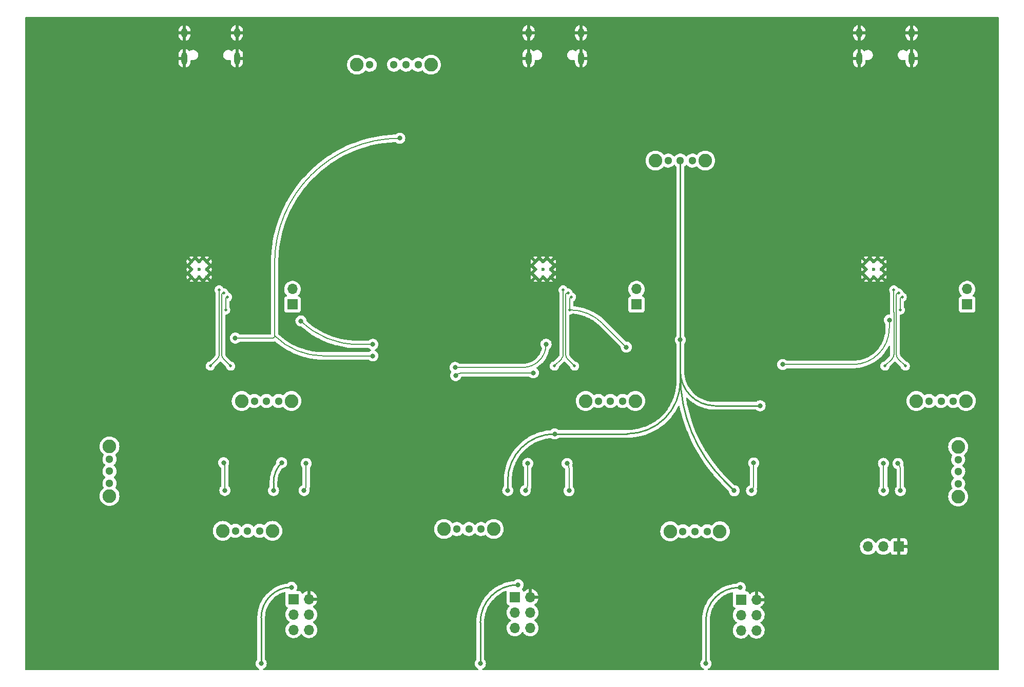
<source format=gbr>
%TF.GenerationSoftware,KiCad,Pcbnew,6.0.2+dfsg-1*%
%TF.CreationDate,2022-10-15T14:58:28-04:00*%
%TF.ProjectId,CHV_DC31,4348565f-4443-4333-912e-6b696361645f,rev?*%
%TF.SameCoordinates,Original*%
%TF.FileFunction,Copper,L2,Bot*%
%TF.FilePolarity,Positive*%
%FSLAX46Y46*%
G04 Gerber Fmt 4.6, Leading zero omitted, Abs format (unit mm)*
G04 Created by KiCad (PCBNEW 6.0.2+dfsg-1) date 2022-10-15 14:58:28*
%MOMM*%
%LPD*%
G01*
G04 APERTURE LIST*
%TA.AperFunction,ComponentPad*%
%ADD10R,1.700000X1.700000*%
%TD*%
%TA.AperFunction,ComponentPad*%
%ADD11O,1.700000X1.700000*%
%TD*%
%TA.AperFunction,ComponentPad*%
%ADD12C,1.300000*%
%TD*%
%TA.AperFunction,ComponentPad*%
%ADD13C,2.250000*%
%TD*%
%TA.AperFunction,ComponentPad*%
%ADD14C,0.600000*%
%TD*%
%TA.AperFunction,ComponentPad*%
%ADD15O,1.000000X2.100000*%
%TD*%
%TA.AperFunction,ComponentPad*%
%ADD16O,1.000000X1.600000*%
%TD*%
%TA.AperFunction,ViaPad*%
%ADD17C,0.800000*%
%TD*%
%TA.AperFunction,ViaPad*%
%ADD18C,0.500000*%
%TD*%
%TA.AperFunction,Conductor*%
%ADD19C,0.200000*%
%TD*%
%TA.AperFunction,Conductor*%
%ADD20C,0.250000*%
%TD*%
G04 APERTURE END LIST*
D10*
%TO.P,J5,1,Pin_1*%
%TO.N,+3V3*%
X138958400Y-127889000D03*
D11*
%TO.P,J5,2,Pin_2*%
%TO.N,GND*%
X141498400Y-127889000D03*
%TO.P,J5,3,Pin_3*%
%TO.N,unconnected-(J5-Pad3)*%
X138958400Y-130429000D03*
%TO.P,J5,4,Pin_4*%
%TO.N,unconnected-(J5-Pad4)*%
X141498400Y-130429000D03*
%TO.P,J5,5,Pin_5*%
%TO.N,SAO2_TX*%
X138958400Y-132969000D03*
%TO.P,J5,6,Pin_6*%
%TO.N,SAO2_RX*%
X141498400Y-132969000D03*
%TD*%
D12*
%TO.P,S1,1,Throw_1*%
%TO.N,RP1_VBUS*%
X115000000Y-40000000D03*
%TO.P,S1,2,COM*%
%TO.N,VBUS*%
X119000000Y-40000000D03*
%TO.P,S1,3,Throw_2*%
%TO.N,RP2_VBUS*%
X121000000Y-40000000D03*
%TO.P,S1,4,Throw_3*%
%TO.N,RP3_VBUS*%
X123000000Y-40000000D03*
D13*
%TO.P,S1,MH1,MH1*%
%TO.N,unconnected-(S1-PadMH1)*%
X112900000Y-40000000D03*
%TO.P,S1,MH2,MH2*%
%TO.N,unconnected-(S1-PadMH2)*%
X125100000Y-40000000D03*
%TD*%
D10*
%TO.P,J9,1,Pin_1*%
%TO.N,RP2_SWCLK*%
X159006898Y-79575303D03*
D11*
%TO.P,J9,2,Pin_2*%
%TO.N,RP2_SWD*%
X159006898Y-77035303D03*
%TD*%
D12*
%TO.P,SW8,1,A*%
%TO.N,Net-(D21-Pad1)*%
X96855600Y-116936400D03*
%TO.P,SW8,2,B*%
%TO.N,+3V3*%
X94855600Y-116936400D03*
%TO.P,SW8,3*%
%TO.N,N/C*%
X92855600Y-116936400D03*
D13*
%TO.P,SW8,MH1*%
X98955600Y-116936400D03*
%TO.P,SW8,MH2*%
X90755600Y-116936400D03*
%TD*%
D10*
%TO.P,J8,1,Pin_1*%
%TO.N,RP1_SWCLK*%
X102263298Y-79575303D03*
D11*
%TO.P,J8,2,Pin_2*%
%TO.N,RP1_SWD*%
X102263298Y-77035303D03*
%TD*%
D12*
%TO.P,SW9,1,A*%
%TO.N,Net-(D25-Pad1)*%
X133368800Y-116631600D03*
%TO.P,SW9,2,B*%
%TO.N,+3V3*%
X131368800Y-116631600D03*
%TO.P,SW9,3*%
%TO.N,N/C*%
X129368800Y-116631600D03*
D13*
%TO.P,SW9,MH1*%
X135468800Y-116631600D03*
%TO.P,SW9,MH2*%
X127268800Y-116631600D03*
%TD*%
D14*
%TO.P,U3,57,GND*%
%TO.N,GND*%
X199433172Y-72483703D03*
X196883172Y-72483703D03*
X196883172Y-73758703D03*
X196883172Y-75033703D03*
X198158172Y-72483703D03*
X198158172Y-75033703D03*
X199433172Y-73758703D03*
X198158172Y-73758703D03*
X199433172Y-75033703D03*
%TD*%
D12*
%TO.P,SW14,1,A*%
%TO.N,Net-(J7-Pad3)*%
X72085200Y-109093000D03*
%TO.P,SW14,2,B*%
%TO.N,Net-(R46-Pad2)*%
X72085200Y-107093000D03*
%TO.P,SW14,3*%
%TO.N,N/C*%
X72085200Y-105093000D03*
D13*
%TO.P,SW14,MH1*%
X72085200Y-111193000D03*
%TO.P,SW14,MH2*%
X72085200Y-102993000D03*
%TD*%
D10*
%TO.P,J7,1,Pin_1*%
%TO.N,GND*%
X202311000Y-119532400D03*
D11*
%TO.P,J7,2,Pin_2*%
%TO.N,Net-(J7-Pad2)*%
X199771000Y-119532400D03*
%TO.P,J7,3,Pin_3*%
%TO.N,Net-(J7-Pad3)*%
X197231000Y-119532400D03*
%TD*%
D15*
%TO.P,J1,S1,SHIELD*%
%TO.N,GND*%
X93093000Y-38944000D03*
D16*
X93093000Y-34764000D03*
X84453000Y-34764000D03*
D15*
X84453000Y-38944000D03*
%TD*%
D12*
%TO.P,SW7,1,A*%
%TO.N,Net-(D23-Pad2)*%
X156720898Y-95501103D03*
%TO.P,SW7,2,B*%
%TO.N,+3V3*%
X154720898Y-95501103D03*
%TO.P,SW7,3*%
%TO.N,N/C*%
X152720898Y-95501103D03*
D13*
%TO.P,SW7,MH1*%
X158820898Y-95501103D03*
%TO.P,SW7,MH2*%
X150620898Y-95501103D03*
%TD*%
D14*
%TO.P,U1,57,GND*%
%TO.N,GND*%
X85595898Y-73758703D03*
X86870898Y-75033703D03*
X86870898Y-73758703D03*
X88145898Y-73758703D03*
X88145898Y-75033703D03*
X86870898Y-72483703D03*
X88145898Y-72483703D03*
X85595898Y-75033703D03*
X85595898Y-72483703D03*
%TD*%
D10*
%TO.P,J6,1,Pin_1*%
%TO.N,+3V3*%
X176251600Y-128270000D03*
D11*
%TO.P,J6,2,Pin_2*%
%TO.N,GND*%
X178791600Y-128270000D03*
%TO.P,J6,3,Pin_3*%
%TO.N,unconnected-(J6-Pad3)*%
X176251600Y-130810000D03*
%TO.P,J6,4,Pin_4*%
%TO.N,unconnected-(J6-Pad4)*%
X178791600Y-130810000D03*
%TO.P,J6,5,Pin_5*%
%TO.N,SAO3_TX*%
X176251600Y-133350000D03*
%TO.P,J6,6,Pin_6*%
%TO.N,SAO3_RX*%
X178791600Y-133350000D03*
%TD*%
D12*
%TO.P,SW1,1,A*%
%TO.N,Net-(J7-Pad3)*%
X212071200Y-109174400D03*
%TO.P,SW1,2,B*%
%TO.N,Net-(R8-Pad2)*%
X212071200Y-107174400D03*
%TO.P,SW1,3*%
%TO.N,N/C*%
X212071200Y-105174400D03*
D13*
%TO.P,SW1,MH1*%
X212071200Y-111274400D03*
%TO.P,SW1,MH2*%
X212071200Y-103074400D03*
%TD*%
D10*
%TO.P,J4,1,Pin_1*%
%TO.N,+3V3*%
X102445200Y-128193800D03*
D11*
%TO.P,J4,2,Pin_2*%
%TO.N,GND*%
X104985200Y-128193800D03*
%TO.P,J4,3,Pin_3*%
%TO.N,unconnected-(J4-Pad3)*%
X102445200Y-130733800D03*
%TO.P,J4,4,Pin_4*%
%TO.N,unconnected-(J4-Pad4)*%
X104985200Y-130733800D03*
%TO.P,J4,5,Pin_5*%
%TO.N,SAO1_TX*%
X102445200Y-133273800D03*
%TO.P,J4,6,Pin_6*%
%TO.N,SAO1_RX*%
X104985200Y-133273800D03*
%TD*%
D14*
%TO.P,U2,57,GND*%
%TO.N,GND*%
X142339498Y-73758703D03*
X144889498Y-75033703D03*
X144889498Y-72483703D03*
X144889498Y-73758703D03*
X142339498Y-75033703D03*
X143614498Y-73758703D03*
X143614498Y-75033703D03*
X142339498Y-72483703D03*
X143614498Y-72483703D03*
%TD*%
D12*
%TO.P,SW3,1,A*%
%TO.N,+3V3*%
X164243000Y-55829200D03*
%TO.P,SW3,2,B*%
%TO.N,GLOBAL_Silent*%
X166243000Y-55829200D03*
%TO.P,SW3,3*%
%TO.N,N/C*%
X168243000Y-55829200D03*
D13*
%TO.P,SW3,MH1*%
X162143000Y-55829200D03*
%TO.P,SW3,MH2*%
X170343000Y-55829200D03*
%TD*%
D12*
%TO.P,SW2,1,A*%
%TO.N,Net-(D19-Pad2)*%
X99977298Y-95501103D03*
%TO.P,SW2,2,B*%
%TO.N,+3V3*%
X97977298Y-95501103D03*
%TO.P,SW2,3*%
%TO.N,N/C*%
X95977298Y-95501103D03*
D13*
%TO.P,SW2,MH1*%
X102077298Y-95501103D03*
%TO.P,SW2,MH2*%
X93877298Y-95501103D03*
%TD*%
D12*
%TO.P,SW10,1,A*%
%TO.N,Net-(D29-Pad2)*%
X211264572Y-95501103D03*
%TO.P,SW10,2,B*%
%TO.N,+3V3*%
X209264572Y-95501103D03*
%TO.P,SW10,3*%
%TO.N,N/C*%
X207264572Y-95501103D03*
D13*
%TO.P,SW10,MH1*%
X213364572Y-95501103D03*
%TO.P,SW10,MH2*%
X205164572Y-95501103D03*
%TD*%
D16*
%TO.P,J2,S1,SHIELD*%
%TO.N,GND*%
X149836600Y-34764000D03*
D15*
X149836600Y-38944000D03*
X141196600Y-38944000D03*
D16*
X141196600Y-34764000D03*
%TD*%
D12*
%TO.P,SW12,1,A*%
%TO.N,Net-(D27-Pad1)*%
X170662000Y-117012600D03*
%TO.P,SW12,2,B*%
%TO.N,+3V3*%
X168662000Y-117012600D03*
%TO.P,SW12,3*%
%TO.N,N/C*%
X166662000Y-117012600D03*
D13*
%TO.P,SW12,MH1*%
X172762000Y-117012600D03*
%TO.P,SW12,MH2*%
X164562000Y-117012600D03*
%TD*%
D10*
%TO.P,J10,1,Pin_1*%
%TO.N,RP3_SWCLK*%
X213550572Y-79575303D03*
D11*
%TO.P,J10,2,Pin_2*%
%TO.N,RP3_SWD*%
X213550572Y-77035303D03*
%TD*%
D16*
%TO.P,J3,S1,SHIELD*%
%TO.N,GND*%
X204380274Y-34764000D03*
D15*
X204380274Y-38944000D03*
X195740274Y-38944000D03*
D16*
X195740274Y-34764000D03*
%TD*%
D17*
%TO.N,GND*%
X82425898Y-77162303D03*
X61620400Y-81076800D03*
X96472098Y-74723903D03*
X80518000Y-63271400D03*
X199047172Y-83817103D03*
X195208874Y-47218600D03*
X62941200Y-85902800D03*
X142189200Y-120980200D03*
X137264498Y-63268503D03*
X153215698Y-74723903D03*
X207759372Y-74723903D03*
X204962474Y-47218600D03*
X168478200Y-127939800D03*
X121716800Y-63627000D03*
X109105000Y-124942600D03*
X65151000Y-63627000D03*
D18*
X81229200Y-69875400D03*
D17*
X76631800Y-81330800D03*
X175697800Y-124942600D03*
X61767418Y-76933703D03*
X148615400Y-87782400D03*
X151590098Y-65732303D03*
X172872400Y-82575400D03*
X189369772Y-72387103D03*
X193713172Y-77162303D03*
X189471372Y-68754903D03*
X188239400Y-81584800D03*
X118084600Y-46634400D03*
X203238172Y-91183103D03*
X174301572Y-70369879D03*
D18*
X197154800Y-76174600D03*
D17*
X91795600Y-87757000D03*
X192874972Y-86687303D03*
X84244498Y-87854927D03*
X83921600Y-47218600D03*
X196938972Y-84375903D03*
X207759372Y-71320303D03*
X134927698Y-68754903D03*
X118414800Y-81102200D03*
X138331298Y-86687303D03*
X103326298Y-91044235D03*
X142395298Y-84375903D03*
X182911400Y-125018800D03*
X129565400Y-126111000D03*
X148694498Y-91183103D03*
X78082498Y-72387103D03*
X91950898Y-91183103D03*
X160069898Y-91044235D03*
X138404600Y-124561600D03*
X145618200Y-124637800D03*
X140937298Y-94308079D03*
X83670498Y-65249703D03*
X208280000Y-82499200D03*
X184054400Y-119938800D03*
X193840172Y-80438903D03*
X77930098Y-82623303D03*
X87759898Y-83817103D03*
X140970000Y-87782400D03*
X172770800Y-85140800D03*
X153215698Y-71320303D03*
X202628572Y-64690903D03*
X119757898Y-70369879D03*
X117160300Y-50954493D03*
D18*
X192557400Y-69850000D03*
D17*
X85651698Y-84375903D03*
X105676000Y-121285000D03*
X203073000Y-87782400D03*
X110248000Y-119862600D03*
X139169498Y-77162303D03*
X118287800Y-76936600D03*
X172821600Y-76936600D03*
X86464498Y-63674903D03*
D18*
X142614498Y-76181103D03*
D17*
X63014298Y-70369879D03*
X191803172Y-63273503D03*
X118211600Y-83718400D03*
D18*
X138125200Y-69773800D03*
D17*
X82552898Y-80438903D03*
X205117772Y-86484103D03*
X134673698Y-82623303D03*
X140414098Y-65249703D03*
X96472098Y-69237503D03*
X207759372Y-69237503D03*
X206133772Y-65732303D03*
X93675200Y-47218600D03*
X150418800Y-47218600D03*
X176428400Y-63601600D03*
X139296498Y-80438903D03*
X133451600Y-81584800D03*
X140665200Y-47218600D03*
X150574098Y-86484103D03*
X78816200Y-85191600D03*
X194957772Y-65249703D03*
X144503498Y-83817103D03*
X179482400Y-121361200D03*
X94846498Y-65732303D03*
X94488000Y-127635000D03*
X118084600Y-60045600D03*
X91341298Y-64690903D03*
X146761200Y-119557800D03*
X148084898Y-64690903D03*
X85356000Y-121056400D03*
X189217372Y-82623303D03*
X121869200Y-120751600D03*
X153215698Y-69237503D03*
X78184098Y-68754903D03*
X96472098Y-71320303D03*
D18*
X85880298Y-76171703D03*
D17*
X134826098Y-72387103D03*
X197751772Y-63674903D03*
X84193698Y-94308079D03*
X93830498Y-86484103D03*
X159162400Y-121132600D03*
X101891400Y-124866400D03*
X195480972Y-94308079D03*
X214613572Y-91044235D03*
X122148600Y-97967800D03*
X143208098Y-63674903D03*
%TO.N,VBUS*%
X92837000Y-85115400D03*
X176149000Y-126288800D03*
X102108000Y-126238000D03*
X141986000Y-90855800D03*
X170459400Y-138836400D03*
X129184400Y-91313000D03*
X119964200Y-52146200D03*
X115519200Y-88061800D03*
X139471400Y-125831600D03*
X97104200Y-138836400D03*
X133248400Y-138836400D03*
%TO.N,GLOBAL_Silent*%
X166243000Y-85420200D03*
X175133000Y-110312200D03*
X100482400Y-105689400D03*
X179400200Y-96291400D03*
X137769600Y-110273900D03*
X99136200Y-110273900D03*
X145516600Y-100939600D03*
%TO.N,Net-(J7-Pad2)*%
X178333400Y-105740200D03*
X140682900Y-110273900D03*
X199771000Y-110273900D03*
X104169700Y-110273900D03*
X177977800Y-110286800D03*
X141071600Y-105791000D03*
X104521000Y-105816400D03*
X199745600Y-105791000D03*
%TO.N,Net-(J7-Pad3)*%
X202539600Y-110286800D03*
X147878800Y-110312200D03*
X90906600Y-105689400D03*
X202137402Y-105813000D03*
X91109800Y-110261400D03*
X147569198Y-105813000D03*
%TO.N,RUN*%
X157327600Y-86614000D03*
X129082800Y-89966800D03*
X183134000Y-89484200D03*
D18*
X148288098Y-78330703D03*
D17*
X103657400Y-82296000D03*
X115519200Y-86156800D03*
D18*
X91544498Y-78330703D03*
X91239698Y-80464303D03*
D17*
X144094200Y-86131400D03*
D18*
X202831772Y-78330703D03*
D17*
X200710800Y-82143600D03*
D18*
X147983298Y-80464303D03*
X202526972Y-80464303D03*
%TO.N,RP1_CAN_TX*%
X92052498Y-89735303D03*
X90960298Y-77695703D03*
%TO.N,RP1_CAN_RX*%
X90172898Y-77187703D03*
X88696353Y-89735303D03*
%TO.N,RP2_CAN_TX*%
X147703898Y-77695703D03*
X148796098Y-89735303D03*
%TO.N,RP2_CAN_RX*%
X146916498Y-77187703D03*
X145439953Y-89735303D03*
%TO.N,RP3_CAN_TX*%
X202247572Y-77695703D03*
X203339772Y-89735303D03*
%TO.N,RP3_CAN_RX*%
X201460172Y-77187703D03*
X199983627Y-89735303D03*
%TD*%
D19*
%TO.N,VBUS*%
X141986000Y-90855800D02*
X130288178Y-90855800D01*
X92837000Y-85115400D02*
X99034600Y-85115400D01*
X115519200Y-88061800D02*
X107347054Y-88061800D01*
D20*
X176149000Y-126288800D02*
X175883778Y-126288800D01*
D19*
X99314000Y-84836000D02*
X99314000Y-84734400D01*
D20*
X170459400Y-131713178D02*
X170459400Y-138836400D01*
D19*
X99314000Y-84734400D02*
X99314000Y-72796400D01*
D20*
X133248400Y-132054600D02*
X133248400Y-138836400D01*
X97104200Y-131241800D02*
X97104200Y-138836400D01*
X97104200Y-131241800D02*
G75*
G02*
X102108000Y-126238000I5003800J0D01*
G01*
X170459400Y-131713178D02*
G75*
G02*
X175883778Y-126288800I5424380J-2D01*
G01*
D19*
X99314000Y-84734400D02*
G75*
G03*
X107347054Y-88061800I8033053J8033050D01*
G01*
X99314000Y-84836000D02*
G75*
G02*
X99034600Y-85115400I-279399J-1D01*
G01*
D20*
X133248400Y-132054600D02*
G75*
G02*
X139471400Y-125831600I6223002J-2D01*
G01*
D19*
X129184400Y-91313000D02*
G75*
G02*
X130288178Y-90855800I1103777J-1103775D01*
G01*
X119964200Y-52146200D02*
G75*
G03*
X99314000Y-72796400I2J-20650202D01*
G01*
D20*
%TO.N,GLOBAL_Silent*%
X166243000Y-85420200D02*
X166243000Y-55829200D01*
X137769600Y-110273900D02*
X137769600Y-108686600D01*
X166243000Y-90576400D02*
X166243000Y-85420200D01*
X166243000Y-92202000D02*
X166243000Y-91262200D01*
X166243000Y-91262200D02*
X166243000Y-90576400D01*
X179400200Y-96291400D02*
X171958000Y-96291400D01*
X175133000Y-110312200D02*
X173427205Y-108606405D01*
X99136200Y-108939414D02*
X99136200Y-110273900D01*
X145516600Y-100939600D02*
X157505400Y-100939600D01*
X99136200Y-108939414D02*
G75*
G02*
X100482400Y-105689400I4596213J0D01*
G01*
X166243001Y-91262200D02*
G75*
G03*
X173427206Y-108606404I24528409J0D01*
G01*
X166243000Y-90576400D02*
G75*
G03*
X171958000Y-96291400I5715001J1D01*
G01*
X166243000Y-92202000D02*
G75*
G02*
X157530800Y-100914200I-8712199J-1D01*
G01*
X145516600Y-100939600D02*
G75*
G03*
X137769600Y-108686600I1J-7747001D01*
G01*
X157530800Y-100914200D02*
G75*
G02*
X157505400Y-100939600I-25398J-2D01*
G01*
D19*
%TO.N,Net-(J7-Pad2)*%
X141071600Y-109335496D02*
X141071600Y-105791000D01*
X199771000Y-110273900D02*
X199771000Y-105852321D01*
X178333400Y-109428306D02*
X178333400Y-105740200D01*
X104521000Y-109425787D02*
X104521000Y-105816400D01*
X104520999Y-109425787D02*
G75*
G02*
X104169699Y-110273899I-1199415J1D01*
G01*
X141071599Y-109335496D02*
G75*
G02*
X140682899Y-110273899I-1327102J0D01*
G01*
X178333399Y-109428306D02*
G75*
G02*
X177977799Y-110286799I-1214086J-3D01*
G01*
X199745600Y-105791000D02*
G75*
G02*
X199771000Y-105852321I-61317J-61319D01*
G01*
%TO.N,Net-(J7-Pad3)*%
X202539600Y-106783991D02*
X202539600Y-110286800D01*
X91109800Y-106179968D02*
X91109800Y-110261400D01*
X147878800Y-106560445D02*
X147878800Y-110312200D01*
X202539599Y-106783991D02*
G75*
G03*
X202137401Y-105813001I-1373187J0D01*
G01*
X147878799Y-106560445D02*
G75*
G03*
X147569197Y-105813001I-1057048J-1D01*
G01*
X91109799Y-106179968D02*
G75*
G03*
X90906599Y-105689401I-693770J-1D01*
G01*
%TO.N,RUN*%
X157327600Y-86614000D02*
X153436830Y-82723230D01*
X194691000Y-89484200D02*
X183134000Y-89484200D01*
X200710800Y-82143600D02*
X200710800Y-83464400D01*
X91239698Y-78635503D02*
X91239698Y-80464303D01*
X112978195Y-86156800D02*
X115519200Y-86156800D01*
X202526972Y-78635503D02*
X202526972Y-80464303D01*
X147983298Y-78635503D02*
X147983298Y-80464303D01*
X140258800Y-89966800D02*
X129082800Y-89966800D01*
X194691000Y-89484200D02*
G75*
G03*
X200710800Y-83464400I-1J6019801D01*
G01*
X147983298Y-80464303D02*
G75*
G02*
X153436830Y-82723230I1J-7712455D01*
G01*
X147983298Y-78635503D02*
G75*
G02*
X148288098Y-78330703I304801J-1D01*
G01*
X91239698Y-78635503D02*
G75*
G02*
X91544498Y-78330703I304801J-1D01*
G01*
X202526972Y-78635503D02*
G75*
G02*
X202831772Y-78330703I304801J-1D01*
G01*
X140258800Y-89966800D02*
G75*
G03*
X144094200Y-86131400I-1J3835401D01*
G01*
X112978195Y-86156800D02*
G75*
G02*
X103657400Y-82296000I-1J13181591D01*
G01*
%TO.N,RP1_CAN_TX*%
X90960298Y-77695703D02*
X90865548Y-77695703D01*
X92052498Y-89735303D02*
X90902588Y-88585393D01*
X90579298Y-77981953D02*
X90579298Y-87804903D01*
X90579298Y-87804903D02*
G75*
G03*
X90902588Y-88585393I1103776J-1D01*
G01*
X90579298Y-77981953D02*
G75*
G02*
X90865548Y-77695703I286251J-1D01*
G01*
%TO.N,RP1_CAN_RX*%
X88696353Y-89735303D02*
X89863718Y-88567938D01*
X90179778Y-80826783D02*
X90179778Y-87804903D01*
X90172898Y-80819903D02*
X90179778Y-80826783D01*
X90172898Y-77187703D02*
X90172898Y-80819903D01*
X90179778Y-87804903D02*
G75*
G02*
X89863718Y-88567938I-1079093J0D01*
G01*
%TO.N,RP2_CAN_TX*%
X148796098Y-89735303D02*
X147646188Y-88585393D01*
X147703898Y-77695703D02*
X147609148Y-77695703D01*
X147322898Y-77981953D02*
X147322898Y-87804903D01*
X147322898Y-87804903D02*
G75*
G03*
X147646188Y-88585393I1103776J-1D01*
G01*
X147322898Y-77981953D02*
G75*
G02*
X147609148Y-77695703I286251J-1D01*
G01*
%TO.N,RP2_CAN_RX*%
X146916498Y-80819903D02*
X146923378Y-80826783D01*
X145439953Y-89735303D02*
X146607318Y-88567938D01*
X146923378Y-80826783D02*
X146923378Y-87804903D01*
X146916498Y-77187703D02*
X146916498Y-80819903D01*
X146923378Y-87804903D02*
G75*
G02*
X146607318Y-88567938I-1079093J0D01*
G01*
%TO.N,RP3_CAN_TX*%
X202247572Y-77695703D02*
X202152822Y-77695703D01*
X201866572Y-77981953D02*
X201866572Y-87804903D01*
X203339772Y-89735303D02*
X202189862Y-88585393D01*
X201866572Y-87804903D02*
G75*
G03*
X202189862Y-88585393I1103776J-1D01*
G01*
X201866572Y-77981953D02*
G75*
G02*
X202152822Y-77695703I286251J-1D01*
G01*
%TO.N,RP3_CAN_RX*%
X201467052Y-80826783D02*
X201467052Y-87804903D01*
X199983627Y-89735303D02*
X201150992Y-88567938D01*
X201460172Y-77187703D02*
X201460172Y-80819903D01*
X201460172Y-80819903D02*
X201467052Y-80826783D01*
X201467052Y-87804903D02*
G75*
G02*
X201150992Y-88567938I-1079093J0D01*
G01*
%TD*%
%TA.AperFunction,Conductor*%
%TO.N,GND*%
G36*
X218737721Y-32176402D02*
G01*
X218784214Y-32230058D01*
X218795600Y-32282400D01*
X218795600Y-139777200D01*
X218775598Y-139845321D01*
X218721942Y-139891814D01*
X218669600Y-139903200D01*
X170889744Y-139903200D01*
X170821623Y-139883198D01*
X170775130Y-139829542D01*
X170765026Y-139759268D01*
X170794520Y-139694688D01*
X170838495Y-139662093D01*
X170910122Y-139630203D01*
X170910124Y-139630202D01*
X170916152Y-139627518D01*
X171070653Y-139515266D01*
X171198440Y-139373344D01*
X171293927Y-139207956D01*
X171352942Y-139026328D01*
X171372904Y-138836400D01*
X171352942Y-138646472D01*
X171293927Y-138464844D01*
X171198440Y-138299456D01*
X171125263Y-138218185D01*
X171094547Y-138154179D01*
X171092900Y-138133876D01*
X171092900Y-131763196D01*
X171093978Y-131746750D01*
X171096527Y-131727392D01*
X171096527Y-131727388D01*
X171097518Y-131719861D01*
X171095748Y-131703831D01*
X171095064Y-131697629D01*
X171094423Y-131678308D01*
X171110891Y-131301122D01*
X171111849Y-131290172D01*
X171118631Y-131238661D01*
X171164966Y-130886705D01*
X171166875Y-130875879D01*
X171254956Y-130478577D01*
X171257801Y-130467960D01*
X171338655Y-130211522D01*
X171380173Y-130079845D01*
X171383929Y-130069524D01*
X171539666Y-129693539D01*
X171544309Y-129683584D01*
X171545060Y-129682143D01*
X171663067Y-129455454D01*
X171732218Y-129322617D01*
X171737714Y-129313098D01*
X171956367Y-128969881D01*
X171962672Y-128960877D01*
X172210403Y-128638028D01*
X172217468Y-128629608D01*
X172348409Y-128486710D01*
X172492403Y-128329568D01*
X172500172Y-128321799D01*
X172526638Y-128297548D01*
X172800208Y-128046868D01*
X172808628Y-128039803D01*
X173131477Y-127792072D01*
X173140481Y-127785767D01*
X173483698Y-127567114D01*
X173493217Y-127561618D01*
X173716998Y-127445124D01*
X173854192Y-127373705D01*
X173864139Y-127369066D01*
X174240131Y-127213326D01*
X174250445Y-127209573D01*
X174534420Y-127120036D01*
X174638560Y-127087201D01*
X174649177Y-127084356D01*
X174787906Y-127053600D01*
X174858741Y-127058383D01*
X174915746Y-127100704D01*
X174940820Y-127167125D01*
X174933160Y-127220842D01*
X174902629Y-127302282D01*
X174902627Y-127302288D01*
X174899855Y-127309684D01*
X174893100Y-127371866D01*
X174893100Y-129168134D01*
X174899855Y-129230316D01*
X174950985Y-129366705D01*
X175038339Y-129483261D01*
X175154895Y-129570615D01*
X175163304Y-129573767D01*
X175163305Y-129573768D01*
X175272051Y-129614535D01*
X175328816Y-129657176D01*
X175353516Y-129723738D01*
X175338309Y-129793087D01*
X175318916Y-129819568D01*
X175192229Y-129952138D01*
X175189320Y-129956403D01*
X175189314Y-129956411D01*
X175132098Y-130040287D01*
X175066343Y-130136680D01*
X175046835Y-130178707D01*
X174979991Y-130322711D01*
X174972288Y-130339305D01*
X174912589Y-130554570D01*
X174888851Y-130776695D01*
X174889148Y-130781848D01*
X174889148Y-130781851D01*
X174895194Y-130886705D01*
X174901710Y-130999715D01*
X174902847Y-131004761D01*
X174902848Y-131004767D01*
X174919397Y-131078196D01*
X174950822Y-131217639D01*
X174990818Y-131316137D01*
X175026064Y-131402938D01*
X175034866Y-131424616D01*
X175085619Y-131507438D01*
X175148891Y-131610688D01*
X175151587Y-131615088D01*
X175297850Y-131783938D01*
X175469726Y-131926632D01*
X175509091Y-131949635D01*
X175543045Y-131969476D01*
X175591769Y-132021114D01*
X175604840Y-132090897D01*
X175578109Y-132156669D01*
X175537655Y-132190027D01*
X175525207Y-132196507D01*
X175521074Y-132199610D01*
X175521071Y-132199612D01*
X175354283Y-132324840D01*
X175346565Y-132330635D01*
X175192229Y-132492138D01*
X175189320Y-132496403D01*
X175189314Y-132496411D01*
X175121831Y-132595338D01*
X175066343Y-132676680D01*
X175046835Y-132718707D01*
X174990756Y-132839520D01*
X174972288Y-132879305D01*
X174912589Y-133094570D01*
X174888851Y-133316695D01*
X174889148Y-133321848D01*
X174889148Y-133321851D01*
X174894611Y-133416590D01*
X174901710Y-133539715D01*
X174902847Y-133544761D01*
X174902848Y-133544767D01*
X174921799Y-133628857D01*
X174950822Y-133757639D01*
X174990818Y-133856137D01*
X175026064Y-133942938D01*
X175034866Y-133964616D01*
X175085619Y-134047438D01*
X175148891Y-134150688D01*
X175151587Y-134155088D01*
X175297850Y-134323938D01*
X175469726Y-134466632D01*
X175662600Y-134579338D01*
X175667425Y-134581180D01*
X175667426Y-134581181D01*
X175674447Y-134583862D01*
X175871292Y-134659030D01*
X175876360Y-134660061D01*
X175876363Y-134660062D01*
X175983617Y-134681883D01*
X176090197Y-134703567D01*
X176095372Y-134703757D01*
X176095374Y-134703757D01*
X176308273Y-134711564D01*
X176308277Y-134711564D01*
X176313437Y-134711753D01*
X176318557Y-134711097D01*
X176318559Y-134711097D01*
X176529888Y-134684025D01*
X176529889Y-134684025D01*
X176535016Y-134683368D01*
X176539966Y-134681883D01*
X176744029Y-134620661D01*
X176744034Y-134620659D01*
X176748984Y-134619174D01*
X176949594Y-134520896D01*
X177131460Y-134391173D01*
X177289696Y-134233489D01*
X177314955Y-134198338D01*
X177420053Y-134052077D01*
X177421376Y-134053028D01*
X177468245Y-134009857D01*
X177538180Y-133997625D01*
X177603626Y-134025144D01*
X177631475Y-134056994D01*
X177691587Y-134155088D01*
X177837850Y-134323938D01*
X178009726Y-134466632D01*
X178202600Y-134579338D01*
X178207425Y-134581180D01*
X178207426Y-134581181D01*
X178214447Y-134583862D01*
X178411292Y-134659030D01*
X178416360Y-134660061D01*
X178416363Y-134660062D01*
X178523617Y-134681883D01*
X178630197Y-134703567D01*
X178635372Y-134703757D01*
X178635374Y-134703757D01*
X178848273Y-134711564D01*
X178848277Y-134711564D01*
X178853437Y-134711753D01*
X178858557Y-134711097D01*
X178858559Y-134711097D01*
X179069888Y-134684025D01*
X179069889Y-134684025D01*
X179075016Y-134683368D01*
X179079966Y-134681883D01*
X179284029Y-134620661D01*
X179284034Y-134620659D01*
X179288984Y-134619174D01*
X179489594Y-134520896D01*
X179671460Y-134391173D01*
X179829696Y-134233489D01*
X179854955Y-134198338D01*
X179957035Y-134056277D01*
X179960053Y-134052077D01*
X179979282Y-134013171D01*
X180056736Y-133856453D01*
X180056737Y-133856451D01*
X180059030Y-133851811D01*
X180112325Y-133676396D01*
X180122465Y-133643023D01*
X180122465Y-133643021D01*
X180123970Y-133638069D01*
X180153129Y-133416590D01*
X180154105Y-133376639D01*
X180154674Y-133353365D01*
X180154674Y-133353361D01*
X180154756Y-133350000D01*
X180136452Y-133127361D01*
X180082031Y-132910702D01*
X179992954Y-132705840D01*
X179921467Y-132595338D01*
X179874422Y-132522617D01*
X179874420Y-132522614D01*
X179871614Y-132518277D01*
X179721270Y-132353051D01*
X179717219Y-132349852D01*
X179717215Y-132349848D01*
X179550014Y-132217800D01*
X179550010Y-132217798D01*
X179545959Y-132214598D01*
X179504653Y-132191796D01*
X179454684Y-132141364D01*
X179439912Y-132071921D01*
X179465028Y-132005516D01*
X179492380Y-131978909D01*
X179561907Y-131929316D01*
X179671460Y-131851173D01*
X179685884Y-131836800D01*
X179771353Y-131751628D01*
X179829696Y-131693489D01*
X179854955Y-131658338D01*
X179957035Y-131516277D01*
X179960053Y-131512077D01*
X179979282Y-131473171D01*
X180056736Y-131316453D01*
X180056737Y-131316451D01*
X180059030Y-131311811D01*
X180112325Y-131136396D01*
X180122465Y-131103023D01*
X180122465Y-131103021D01*
X180123970Y-131098069D01*
X180153129Y-130876590D01*
X180154199Y-130832789D01*
X180154674Y-130813365D01*
X180154674Y-130813361D01*
X180154756Y-130810000D01*
X180136452Y-130587361D01*
X180082031Y-130370702D01*
X179992954Y-130165840D01*
X179940845Y-130085292D01*
X179874422Y-129982617D01*
X179874420Y-129982614D01*
X179871614Y-129978277D01*
X179721270Y-129813051D01*
X179717219Y-129809852D01*
X179717215Y-129809848D01*
X179550014Y-129677800D01*
X179550010Y-129677798D01*
X179545959Y-129674598D01*
X179535076Y-129668590D01*
X179514399Y-129657176D01*
X179504169Y-129651529D01*
X179454198Y-129601097D01*
X179439426Y-129531654D01*
X179464542Y-129465248D01*
X179491894Y-129438641D01*
X179666928Y-129313792D01*
X179674800Y-129307139D01*
X179825652Y-129156812D01*
X179832330Y-129148965D01*
X179956603Y-128976020D01*
X179961913Y-128967183D01*
X180056270Y-128776267D01*
X180060069Y-128766672D01*
X180121977Y-128562910D01*
X180124155Y-128552837D01*
X180125586Y-128541962D01*
X180123375Y-128527778D01*
X180110217Y-128524000D01*
X178663600Y-128524000D01*
X178595479Y-128503998D01*
X178548986Y-128450342D01*
X178537600Y-128398000D01*
X178537600Y-127997885D01*
X179045600Y-127997885D01*
X179050075Y-128013124D01*
X179051465Y-128014329D01*
X179059148Y-128016000D01*
X180109944Y-128016000D01*
X180123475Y-128012027D01*
X180124780Y-128002947D01*
X180082814Y-127835875D01*
X180079494Y-127826124D01*
X179994572Y-127630814D01*
X179989705Y-127621739D01*
X179874026Y-127442926D01*
X179867736Y-127434757D01*
X179724406Y-127277240D01*
X179716873Y-127270215D01*
X179549739Y-127138222D01*
X179541152Y-127132517D01*
X179354717Y-127029599D01*
X179345305Y-127025369D01*
X179144559Y-126954280D01*
X179134588Y-126951646D01*
X179063437Y-126938972D01*
X179050140Y-126940432D01*
X179045600Y-126954989D01*
X179045600Y-127997885D01*
X178537600Y-127997885D01*
X178537600Y-126953102D01*
X178533682Y-126939758D01*
X178519406Y-126937771D01*
X178480924Y-126943660D01*
X178470888Y-126946051D01*
X178268468Y-127012212D01*
X178258959Y-127016209D01*
X178070063Y-127114542D01*
X178061338Y-127120036D01*
X177891033Y-127247905D01*
X177883326Y-127254748D01*
X177806078Y-127335584D01*
X177744554Y-127371014D01*
X177673642Y-127367557D01*
X177615855Y-127326311D01*
X177597002Y-127292763D01*
X177555367Y-127181703D01*
X177552215Y-127173295D01*
X177464861Y-127056739D01*
X177348305Y-126969385D01*
X177211916Y-126918255D01*
X177149734Y-126911500D01*
X177056767Y-126911500D01*
X176988646Y-126891498D01*
X176942153Y-126837842D01*
X176932049Y-126767568D01*
X176947648Y-126722500D01*
X176980223Y-126666079D01*
X176980224Y-126666078D01*
X176983527Y-126660356D01*
X177042542Y-126478728D01*
X177047222Y-126434206D01*
X177061814Y-126295365D01*
X177062504Y-126288800D01*
X177056475Y-126231435D01*
X177043232Y-126105435D01*
X177043232Y-126105433D01*
X177042542Y-126098872D01*
X176983527Y-125917244D01*
X176888040Y-125751856D01*
X176837881Y-125696148D01*
X176764675Y-125614845D01*
X176764674Y-125614844D01*
X176760253Y-125609934D01*
X176605752Y-125497682D01*
X176599724Y-125494998D01*
X176599722Y-125494997D01*
X176437319Y-125422691D01*
X176437318Y-125422691D01*
X176431288Y-125420006D01*
X176337888Y-125400153D01*
X176250944Y-125381672D01*
X176250939Y-125381672D01*
X176244487Y-125380300D01*
X176053513Y-125380300D01*
X176047061Y-125381672D01*
X176047056Y-125381672D01*
X175960112Y-125400153D01*
X175866712Y-125420006D01*
X175860682Y-125422691D01*
X175860681Y-125422691D01*
X175698278Y-125494997D01*
X175698276Y-125494998D01*
X175692248Y-125497682D01*
X175686907Y-125501562D01*
X175686906Y-125501563D01*
X175559329Y-125594254D01*
X175537747Y-125609934D01*
X175533332Y-125614837D01*
X175533329Y-125614840D01*
X175522645Y-125626706D01*
X175462200Y-125663947D01*
X175433955Y-125668300D01*
X175408115Y-125669315D01*
X175405668Y-125669605D01*
X175405663Y-125669605D01*
X175181403Y-125696148D01*
X174935386Y-125725266D01*
X174783164Y-125755545D01*
X174470934Y-125817651D01*
X174470923Y-125817654D01*
X174468503Y-125818135D01*
X174466127Y-125818805D01*
X174466115Y-125818808D01*
X174012736Y-125946675D01*
X174012731Y-125946677D01*
X174010347Y-125947349D01*
X173563740Y-126112111D01*
X173131437Y-126311405D01*
X172716104Y-126544003D01*
X172518214Y-126676229D01*
X172331926Y-126800703D01*
X172320300Y-126808471D01*
X172218323Y-126888863D01*
X171963298Y-127089909D01*
X171946466Y-127103178D01*
X171944652Y-127104855D01*
X171944646Y-127104860D01*
X171661361Y-127366726D01*
X171596907Y-127426307D01*
X171595244Y-127428106D01*
X171288745Y-127759675D01*
X171273778Y-127775866D01*
X171272246Y-127777809D01*
X171272242Y-127777814D01*
X171155642Y-127925721D01*
X170979071Y-128149700D01*
X170977694Y-128151761D01*
X170977691Y-128151765D01*
X170957549Y-128181910D01*
X170714603Y-128545504D01*
X170482005Y-128960837D01*
X170389491Y-129161515D01*
X170305947Y-129342738D01*
X170282711Y-129393140D01*
X170117949Y-129839747D01*
X170117277Y-129842131D01*
X170117275Y-129842136D01*
X170014553Y-130206361D01*
X169988735Y-130297903D01*
X169988254Y-130300323D01*
X169988251Y-130300334D01*
X169946315Y-130511161D01*
X169895866Y-130764786D01*
X169881436Y-130886705D01*
X169840321Y-131234088D01*
X169839915Y-131237515D01*
X169822597Y-131678308D01*
X169821942Y-131694969D01*
X169821938Y-131695042D01*
X169821939Y-131695044D01*
X169821890Y-131696280D01*
X169821387Y-131699814D01*
X169821255Y-131712449D01*
X169821226Y-131713178D01*
X169821247Y-131713178D01*
X169824987Y-131744082D01*
X169825900Y-131759220D01*
X169825900Y-138133876D01*
X169805898Y-138201997D01*
X169793542Y-138218179D01*
X169720360Y-138299456D01*
X169624873Y-138464844D01*
X169565858Y-138646472D01*
X169545896Y-138836400D01*
X169565858Y-139026328D01*
X169624873Y-139207956D01*
X169720360Y-139373344D01*
X169848147Y-139515266D01*
X170002648Y-139627518D01*
X170008676Y-139630202D01*
X170008678Y-139630203D01*
X170080305Y-139662093D01*
X170134401Y-139708073D01*
X170155050Y-139776000D01*
X170135698Y-139844308D01*
X170082487Y-139891310D01*
X170029056Y-139903200D01*
X133678744Y-139903200D01*
X133610623Y-139883198D01*
X133564130Y-139829542D01*
X133554026Y-139759268D01*
X133583520Y-139694688D01*
X133627495Y-139662093D01*
X133699122Y-139630203D01*
X133699124Y-139630202D01*
X133705152Y-139627518D01*
X133859653Y-139515266D01*
X133987440Y-139373344D01*
X134082927Y-139207956D01*
X134141942Y-139026328D01*
X134161904Y-138836400D01*
X134141942Y-138646472D01*
X134082927Y-138464844D01*
X133987440Y-138299456D01*
X133914263Y-138218185D01*
X133883547Y-138154179D01*
X133881900Y-138133876D01*
X133881900Y-132104618D01*
X133882978Y-132088172D01*
X133885527Y-132068814D01*
X133885527Y-132068810D01*
X133886518Y-132061283D01*
X133884760Y-132045361D01*
X133883952Y-132038041D01*
X133883288Y-132019267D01*
X133898937Y-131621003D01*
X133899713Y-131611141D01*
X133936405Y-131301122D01*
X133950136Y-131185114D01*
X133951680Y-131175364D01*
X134020060Y-130831596D01*
X134035375Y-130754604D01*
X134037685Y-130744984D01*
X134154125Y-130332120D01*
X134157182Y-130322711D01*
X134305663Y-129920235D01*
X134309449Y-129911095D01*
X134398980Y-129716887D01*
X134489050Y-129521511D01*
X134493531Y-129512716D01*
X134703151Y-129138411D01*
X134708321Y-129129975D01*
X134793887Y-129001916D01*
X134946653Y-128773285D01*
X134952463Y-128765289D01*
X134953007Y-128764600D01*
X135072588Y-128612912D01*
X135218045Y-128428401D01*
X135224470Y-128420878D01*
X135355733Y-128278878D01*
X135515677Y-128105851D01*
X135522651Y-128098877D01*
X135712078Y-127923773D01*
X135837678Y-127807670D01*
X135845201Y-127801245D01*
X136072639Y-127621947D01*
X136182097Y-127535657D01*
X136190085Y-127529853D01*
X136535458Y-127299083D01*
X136546775Y-127291521D01*
X136555211Y-127286351D01*
X136679827Y-127216563D01*
X136929516Y-127076731D01*
X136938311Y-127072250D01*
X137327897Y-126892648D01*
X137337035Y-126888863D01*
X137431577Y-126853985D01*
X137502410Y-126849173D01*
X137564600Y-126883421D01*
X137598402Y-126945854D01*
X137600360Y-126984067D01*
X137600453Y-126984072D01*
X137600405Y-126984955D01*
X137600449Y-126985810D01*
X137600269Y-126987463D01*
X137600268Y-126987475D01*
X137599900Y-126990866D01*
X137599900Y-128787134D01*
X137606655Y-128849316D01*
X137657785Y-128985705D01*
X137745139Y-129102261D01*
X137861695Y-129189615D01*
X137870104Y-129192767D01*
X137870105Y-129192768D01*
X137978851Y-129233535D01*
X138035616Y-129276176D01*
X138060316Y-129342738D01*
X138045109Y-129412087D01*
X138025716Y-129438568D01*
X137931169Y-129537506D01*
X137899029Y-129571138D01*
X137896120Y-129575403D01*
X137896114Y-129575411D01*
X137868156Y-129616396D01*
X137773143Y-129755680D01*
X137744917Y-129816488D01*
X137681951Y-129952138D01*
X137679088Y-129958305D01*
X137619389Y-130173570D01*
X137595651Y-130395695D01*
X137595948Y-130400848D01*
X137595948Y-130400851D01*
X137602606Y-130516322D01*
X137608510Y-130618715D01*
X137609647Y-130623761D01*
X137609648Y-130623767D01*
X137625783Y-130695362D01*
X137657622Y-130836639D01*
X137694950Y-130928567D01*
X137732836Y-131021869D01*
X137741666Y-131043616D01*
X137792419Y-131126438D01*
X137855691Y-131229688D01*
X137858387Y-131234088D01*
X138004650Y-131402938D01*
X138176526Y-131545632D01*
X138206087Y-131562906D01*
X138249845Y-131588476D01*
X138298569Y-131640114D01*
X138311640Y-131709897D01*
X138284909Y-131775669D01*
X138244455Y-131809027D01*
X138232007Y-131815507D01*
X138227874Y-131818610D01*
X138227871Y-131818612D01*
X138057500Y-131946530D01*
X138053365Y-131949635D01*
X138031944Y-131972051D01*
X137929575Y-132079174D01*
X137899029Y-132111138D01*
X137773143Y-132295680D01*
X137744740Y-132356870D01*
X137681951Y-132492138D01*
X137679088Y-132498305D01*
X137619389Y-132713570D01*
X137595651Y-132935695D01*
X137595948Y-132940848D01*
X137595948Y-132940851D01*
X137602606Y-133056322D01*
X137608510Y-133158715D01*
X137609647Y-133163761D01*
X137609648Y-133163767D01*
X137625783Y-133235362D01*
X137657622Y-133376639D01*
X137694950Y-133468567D01*
X137732836Y-133561869D01*
X137741666Y-133583616D01*
X137792419Y-133666438D01*
X137855691Y-133769688D01*
X137858387Y-133774088D01*
X138004650Y-133942938D01*
X138176526Y-134085632D01*
X138369400Y-134198338D01*
X138578092Y-134278030D01*
X138583160Y-134279061D01*
X138583163Y-134279062D01*
X138690417Y-134300883D01*
X138796997Y-134322567D01*
X138802172Y-134322757D01*
X138802174Y-134322757D01*
X139015073Y-134330564D01*
X139015077Y-134330564D01*
X139020237Y-134330753D01*
X139025357Y-134330097D01*
X139025359Y-134330097D01*
X139236688Y-134303025D01*
X139236689Y-134303025D01*
X139241816Y-134302368D01*
X139246766Y-134300883D01*
X139450829Y-134239661D01*
X139450834Y-134239659D01*
X139455784Y-134238174D01*
X139656394Y-134139896D01*
X139838260Y-134010173D01*
X139868462Y-133980077D01*
X139992835Y-133856137D01*
X139996496Y-133852489D01*
X140055994Y-133769689D01*
X140126853Y-133671077D01*
X140128176Y-133672028D01*
X140175045Y-133628857D01*
X140244980Y-133616625D01*
X140310426Y-133644144D01*
X140338275Y-133675994D01*
X140398387Y-133774088D01*
X140544650Y-133942938D01*
X140716526Y-134085632D01*
X140909400Y-134198338D01*
X141118092Y-134278030D01*
X141123160Y-134279061D01*
X141123163Y-134279062D01*
X141230417Y-134300883D01*
X141336997Y-134322567D01*
X141342172Y-134322757D01*
X141342174Y-134322757D01*
X141555073Y-134330564D01*
X141555077Y-134330564D01*
X141560237Y-134330753D01*
X141565357Y-134330097D01*
X141565359Y-134330097D01*
X141776688Y-134303025D01*
X141776689Y-134303025D01*
X141781816Y-134302368D01*
X141786766Y-134300883D01*
X141990829Y-134239661D01*
X141990834Y-134239659D01*
X141995784Y-134238174D01*
X142196394Y-134139896D01*
X142378260Y-134010173D01*
X142408462Y-133980077D01*
X142532835Y-133856137D01*
X142536496Y-133852489D01*
X142595994Y-133769689D01*
X142663835Y-133675277D01*
X142666853Y-133671077D01*
X142683167Y-133638069D01*
X142763536Y-133475453D01*
X142763537Y-133475451D01*
X142765830Y-133470811D01*
X142830770Y-133257069D01*
X142859929Y-133035590D01*
X142860350Y-133018370D01*
X142861474Y-132972365D01*
X142861474Y-132972361D01*
X142861556Y-132969000D01*
X142843252Y-132746361D01*
X142788831Y-132529702D01*
X142699754Y-132324840D01*
X142626822Y-132212104D01*
X142581222Y-132141617D01*
X142581220Y-132141614D01*
X142578414Y-132137277D01*
X142428070Y-131972051D01*
X142424019Y-131968852D01*
X142424015Y-131968848D01*
X142256814Y-131836800D01*
X142256810Y-131836798D01*
X142252759Y-131833598D01*
X142211453Y-131810796D01*
X142161484Y-131760364D01*
X142146712Y-131690921D01*
X142171828Y-131624516D01*
X142199180Y-131597909D01*
X142248252Y-131562906D01*
X142378260Y-131470173D01*
X142408462Y-131440077D01*
X142532835Y-131316137D01*
X142536496Y-131312489D01*
X142574756Y-131259245D01*
X142663835Y-131135277D01*
X142666853Y-131131077D01*
X142683167Y-131098069D01*
X142763536Y-130935453D01*
X142763537Y-130935451D01*
X142765830Y-130930811D01*
X142814214Y-130771562D01*
X142829265Y-130722023D01*
X142829265Y-130722021D01*
X142830770Y-130717069D01*
X142859929Y-130495590D01*
X142860350Y-130478370D01*
X142861474Y-130432365D01*
X142861474Y-130432361D01*
X142861556Y-130429000D01*
X142843252Y-130206361D01*
X142788831Y-129989702D01*
X142699754Y-129784840D01*
X142626820Y-129672101D01*
X142581222Y-129601617D01*
X142581220Y-129601614D01*
X142578414Y-129597277D01*
X142428070Y-129432051D01*
X142424019Y-129428852D01*
X142424015Y-129428848D01*
X142256814Y-129296800D01*
X142256810Y-129296798D01*
X142252759Y-129293598D01*
X142210969Y-129270529D01*
X142160998Y-129220097D01*
X142146226Y-129150654D01*
X142171342Y-129084248D01*
X142198694Y-129057641D01*
X142373728Y-128932792D01*
X142381600Y-128926139D01*
X142532452Y-128775812D01*
X142539130Y-128767965D01*
X142663403Y-128595020D01*
X142668713Y-128586183D01*
X142763070Y-128395267D01*
X142766869Y-128385672D01*
X142828777Y-128181910D01*
X142830955Y-128171837D01*
X142832386Y-128160962D01*
X142830175Y-128146778D01*
X142817017Y-128143000D01*
X141370400Y-128143000D01*
X141302279Y-128122998D01*
X141255786Y-128069342D01*
X141244400Y-128017000D01*
X141244400Y-127616885D01*
X141752400Y-127616885D01*
X141756875Y-127632124D01*
X141758265Y-127633329D01*
X141765948Y-127635000D01*
X142816744Y-127635000D01*
X142830275Y-127631027D01*
X142831580Y-127621947D01*
X142789614Y-127454875D01*
X142786294Y-127445124D01*
X142701372Y-127249814D01*
X142696505Y-127240739D01*
X142580826Y-127061926D01*
X142574536Y-127053757D01*
X142431206Y-126896240D01*
X142423673Y-126889215D01*
X142256539Y-126757222D01*
X142247952Y-126751517D01*
X142061517Y-126648599D01*
X142052105Y-126644369D01*
X141851359Y-126573280D01*
X141841388Y-126570646D01*
X141770237Y-126557972D01*
X141756940Y-126559432D01*
X141752400Y-126573989D01*
X141752400Y-127616885D01*
X141244400Y-127616885D01*
X141244400Y-126572102D01*
X141240482Y-126558758D01*
X141226206Y-126556771D01*
X141187724Y-126562660D01*
X141177688Y-126565051D01*
X140975268Y-126631212D01*
X140965759Y-126635209D01*
X140776863Y-126733542D01*
X140768138Y-126739036D01*
X140597833Y-126866905D01*
X140590126Y-126873748D01*
X140512878Y-126954584D01*
X140451354Y-126990014D01*
X140380442Y-126986557D01*
X140322655Y-126945311D01*
X140303802Y-126911763D01*
X140262167Y-126800703D01*
X140259015Y-126792295D01*
X140171661Y-126675739D01*
X140142750Y-126654071D01*
X140139985Y-126651999D01*
X140097470Y-126595139D01*
X140092444Y-126524321D01*
X140121913Y-126466863D01*
X140210440Y-126368544D01*
X140268714Y-126267610D01*
X140302623Y-126208879D01*
X140302624Y-126208878D01*
X140305927Y-126203156D01*
X140364942Y-126021528D01*
X140372739Y-125947349D01*
X140384214Y-125838165D01*
X140384904Y-125831600D01*
X140373728Y-125725266D01*
X140365632Y-125648235D01*
X140365632Y-125648233D01*
X140364942Y-125641672D01*
X140305927Y-125460044D01*
X140210440Y-125294656D01*
X140082653Y-125152734D01*
X139928152Y-125040482D01*
X139922124Y-125037798D01*
X139922122Y-125037797D01*
X139759719Y-124965491D01*
X139759718Y-124965491D01*
X139753688Y-124962806D01*
X139660287Y-124942953D01*
X139573344Y-124924472D01*
X139573339Y-124924472D01*
X139566887Y-124923100D01*
X139375913Y-124923100D01*
X139369461Y-124924472D01*
X139369456Y-124924472D01*
X139282513Y-124942953D01*
X139189112Y-124962806D01*
X139183082Y-124965491D01*
X139183081Y-124965491D01*
X139020678Y-125037797D01*
X139020676Y-125037798D01*
X139014648Y-125040482D01*
X138860147Y-125152734D01*
X138855734Y-125157636D01*
X138855732Y-125157637D01*
X138821046Y-125196160D01*
X138760600Y-125233399D01*
X138740881Y-125237127D01*
X138654899Y-125246371D01*
X138497244Y-125263320D01*
X138497235Y-125263321D01*
X138494996Y-125263562D01*
X138492779Y-125263962D01*
X138492772Y-125263963D01*
X138015221Y-125350123D01*
X138015212Y-125350125D01*
X138013017Y-125350521D01*
X138010849Y-125351074D01*
X138010846Y-125351075D01*
X137583910Y-125460044D01*
X137538469Y-125471642D01*
X137287264Y-125555251D01*
X137117953Y-125611603D01*
X137073771Y-125626308D01*
X137071711Y-125627161D01*
X137071701Y-125627165D01*
X136623357Y-125812876D01*
X136623352Y-125812878D01*
X136621291Y-125813732D01*
X136619300Y-125814728D01*
X136619286Y-125814735D01*
X136355704Y-125946675D01*
X136183334Y-126032957D01*
X136181411Y-126034098D01*
X136181400Y-126034104D01*
X136048188Y-126113143D01*
X135762133Y-126282868D01*
X135760287Y-126284150D01*
X135760285Y-126284151D01*
X135367638Y-126556771D01*
X135359833Y-126562190D01*
X134978485Y-126869500D01*
X134976846Y-126871026D01*
X134976839Y-126871032D01*
X134659903Y-127166109D01*
X134620031Y-127203231D01*
X134618506Y-127204869D01*
X134322077Y-127523258D01*
X134286300Y-127561685D01*
X133978990Y-127943033D01*
X133977718Y-127944865D01*
X133977715Y-127944869D01*
X133865936Y-128105862D01*
X133699668Y-128345333D01*
X133698520Y-128347268D01*
X133489194Y-128700067D01*
X133449757Y-128766534D01*
X133437745Y-128790531D01*
X133231535Y-129202486D01*
X133231528Y-129202500D01*
X133230532Y-129204491D01*
X133229678Y-129206552D01*
X133229676Y-129206557D01*
X133059915Y-129616396D01*
X133043108Y-129656971D01*
X132888442Y-130121669D01*
X132887888Y-130123840D01*
X132887887Y-130123843D01*
X132770862Y-130582342D01*
X132767321Y-130596217D01*
X132766925Y-130598412D01*
X132766923Y-130598421D01*
X132686601Y-131043616D01*
X132680362Y-131078196D01*
X132680121Y-131080435D01*
X132680120Y-131080444D01*
X132630108Y-131545632D01*
X132628009Y-131565151D01*
X132611403Y-132030097D01*
X132611120Y-132035157D01*
X132610969Y-132037146D01*
X132610387Y-132041236D01*
X132610247Y-132054600D01*
X132610742Y-132058690D01*
X132610742Y-132058691D01*
X132613987Y-132085504D01*
X132614900Y-132100642D01*
X132614900Y-138133876D01*
X132594898Y-138201997D01*
X132582542Y-138218179D01*
X132509360Y-138299456D01*
X132413873Y-138464844D01*
X132354858Y-138646472D01*
X132334896Y-138836400D01*
X132354858Y-139026328D01*
X132413873Y-139207956D01*
X132509360Y-139373344D01*
X132637147Y-139515266D01*
X132791648Y-139627518D01*
X132797676Y-139630202D01*
X132797678Y-139630203D01*
X132869305Y-139662093D01*
X132923401Y-139708073D01*
X132944050Y-139776000D01*
X132924698Y-139844308D01*
X132871487Y-139891310D01*
X132818056Y-139903200D01*
X97534544Y-139903200D01*
X97466423Y-139883198D01*
X97419930Y-139829542D01*
X97409826Y-139759268D01*
X97439320Y-139694688D01*
X97483295Y-139662093D01*
X97554922Y-139630203D01*
X97554924Y-139630202D01*
X97560952Y-139627518D01*
X97715453Y-139515266D01*
X97843240Y-139373344D01*
X97938727Y-139207956D01*
X97997742Y-139026328D01*
X98017704Y-138836400D01*
X97997742Y-138646472D01*
X97938727Y-138464844D01*
X97843240Y-138299456D01*
X97770063Y-138218185D01*
X97739347Y-138154179D01*
X97737700Y-138133876D01*
X97737700Y-131295795D01*
X97738957Y-131278041D01*
X97741632Y-131259245D01*
X97742213Y-131255164D01*
X97742353Y-131241800D01*
X97741856Y-131237690D01*
X97740251Y-131224428D01*
X97739472Y-131203472D01*
X97756074Y-130844378D01*
X97757148Y-130832789D01*
X97761668Y-130800390D01*
X97789841Y-130598421D01*
X97811309Y-130444523D01*
X97813448Y-130433084D01*
X97873276Y-130178707D01*
X97903200Y-130051478D01*
X97906384Y-130040287D01*
X97908687Y-130033418D01*
X97974379Y-129837420D01*
X98030966Y-129668590D01*
X98035170Y-129657738D01*
X98193517Y-129299115D01*
X98198705Y-129288697D01*
X98358441Y-129001916D01*
X98389459Y-128946227D01*
X98395584Y-128936334D01*
X98617133Y-128612912D01*
X98624147Y-128603624D01*
X98874593Y-128302023D01*
X98882434Y-128293423D01*
X99159623Y-128016234D01*
X99168223Y-128008393D01*
X99469824Y-127757947D01*
X99479112Y-127750933D01*
X99802534Y-127529384D01*
X99812429Y-127523258D01*
X100154897Y-127332505D01*
X100165315Y-127327317D01*
X100523938Y-127168970D01*
X100534790Y-127164766D01*
X100758130Y-127089909D01*
X100906496Y-127040181D01*
X100917678Y-127037000D01*
X100961595Y-127026671D01*
X101032486Y-127030546D01*
X101090028Y-127072132D01*
X101115952Y-127138226D01*
X101108424Y-127193553D01*
X101096229Y-127226082D01*
X101096227Y-127226088D01*
X101093455Y-127233484D01*
X101086700Y-127295666D01*
X101086700Y-129091934D01*
X101093455Y-129154116D01*
X101144585Y-129290505D01*
X101231939Y-129407061D01*
X101348495Y-129494415D01*
X101356904Y-129497567D01*
X101356905Y-129497568D01*
X101465651Y-129538335D01*
X101522416Y-129580976D01*
X101547116Y-129647538D01*
X101531909Y-129716887D01*
X101512516Y-129743368D01*
X101467347Y-129790635D01*
X101385829Y-129875938D01*
X101382920Y-129880203D01*
X101382914Y-129880211D01*
X101330934Y-129956411D01*
X101259943Y-130060480D01*
X101231540Y-130121669D01*
X101192228Y-130206361D01*
X101165888Y-130263105D01*
X101106189Y-130478370D01*
X101082451Y-130700495D01*
X101082748Y-130705648D01*
X101082748Y-130705651D01*
X101088765Y-130810000D01*
X101095310Y-130923515D01*
X101096447Y-130928561D01*
X101096448Y-130928567D01*
X101113621Y-131004767D01*
X101144422Y-131141439D01*
X101228466Y-131348416D01*
X101272228Y-131419829D01*
X101342491Y-131534488D01*
X101345187Y-131538888D01*
X101491450Y-131707738D01*
X101663326Y-131850432D01*
X101669725Y-131854171D01*
X101736645Y-131893276D01*
X101785369Y-131944914D01*
X101798440Y-132014697D01*
X101771709Y-132080469D01*
X101731255Y-132113827D01*
X101718807Y-132120307D01*
X101714674Y-132123410D01*
X101714671Y-132123412D01*
X101588958Y-132217800D01*
X101540165Y-132254435D01*
X101385829Y-132415938D01*
X101382920Y-132420203D01*
X101382914Y-132420211D01*
X101330934Y-132496411D01*
X101259943Y-132600480D01*
X101244203Y-132634390D01*
X101192228Y-132746361D01*
X101165888Y-132803105D01*
X101106189Y-133018370D01*
X101082451Y-133240495D01*
X101082748Y-133245648D01*
X101082748Y-133245651D01*
X101088765Y-133350000D01*
X101095310Y-133463515D01*
X101096447Y-133468561D01*
X101096448Y-133468567D01*
X101113621Y-133544767D01*
X101144422Y-133681439D01*
X101228466Y-133888416D01*
X101272228Y-133959829D01*
X101342491Y-134074488D01*
X101345187Y-134078888D01*
X101491450Y-134247738D01*
X101663326Y-134390432D01*
X101856200Y-134503138D01*
X102064892Y-134582830D01*
X102069960Y-134583861D01*
X102069963Y-134583862D01*
X102177217Y-134605683D01*
X102283797Y-134627367D01*
X102288972Y-134627557D01*
X102288974Y-134627557D01*
X102501873Y-134635364D01*
X102501877Y-134635364D01*
X102507037Y-134635553D01*
X102512157Y-134634897D01*
X102512159Y-134634897D01*
X102723488Y-134607825D01*
X102723489Y-134607825D01*
X102728616Y-134607168D01*
X102733566Y-134605683D01*
X102937629Y-134544461D01*
X102937634Y-134544459D01*
X102942584Y-134542974D01*
X103143194Y-134444696D01*
X103325060Y-134314973D01*
X103339200Y-134300883D01*
X103479635Y-134160937D01*
X103483296Y-134157289D01*
X103534787Y-134085632D01*
X103613653Y-133975877D01*
X103614976Y-133976828D01*
X103661845Y-133933657D01*
X103731780Y-133921425D01*
X103797226Y-133948944D01*
X103825075Y-133980794D01*
X103885187Y-134078888D01*
X104031450Y-134247738D01*
X104203326Y-134390432D01*
X104396200Y-134503138D01*
X104604892Y-134582830D01*
X104609960Y-134583861D01*
X104609963Y-134583862D01*
X104717217Y-134605683D01*
X104823797Y-134627367D01*
X104828972Y-134627557D01*
X104828974Y-134627557D01*
X105041873Y-134635364D01*
X105041877Y-134635364D01*
X105047037Y-134635553D01*
X105052157Y-134634897D01*
X105052159Y-134634897D01*
X105263488Y-134607825D01*
X105263489Y-134607825D01*
X105268616Y-134607168D01*
X105273566Y-134605683D01*
X105477629Y-134544461D01*
X105477634Y-134544459D01*
X105482584Y-134542974D01*
X105683194Y-134444696D01*
X105865060Y-134314973D01*
X105879200Y-134300883D01*
X106019635Y-134160937D01*
X106023296Y-134157289D01*
X106074787Y-134085632D01*
X106150635Y-133980077D01*
X106153653Y-133975877D01*
X106159219Y-133964616D01*
X106250336Y-133780253D01*
X106250337Y-133780251D01*
X106252630Y-133775611D01*
X106317570Y-133561869D01*
X106346729Y-133340390D01*
X106347308Y-133316695D01*
X106348274Y-133277165D01*
X106348274Y-133277161D01*
X106348356Y-133273800D01*
X106330052Y-133051161D01*
X106275631Y-132834502D01*
X106186554Y-132629640D01*
X106147106Y-132568662D01*
X106068022Y-132446417D01*
X106068020Y-132446414D01*
X106065214Y-132442077D01*
X105914870Y-132276851D01*
X105910819Y-132273652D01*
X105910815Y-132273648D01*
X105743614Y-132141600D01*
X105743610Y-132141598D01*
X105739559Y-132138398D01*
X105698253Y-132115596D01*
X105648284Y-132065164D01*
X105633512Y-131995721D01*
X105658628Y-131929316D01*
X105685980Y-131902709D01*
X105754028Y-131854171D01*
X105865060Y-131774973D01*
X106023296Y-131617289D01*
X106074787Y-131545632D01*
X106150635Y-131440077D01*
X106153653Y-131435877D01*
X106159219Y-131424616D01*
X106250336Y-131240253D01*
X106250337Y-131240251D01*
X106252630Y-131235611D01*
X106297217Y-131088857D01*
X106316065Y-131026823D01*
X106316065Y-131026821D01*
X106317570Y-131021869D01*
X106346729Y-130800390D01*
X106347308Y-130776695D01*
X106348274Y-130737165D01*
X106348274Y-130737161D01*
X106348356Y-130733800D01*
X106330052Y-130511161D01*
X106275631Y-130294502D01*
X106186554Y-130089640D01*
X106147106Y-130028662D01*
X106068022Y-129906417D01*
X106068020Y-129906414D01*
X106065214Y-129902077D01*
X105914870Y-129736851D01*
X105910819Y-129733652D01*
X105910815Y-129733648D01*
X105743614Y-129601600D01*
X105743610Y-129601598D01*
X105739559Y-129598398D01*
X105730609Y-129593457D01*
X105697769Y-129575329D01*
X105647798Y-129524897D01*
X105633026Y-129455454D01*
X105658142Y-129389048D01*
X105685494Y-129362441D01*
X105860528Y-129237592D01*
X105868400Y-129230939D01*
X106019252Y-129080612D01*
X106025930Y-129072765D01*
X106150203Y-128899820D01*
X106155513Y-128890983D01*
X106249870Y-128700067D01*
X106253669Y-128690472D01*
X106315577Y-128486710D01*
X106317755Y-128476637D01*
X106319186Y-128465762D01*
X106316975Y-128451578D01*
X106303817Y-128447800D01*
X104857200Y-128447800D01*
X104789079Y-128427798D01*
X104742586Y-128374142D01*
X104731200Y-128321800D01*
X104731200Y-127921685D01*
X105239200Y-127921685D01*
X105243675Y-127936924D01*
X105245065Y-127938129D01*
X105252748Y-127939800D01*
X106303544Y-127939800D01*
X106317075Y-127935827D01*
X106318380Y-127926747D01*
X106276414Y-127759675D01*
X106273094Y-127749924D01*
X106188172Y-127554614D01*
X106183305Y-127545539D01*
X106067626Y-127366726D01*
X106061336Y-127358557D01*
X105918006Y-127201040D01*
X105910473Y-127194015D01*
X105743339Y-127062022D01*
X105734752Y-127056317D01*
X105548317Y-126953399D01*
X105538905Y-126949169D01*
X105338159Y-126878080D01*
X105328188Y-126875446D01*
X105257037Y-126862772D01*
X105243740Y-126864232D01*
X105239200Y-126878789D01*
X105239200Y-127921685D01*
X104731200Y-127921685D01*
X104731200Y-126876902D01*
X104727282Y-126863558D01*
X104713006Y-126861571D01*
X104674524Y-126867460D01*
X104664488Y-126869851D01*
X104462068Y-126936012D01*
X104452559Y-126940009D01*
X104263663Y-127038342D01*
X104254938Y-127043836D01*
X104084633Y-127171705D01*
X104076926Y-127178548D01*
X103999678Y-127259384D01*
X103938154Y-127294814D01*
X103867242Y-127291357D01*
X103809455Y-127250111D01*
X103790602Y-127216563D01*
X103748967Y-127105503D01*
X103745815Y-127097095D01*
X103658461Y-126980539D01*
X103541905Y-126893185D01*
X103405516Y-126842055D01*
X103343334Y-126835300D01*
X103030432Y-126835300D01*
X102962311Y-126815298D01*
X102915818Y-126761642D01*
X102905714Y-126691368D01*
X102921313Y-126646300D01*
X102939223Y-126615279D01*
X102939224Y-126615278D01*
X102942527Y-126609556D01*
X103001542Y-126427928D01*
X103007784Y-126368544D01*
X103020814Y-126244565D01*
X103021504Y-126238000D01*
X103006881Y-126098872D01*
X103002232Y-126054635D01*
X103002232Y-126054633D01*
X103001542Y-126048072D01*
X102942527Y-125866444D01*
X102918620Y-125825035D01*
X102873536Y-125746948D01*
X102847040Y-125701056D01*
X102818722Y-125669605D01*
X102723675Y-125564045D01*
X102723674Y-125564044D01*
X102719253Y-125559134D01*
X102598067Y-125471087D01*
X102570094Y-125450763D01*
X102570093Y-125450762D01*
X102564752Y-125446882D01*
X102558724Y-125444198D01*
X102558722Y-125444197D01*
X102396319Y-125371891D01*
X102396318Y-125371891D01*
X102390288Y-125369206D01*
X102296887Y-125349353D01*
X102209944Y-125330872D01*
X102209939Y-125330872D01*
X102203487Y-125329500D01*
X102012513Y-125329500D01*
X102006061Y-125330872D01*
X102006056Y-125330872D01*
X101919113Y-125349353D01*
X101825712Y-125369206D01*
X101819682Y-125371891D01*
X101819681Y-125371891D01*
X101657278Y-125444197D01*
X101657276Y-125444198D01*
X101651248Y-125446882D01*
X101645907Y-125450762D01*
X101645906Y-125450763D01*
X101617933Y-125471087D01*
X101496747Y-125559134D01*
X101492333Y-125564036D01*
X101492332Y-125564037D01*
X101449503Y-125611603D01*
X101389056Y-125648842D01*
X101370677Y-125652419D01*
X101334055Y-125656754D01*
X101225452Y-125669608D01*
X101092026Y-125696148D01*
X100793414Y-125755545D01*
X100793403Y-125755548D01*
X100790983Y-125756029D01*
X100788607Y-125756699D01*
X100788595Y-125756702D01*
X100367023Y-125875598D01*
X100367018Y-125875600D01*
X100364634Y-125876272D01*
X99992176Y-126013679D01*
X99970901Y-126021528D01*
X99949034Y-126029595D01*
X99546744Y-126215053D01*
X99376546Y-126310369D01*
X99166630Y-126427928D01*
X99160246Y-126431503D01*
X98963955Y-126562660D01*
X98794720Y-126675739D01*
X98791921Y-126677609D01*
X98690933Y-126757222D01*
X98451405Y-126946051D01*
X98444041Y-126951856D01*
X98442227Y-126953533D01*
X98442221Y-126953538D01*
X98268048Y-127114542D01*
X98118751Y-127252551D01*
X98117088Y-127254350D01*
X97831375Y-127563433D01*
X97818056Y-127577841D01*
X97816524Y-127579784D01*
X97816520Y-127579789D01*
X97772995Y-127635000D01*
X97543809Y-127925721D01*
X97542432Y-127927782D01*
X97542429Y-127927786D01*
X97486141Y-128012027D01*
X97297703Y-128294046D01*
X97296492Y-128296208D01*
X97296491Y-128296210D01*
X97282160Y-128321800D01*
X97081253Y-128680544D01*
X96895795Y-129082834D01*
X96894943Y-129085145D01*
X96894942Y-129085146D01*
X96892438Y-129091934D01*
X96742472Y-129498434D01*
X96741800Y-129500818D01*
X96741798Y-129500823D01*
X96623512Y-129920235D01*
X96622229Y-129924783D01*
X96621748Y-129927203D01*
X96621745Y-129927214D01*
X96567218Y-130201342D01*
X96535808Y-130359252D01*
X96522320Y-130473208D01*
X96485790Y-130781851D01*
X96483741Y-130799161D01*
X96470883Y-131126438D01*
X96467065Y-131223601D01*
X96467062Y-131223629D01*
X96467061Y-131223683D01*
X96467060Y-131223702D01*
X96467061Y-131223705D01*
X96466838Y-131229373D01*
X96466082Y-131235117D01*
X96466473Y-131238661D01*
X96466350Y-131241800D01*
X96466820Y-131241800D01*
X96466915Y-131242660D01*
X96469939Y-131270052D01*
X96470700Y-131283878D01*
X96470700Y-138133876D01*
X96450698Y-138201997D01*
X96438342Y-138218179D01*
X96365160Y-138299456D01*
X96269673Y-138464844D01*
X96210658Y-138646472D01*
X96190696Y-138836400D01*
X96210658Y-139026328D01*
X96269673Y-139207956D01*
X96365160Y-139373344D01*
X96492947Y-139515266D01*
X96647448Y-139627518D01*
X96653476Y-139630202D01*
X96653478Y-139630203D01*
X96725105Y-139662093D01*
X96779201Y-139708073D01*
X96799850Y-139776000D01*
X96780498Y-139844308D01*
X96727287Y-139891310D01*
X96673856Y-139903200D01*
X58266600Y-139903200D01*
X58198479Y-139883198D01*
X58151986Y-139829542D01*
X58140600Y-139777200D01*
X58140600Y-119499095D01*
X195868251Y-119499095D01*
X195881110Y-119722115D01*
X195882247Y-119727161D01*
X195882248Y-119727167D01*
X195896606Y-119790875D01*
X195930222Y-119940039D01*
X196014266Y-120147016D01*
X196065942Y-120231344D01*
X196128291Y-120333088D01*
X196130987Y-120337488D01*
X196277250Y-120506338D01*
X196449126Y-120649032D01*
X196642000Y-120761738D01*
X196850692Y-120841430D01*
X196855760Y-120842461D01*
X196855763Y-120842462D01*
X196963017Y-120864283D01*
X197069597Y-120885967D01*
X197074772Y-120886157D01*
X197074774Y-120886157D01*
X197287673Y-120893964D01*
X197287677Y-120893964D01*
X197292837Y-120894153D01*
X197297957Y-120893497D01*
X197297959Y-120893497D01*
X197509288Y-120866425D01*
X197509289Y-120866425D01*
X197514416Y-120865768D01*
X197519366Y-120864283D01*
X197723429Y-120803061D01*
X197723434Y-120803059D01*
X197728384Y-120801574D01*
X197928994Y-120703296D01*
X198110860Y-120573573D01*
X198269096Y-120415889D01*
X198328594Y-120333089D01*
X198399453Y-120234477D01*
X198400776Y-120235428D01*
X198447645Y-120192257D01*
X198517580Y-120180025D01*
X198583026Y-120207544D01*
X198610875Y-120239394D01*
X198670987Y-120337488D01*
X198817250Y-120506338D01*
X198989126Y-120649032D01*
X199182000Y-120761738D01*
X199390692Y-120841430D01*
X199395760Y-120842461D01*
X199395763Y-120842462D01*
X199503017Y-120864283D01*
X199609597Y-120885967D01*
X199614772Y-120886157D01*
X199614774Y-120886157D01*
X199827673Y-120893964D01*
X199827677Y-120893964D01*
X199832837Y-120894153D01*
X199837957Y-120893497D01*
X199837959Y-120893497D01*
X200049288Y-120866425D01*
X200049289Y-120866425D01*
X200054416Y-120865768D01*
X200059366Y-120864283D01*
X200263429Y-120803061D01*
X200263434Y-120803059D01*
X200268384Y-120801574D01*
X200468994Y-120703296D01*
X200650860Y-120573573D01*
X200718331Y-120506338D01*
X200759479Y-120465333D01*
X200821851Y-120431417D01*
X200892658Y-120436605D01*
X200949419Y-120479251D01*
X200966401Y-120510354D01*
X201007676Y-120620454D01*
X201016214Y-120636049D01*
X201092715Y-120738124D01*
X201105276Y-120750685D01*
X201207351Y-120827186D01*
X201222946Y-120835724D01*
X201343394Y-120880878D01*
X201358649Y-120884505D01*
X201409514Y-120890031D01*
X201416328Y-120890400D01*
X202038885Y-120890400D01*
X202054124Y-120885925D01*
X202055329Y-120884535D01*
X202057000Y-120876852D01*
X202057000Y-120872284D01*
X202565000Y-120872284D01*
X202569475Y-120887523D01*
X202570865Y-120888728D01*
X202578548Y-120890399D01*
X203205669Y-120890399D01*
X203212490Y-120890029D01*
X203263352Y-120884505D01*
X203278604Y-120880879D01*
X203399054Y-120835724D01*
X203414649Y-120827186D01*
X203516724Y-120750685D01*
X203529285Y-120738124D01*
X203605786Y-120636049D01*
X203614324Y-120620454D01*
X203659478Y-120500006D01*
X203663105Y-120484751D01*
X203668631Y-120433886D01*
X203669000Y-120427072D01*
X203669000Y-119804515D01*
X203664525Y-119789276D01*
X203663135Y-119788071D01*
X203655452Y-119786400D01*
X202583115Y-119786400D01*
X202567876Y-119790875D01*
X202566671Y-119792265D01*
X202565000Y-119799948D01*
X202565000Y-120872284D01*
X202057000Y-120872284D01*
X202057000Y-119260285D01*
X202565000Y-119260285D01*
X202569475Y-119275524D01*
X202570865Y-119276729D01*
X202578548Y-119278400D01*
X203650884Y-119278400D01*
X203666123Y-119273925D01*
X203667328Y-119272535D01*
X203668999Y-119264852D01*
X203668999Y-118637731D01*
X203668629Y-118630910D01*
X203663105Y-118580048D01*
X203659479Y-118564796D01*
X203614324Y-118444346D01*
X203605786Y-118428751D01*
X203529285Y-118326676D01*
X203516724Y-118314115D01*
X203414649Y-118237614D01*
X203399054Y-118229076D01*
X203278606Y-118183922D01*
X203263351Y-118180295D01*
X203212486Y-118174769D01*
X203205672Y-118174400D01*
X202583115Y-118174400D01*
X202567876Y-118178875D01*
X202566671Y-118180265D01*
X202565000Y-118187948D01*
X202565000Y-119260285D01*
X202057000Y-119260285D01*
X202057000Y-118192516D01*
X202052525Y-118177277D01*
X202051135Y-118176072D01*
X202043452Y-118174401D01*
X201416331Y-118174401D01*
X201409510Y-118174771D01*
X201358648Y-118180295D01*
X201343396Y-118183921D01*
X201222946Y-118229076D01*
X201207351Y-118237614D01*
X201105276Y-118314115D01*
X201092715Y-118326676D01*
X201016214Y-118428751D01*
X201007676Y-118444346D01*
X200966297Y-118554722D01*
X200923655Y-118611487D01*
X200857093Y-118636186D01*
X200787744Y-118620978D01*
X200755121Y-118595291D01*
X200704151Y-118539276D01*
X200704145Y-118539270D01*
X200700670Y-118535451D01*
X200696619Y-118532252D01*
X200696615Y-118532248D01*
X200529414Y-118400200D01*
X200529410Y-118400198D01*
X200525359Y-118396998D01*
X200329789Y-118289038D01*
X200324920Y-118287314D01*
X200324916Y-118287312D01*
X200124087Y-118216195D01*
X200124083Y-118216194D01*
X200119212Y-118214469D01*
X200114119Y-118213562D01*
X200114116Y-118213561D01*
X199904373Y-118176200D01*
X199904367Y-118176199D01*
X199899284Y-118175294D01*
X199825452Y-118174392D01*
X199681081Y-118172628D01*
X199681079Y-118172628D01*
X199675911Y-118172565D01*
X199455091Y-118206355D01*
X199242756Y-118275757D01*
X199212443Y-118291537D01*
X199122774Y-118338216D01*
X199044607Y-118378907D01*
X199040474Y-118382010D01*
X199040471Y-118382012D01*
X198888773Y-118495910D01*
X198865965Y-118513035D01*
X198711629Y-118674538D01*
X198604201Y-118832021D01*
X198549293Y-118877021D01*
X198478768Y-118885192D01*
X198415021Y-118853938D01*
X198394324Y-118829454D01*
X198313822Y-118705017D01*
X198313820Y-118705014D01*
X198311014Y-118700677D01*
X198160670Y-118535451D01*
X198156619Y-118532252D01*
X198156615Y-118532248D01*
X197989414Y-118400200D01*
X197989410Y-118400198D01*
X197985359Y-118396998D01*
X197789789Y-118289038D01*
X197784920Y-118287314D01*
X197784916Y-118287312D01*
X197584087Y-118216195D01*
X197584083Y-118216194D01*
X197579212Y-118214469D01*
X197574119Y-118213562D01*
X197574116Y-118213561D01*
X197364373Y-118176200D01*
X197364367Y-118176199D01*
X197359284Y-118175294D01*
X197285452Y-118174392D01*
X197141081Y-118172628D01*
X197141079Y-118172628D01*
X197135911Y-118172565D01*
X196915091Y-118206355D01*
X196702756Y-118275757D01*
X196672443Y-118291537D01*
X196582774Y-118338216D01*
X196504607Y-118378907D01*
X196500474Y-118382010D01*
X196500471Y-118382012D01*
X196348773Y-118495910D01*
X196325965Y-118513035D01*
X196171629Y-118674538D01*
X196045743Y-118859080D01*
X195951688Y-119061705D01*
X195891989Y-119276970D01*
X195868251Y-119499095D01*
X58140600Y-119499095D01*
X58140600Y-116936400D01*
X89117049Y-116936400D01*
X89137222Y-117192726D01*
X89138376Y-117197533D01*
X89138377Y-117197539D01*
X89154331Y-117263992D01*
X89197245Y-117442740D01*
X89199138Y-117447311D01*
X89199139Y-117447313D01*
X89292039Y-117671593D01*
X89295640Y-117680287D01*
X89429984Y-117899516D01*
X89596969Y-118095031D01*
X89792484Y-118262016D01*
X90011713Y-118396360D01*
X90016283Y-118398253D01*
X90016287Y-118398255D01*
X90189433Y-118469974D01*
X90249260Y-118494755D01*
X90325402Y-118513035D01*
X90494461Y-118553623D01*
X90494467Y-118553624D01*
X90499274Y-118554778D01*
X90755600Y-118574951D01*
X91011926Y-118554778D01*
X91016733Y-118553624D01*
X91016739Y-118553623D01*
X91185798Y-118513035D01*
X91261940Y-118494755D01*
X91321767Y-118469974D01*
X91494913Y-118398255D01*
X91494917Y-118398253D01*
X91499487Y-118396360D01*
X91718716Y-118262016D01*
X91914231Y-118095031D01*
X91929347Y-118077332D01*
X92055877Y-117929185D01*
X92115327Y-117890375D01*
X92186322Y-117889869D01*
X92221690Y-117906250D01*
X92300443Y-117958871D01*
X92305746Y-117961149D01*
X92305749Y-117961151D01*
X92387924Y-117996456D01*
X92496070Y-118042919D01*
X92571916Y-118060081D01*
X92698101Y-118088634D01*
X92698106Y-118088635D01*
X92703738Y-118089909D01*
X92709509Y-118090136D01*
X92709511Y-118090136D01*
X92770852Y-118092546D01*
X92916491Y-118098269D01*
X92922200Y-118097441D01*
X92922204Y-118097441D01*
X93121490Y-118068545D01*
X93121494Y-118068544D01*
X93127205Y-118067716D01*
X93328823Y-117999276D01*
X93514593Y-117895240D01*
X93678293Y-117759093D01*
X93727850Y-117699507D01*
X93757108Y-117664328D01*
X93816045Y-117624744D01*
X93887027Y-117623307D01*
X93947518Y-117660475D01*
X93956878Y-117672175D01*
X93965594Y-117684507D01*
X93970896Y-117692009D01*
X93975032Y-117696038D01*
X94066466Y-117785109D01*
X94123409Y-117840581D01*
X94128205Y-117843786D01*
X94128208Y-117843788D01*
X94217246Y-117903281D01*
X94300443Y-117958871D01*
X94305746Y-117961149D01*
X94305749Y-117961151D01*
X94387924Y-117996456D01*
X94496070Y-118042919D01*
X94571916Y-118060081D01*
X94698101Y-118088634D01*
X94698106Y-118088635D01*
X94703738Y-118089909D01*
X94709509Y-118090136D01*
X94709511Y-118090136D01*
X94770852Y-118092546D01*
X94916491Y-118098269D01*
X94922200Y-118097441D01*
X94922204Y-118097441D01*
X95121490Y-118068545D01*
X95121494Y-118068544D01*
X95127205Y-118067716D01*
X95328823Y-117999276D01*
X95514593Y-117895240D01*
X95678293Y-117759093D01*
X95727850Y-117699507D01*
X95757108Y-117664328D01*
X95816045Y-117624744D01*
X95887027Y-117623307D01*
X95947518Y-117660475D01*
X95956878Y-117672175D01*
X95965594Y-117684507D01*
X95970896Y-117692009D01*
X95975032Y-117696038D01*
X96066466Y-117785109D01*
X96123409Y-117840581D01*
X96128205Y-117843786D01*
X96128208Y-117843788D01*
X96217246Y-117903281D01*
X96300443Y-117958871D01*
X96305746Y-117961149D01*
X96305749Y-117961151D01*
X96387924Y-117996456D01*
X96496070Y-118042919D01*
X96571916Y-118060081D01*
X96698101Y-118088634D01*
X96698106Y-118088635D01*
X96703738Y-118089909D01*
X96709509Y-118090136D01*
X96709511Y-118090136D01*
X96770852Y-118092546D01*
X96916491Y-118098269D01*
X96922200Y-118097441D01*
X96922204Y-118097441D01*
X97121490Y-118068545D01*
X97121494Y-118068544D01*
X97127205Y-118067716D01*
X97328823Y-117999276D01*
X97399313Y-117959800D01*
X97499959Y-117903436D01*
X97569168Y-117887603D01*
X97635950Y-117911700D01*
X97657335Y-117931540D01*
X97796969Y-118095031D01*
X97992484Y-118262016D01*
X98211713Y-118396360D01*
X98216283Y-118398253D01*
X98216287Y-118398255D01*
X98389433Y-118469974D01*
X98449260Y-118494755D01*
X98525402Y-118513035D01*
X98694461Y-118553623D01*
X98694467Y-118553624D01*
X98699274Y-118554778D01*
X98955600Y-118574951D01*
X99211926Y-118554778D01*
X99216733Y-118553624D01*
X99216739Y-118553623D01*
X99385798Y-118513035D01*
X99461940Y-118494755D01*
X99521767Y-118469974D01*
X99694913Y-118398255D01*
X99694917Y-118398253D01*
X99699487Y-118396360D01*
X99918716Y-118262016D01*
X100114231Y-118095031D01*
X100281216Y-117899516D01*
X100415560Y-117680287D01*
X100419162Y-117671593D01*
X100512061Y-117447313D01*
X100512062Y-117447311D01*
X100513955Y-117442740D01*
X100556869Y-117263992D01*
X100572823Y-117197539D01*
X100572824Y-117197533D01*
X100573978Y-117192726D01*
X100594151Y-116936400D01*
X100573978Y-116680074D01*
X100562341Y-116631600D01*
X125630249Y-116631600D01*
X125650422Y-116887926D01*
X125651576Y-116892733D01*
X125651577Y-116892739D01*
X125681537Y-117017530D01*
X125710445Y-117137940D01*
X125712338Y-117142511D01*
X125712339Y-117142513D01*
X125802230Y-117359528D01*
X125808840Y-117375487D01*
X125943184Y-117594716D01*
X126110169Y-117790231D01*
X126305684Y-117957216D01*
X126524913Y-118091560D01*
X126529483Y-118093453D01*
X126529487Y-118093455D01*
X126757887Y-118188061D01*
X126762460Y-118189955D01*
X126827514Y-118205573D01*
X127007661Y-118248823D01*
X127007667Y-118248824D01*
X127012474Y-118249978D01*
X127268800Y-118270151D01*
X127525126Y-118249978D01*
X127529933Y-118248824D01*
X127529939Y-118248823D01*
X127710086Y-118205573D01*
X127775140Y-118189955D01*
X127779713Y-118188061D01*
X128008113Y-118093455D01*
X128008117Y-118093453D01*
X128012687Y-118091560D01*
X128231916Y-117957216D01*
X128427431Y-117790231D01*
X128442798Y-117772238D01*
X128569077Y-117624385D01*
X128628527Y-117585575D01*
X128699522Y-117585069D01*
X128734890Y-117601450D01*
X128813643Y-117654071D01*
X128818946Y-117656349D01*
X128818949Y-117656351D01*
X129003963Y-117735839D01*
X129009270Y-117738119D01*
X129082349Y-117754655D01*
X129211301Y-117783834D01*
X129211306Y-117783835D01*
X129216938Y-117785109D01*
X129222709Y-117785336D01*
X129222711Y-117785336D01*
X129284052Y-117787746D01*
X129429691Y-117793469D01*
X129435400Y-117792641D01*
X129435404Y-117792641D01*
X129634690Y-117763745D01*
X129634694Y-117763744D01*
X129640405Y-117762916D01*
X129842023Y-117694476D01*
X130027793Y-117590440D01*
X130191493Y-117454293D01*
X130260839Y-117370913D01*
X130270308Y-117359528D01*
X130329245Y-117319944D01*
X130400227Y-117318507D01*
X130460718Y-117355675D01*
X130470078Y-117367375D01*
X130478794Y-117379707D01*
X130484096Y-117387209D01*
X130488232Y-117391238D01*
X130624016Y-117523513D01*
X130636609Y-117535781D01*
X130641405Y-117538986D01*
X130641408Y-117538988D01*
X130743046Y-117606900D01*
X130813643Y-117654071D01*
X130818946Y-117656349D01*
X130818949Y-117656351D01*
X131003963Y-117735839D01*
X131009270Y-117738119D01*
X131082349Y-117754655D01*
X131211301Y-117783834D01*
X131211306Y-117783835D01*
X131216938Y-117785109D01*
X131222709Y-117785336D01*
X131222711Y-117785336D01*
X131284052Y-117787746D01*
X131429691Y-117793469D01*
X131435400Y-117792641D01*
X131435404Y-117792641D01*
X131634690Y-117763745D01*
X131634694Y-117763744D01*
X131640405Y-117762916D01*
X131842023Y-117694476D01*
X132027793Y-117590440D01*
X132191493Y-117454293D01*
X132260839Y-117370913D01*
X132270308Y-117359528D01*
X132329245Y-117319944D01*
X132400227Y-117318507D01*
X132460718Y-117355675D01*
X132470078Y-117367375D01*
X132478794Y-117379707D01*
X132484096Y-117387209D01*
X132488232Y-117391238D01*
X132624016Y-117523513D01*
X132636609Y-117535781D01*
X132641405Y-117538986D01*
X132641408Y-117538988D01*
X132743046Y-117606900D01*
X132813643Y-117654071D01*
X132818946Y-117656349D01*
X132818949Y-117656351D01*
X133003963Y-117735839D01*
X133009270Y-117738119D01*
X133082349Y-117754655D01*
X133211301Y-117783834D01*
X133211306Y-117783835D01*
X133216938Y-117785109D01*
X133222709Y-117785336D01*
X133222711Y-117785336D01*
X133284052Y-117787746D01*
X133429691Y-117793469D01*
X133435400Y-117792641D01*
X133435404Y-117792641D01*
X133634690Y-117763745D01*
X133634694Y-117763744D01*
X133640405Y-117762916D01*
X133842023Y-117694476D01*
X133910100Y-117656351D01*
X134013159Y-117598636D01*
X134082368Y-117582803D01*
X134149150Y-117606900D01*
X134170535Y-117626740D01*
X134310169Y-117790231D01*
X134505684Y-117957216D01*
X134724913Y-118091560D01*
X134729483Y-118093453D01*
X134729487Y-118093455D01*
X134957887Y-118188061D01*
X134962460Y-118189955D01*
X135027514Y-118205573D01*
X135207661Y-118248823D01*
X135207667Y-118248824D01*
X135212474Y-118249978D01*
X135468800Y-118270151D01*
X135725126Y-118249978D01*
X135729933Y-118248824D01*
X135729939Y-118248823D01*
X135910086Y-118205573D01*
X135975140Y-118189955D01*
X135979713Y-118188061D01*
X136208113Y-118093455D01*
X136208117Y-118093453D01*
X136212687Y-118091560D01*
X136431916Y-117957216D01*
X136627431Y-117790231D01*
X136794416Y-117594716D01*
X136928760Y-117375487D01*
X136935371Y-117359528D01*
X137025261Y-117142513D01*
X137025262Y-117142511D01*
X137027155Y-117137940D01*
X137056063Y-117017530D01*
X137057247Y-117012600D01*
X162923449Y-117012600D01*
X162943622Y-117268926D01*
X162944776Y-117273733D01*
X162944777Y-117273739D01*
X162967257Y-117367375D01*
X163003645Y-117518940D01*
X163005538Y-117523511D01*
X163005539Y-117523513D01*
X163095430Y-117740528D01*
X163102040Y-117756487D01*
X163236384Y-117975716D01*
X163403369Y-118171231D01*
X163598884Y-118338216D01*
X163818113Y-118472560D01*
X163822683Y-118474453D01*
X163822687Y-118474455D01*
X164051087Y-118569061D01*
X164055660Y-118570955D01*
X164142502Y-118591804D01*
X164300861Y-118629823D01*
X164300867Y-118629824D01*
X164305674Y-118630978D01*
X164562000Y-118651151D01*
X164818326Y-118630978D01*
X164823133Y-118629824D01*
X164823139Y-118629823D01*
X164981498Y-118591804D01*
X165068340Y-118570955D01*
X165072913Y-118569061D01*
X165301313Y-118474455D01*
X165301317Y-118474453D01*
X165305887Y-118472560D01*
X165525116Y-118338216D01*
X165720631Y-118171231D01*
X165783140Y-118098042D01*
X165862277Y-118005385D01*
X165921727Y-117966575D01*
X165992722Y-117966069D01*
X166028090Y-117982450D01*
X166106843Y-118035071D01*
X166112146Y-118037349D01*
X166112149Y-118037351D01*
X166252013Y-118097441D01*
X166302470Y-118119119D01*
X166378316Y-118136281D01*
X166504501Y-118164834D01*
X166504506Y-118164835D01*
X166510138Y-118166109D01*
X166515909Y-118166336D01*
X166515911Y-118166336D01*
X166577252Y-118168746D01*
X166722891Y-118174469D01*
X166728600Y-118173641D01*
X166728604Y-118173641D01*
X166927890Y-118144745D01*
X166927894Y-118144744D01*
X166933605Y-118143916D01*
X167135223Y-118075476D01*
X167320993Y-117971440D01*
X167484693Y-117835293D01*
X167494066Y-117824023D01*
X167563508Y-117740528D01*
X167622445Y-117700944D01*
X167693427Y-117699507D01*
X167753918Y-117736675D01*
X167763278Y-117748375D01*
X167773462Y-117762784D01*
X167777296Y-117768209D01*
X167794644Y-117785109D01*
X167918999Y-117906250D01*
X167929809Y-117916781D01*
X167934605Y-117919986D01*
X167934608Y-117919988D01*
X168062415Y-118005385D01*
X168106843Y-118035071D01*
X168112146Y-118037349D01*
X168112149Y-118037351D01*
X168252013Y-118097441D01*
X168302470Y-118119119D01*
X168378316Y-118136281D01*
X168504501Y-118164834D01*
X168504506Y-118164835D01*
X168510138Y-118166109D01*
X168515909Y-118166336D01*
X168515911Y-118166336D01*
X168577252Y-118168746D01*
X168722891Y-118174469D01*
X168728600Y-118173641D01*
X168728604Y-118173641D01*
X168927890Y-118144745D01*
X168927894Y-118144744D01*
X168933605Y-118143916D01*
X169135223Y-118075476D01*
X169320993Y-117971440D01*
X169484693Y-117835293D01*
X169494066Y-117824023D01*
X169563508Y-117740528D01*
X169622445Y-117700944D01*
X169693427Y-117699507D01*
X169753918Y-117736675D01*
X169763278Y-117748375D01*
X169773462Y-117762784D01*
X169777296Y-117768209D01*
X169794644Y-117785109D01*
X169918999Y-117906250D01*
X169929809Y-117916781D01*
X169934605Y-117919986D01*
X169934608Y-117919988D01*
X170062415Y-118005385D01*
X170106843Y-118035071D01*
X170112146Y-118037349D01*
X170112149Y-118037351D01*
X170252013Y-118097441D01*
X170302470Y-118119119D01*
X170378316Y-118136281D01*
X170504501Y-118164834D01*
X170504506Y-118164835D01*
X170510138Y-118166109D01*
X170515909Y-118166336D01*
X170515911Y-118166336D01*
X170577252Y-118168746D01*
X170722891Y-118174469D01*
X170728600Y-118173641D01*
X170728604Y-118173641D01*
X170927890Y-118144745D01*
X170927894Y-118144744D01*
X170933605Y-118143916D01*
X171135223Y-118075476D01*
X171203300Y-118037351D01*
X171306359Y-117979636D01*
X171375568Y-117963803D01*
X171442350Y-117987900D01*
X171463735Y-118007740D01*
X171603369Y-118171231D01*
X171798884Y-118338216D01*
X172018113Y-118472560D01*
X172022683Y-118474453D01*
X172022687Y-118474455D01*
X172251087Y-118569061D01*
X172255660Y-118570955D01*
X172342502Y-118591804D01*
X172500861Y-118629823D01*
X172500867Y-118629824D01*
X172505674Y-118630978D01*
X172762000Y-118651151D01*
X173018326Y-118630978D01*
X173023133Y-118629824D01*
X173023139Y-118629823D01*
X173181498Y-118591804D01*
X173268340Y-118570955D01*
X173272913Y-118569061D01*
X173501313Y-118474455D01*
X173501317Y-118474453D01*
X173505887Y-118472560D01*
X173725116Y-118338216D01*
X173920631Y-118171231D01*
X174087616Y-117975716D01*
X174221960Y-117756487D01*
X174228571Y-117740528D01*
X174318461Y-117523513D01*
X174318462Y-117523511D01*
X174320355Y-117518940D01*
X174356743Y-117367375D01*
X174379223Y-117273739D01*
X174379224Y-117273733D01*
X174380378Y-117268926D01*
X174400551Y-117012600D01*
X174380378Y-116756274D01*
X174350447Y-116631600D01*
X174321510Y-116511072D01*
X174320355Y-116506260D01*
X174286898Y-116425487D01*
X174223855Y-116273287D01*
X174223853Y-116273283D01*
X174221960Y-116268713D01*
X174087616Y-116049484D01*
X173920631Y-115853969D01*
X173725116Y-115686984D01*
X173505887Y-115552640D01*
X173501317Y-115550747D01*
X173501313Y-115550745D01*
X173272913Y-115456139D01*
X173272911Y-115456138D01*
X173268340Y-115454245D01*
X173181498Y-115433396D01*
X173023139Y-115395377D01*
X173023133Y-115395376D01*
X173018326Y-115394222D01*
X172762000Y-115374049D01*
X172505674Y-115394222D01*
X172500867Y-115395376D01*
X172500861Y-115395377D01*
X172342502Y-115433396D01*
X172255660Y-115454245D01*
X172251089Y-115456138D01*
X172251087Y-115456139D01*
X172022687Y-115550745D01*
X172022683Y-115550747D01*
X172018113Y-115552640D01*
X171798884Y-115686984D01*
X171603369Y-115853969D01*
X171469868Y-116010280D01*
X171461811Y-116019713D01*
X171402361Y-116058522D01*
X171331366Y-116059030D01*
X171298765Y-116044445D01*
X171195086Y-115979029D01*
X171195084Y-115979028D01*
X171190201Y-115975947D01*
X171001539Y-115900679D01*
X170997805Y-115899189D01*
X170992441Y-115897049D01*
X170986781Y-115895923D01*
X170986777Y-115895922D01*
X170789282Y-115856638D01*
X170789280Y-115856638D01*
X170783615Y-115855511D01*
X170777840Y-115855435D01*
X170777836Y-115855435D01*
X170671161Y-115854039D01*
X170570716Y-115852724D01*
X170565019Y-115853703D01*
X170565018Y-115853703D01*
X170366564Y-115887803D01*
X170366561Y-115887804D01*
X170360874Y-115888781D01*
X170161116Y-115962475D01*
X169978134Y-116071339D01*
X169818054Y-116211725D01*
X169814482Y-116216256D01*
X169761471Y-116283500D01*
X169703590Y-116324613D01*
X169632670Y-116327907D01*
X169571227Y-116292335D01*
X169561563Y-116280883D01*
X169530074Y-116238714D01*
X169526622Y-116234091D01*
X169370271Y-116089563D01*
X169190201Y-115975947D01*
X169001539Y-115900679D01*
X168997805Y-115899189D01*
X168992441Y-115897049D01*
X168986781Y-115895923D01*
X168986777Y-115895922D01*
X168789282Y-115856638D01*
X168789280Y-115856638D01*
X168783615Y-115855511D01*
X168777840Y-115855435D01*
X168777836Y-115855435D01*
X168671161Y-115854039D01*
X168570716Y-115852724D01*
X168565019Y-115853703D01*
X168565018Y-115853703D01*
X168366564Y-115887803D01*
X168366561Y-115887804D01*
X168360874Y-115888781D01*
X168161116Y-115962475D01*
X167978134Y-116071339D01*
X167818054Y-116211725D01*
X167814482Y-116216256D01*
X167761471Y-116283500D01*
X167703590Y-116324613D01*
X167632670Y-116327907D01*
X167571227Y-116292335D01*
X167561563Y-116280883D01*
X167530074Y-116238714D01*
X167526622Y-116234091D01*
X167370271Y-116089563D01*
X167190201Y-115975947D01*
X167001539Y-115900679D01*
X166997805Y-115899189D01*
X166992441Y-115897049D01*
X166986781Y-115895923D01*
X166986777Y-115895922D01*
X166789282Y-115856638D01*
X166789280Y-115856638D01*
X166783615Y-115855511D01*
X166777840Y-115855435D01*
X166777836Y-115855435D01*
X166671161Y-115854039D01*
X166570716Y-115852724D01*
X166565019Y-115853703D01*
X166565018Y-115853703D01*
X166366564Y-115887803D01*
X166366561Y-115887804D01*
X166360874Y-115888781D01*
X166161116Y-115962475D01*
X166138472Y-115975947D01*
X166021756Y-116045386D01*
X165952986Y-116063026D01*
X165885596Y-116040686D01*
X165861522Y-116018932D01*
X165856766Y-116013363D01*
X165720631Y-115853969D01*
X165525116Y-115686984D01*
X165305887Y-115552640D01*
X165301317Y-115550747D01*
X165301313Y-115550745D01*
X165072913Y-115456139D01*
X165072911Y-115456138D01*
X165068340Y-115454245D01*
X164981498Y-115433396D01*
X164823139Y-115395377D01*
X164823133Y-115395376D01*
X164818326Y-115394222D01*
X164562000Y-115374049D01*
X164305674Y-115394222D01*
X164300867Y-115395376D01*
X164300861Y-115395377D01*
X164142502Y-115433396D01*
X164055660Y-115454245D01*
X164051089Y-115456138D01*
X164051087Y-115456139D01*
X163822687Y-115550745D01*
X163822683Y-115550747D01*
X163818113Y-115552640D01*
X163598884Y-115686984D01*
X163403369Y-115853969D01*
X163236384Y-116049484D01*
X163102040Y-116268713D01*
X163100147Y-116273283D01*
X163100145Y-116273287D01*
X163037102Y-116425487D01*
X163003645Y-116506260D01*
X163002490Y-116511072D01*
X162973554Y-116631600D01*
X162943622Y-116756274D01*
X162923449Y-117012600D01*
X137057247Y-117012600D01*
X137086023Y-116892739D01*
X137086024Y-116892733D01*
X137087178Y-116887926D01*
X137107351Y-116631600D01*
X137087178Y-116375274D01*
X137080345Y-116346809D01*
X137028310Y-116130072D01*
X137027155Y-116125260D01*
X137023043Y-116115333D01*
X136930655Y-115892287D01*
X136930653Y-115892283D01*
X136928760Y-115887713D01*
X136794416Y-115668484D01*
X136627431Y-115472969D01*
X136431916Y-115305984D01*
X136212687Y-115171640D01*
X136208117Y-115169747D01*
X136208113Y-115169745D01*
X135979713Y-115075139D01*
X135979711Y-115075138D01*
X135975140Y-115073245D01*
X135888298Y-115052396D01*
X135729939Y-115014377D01*
X135729933Y-115014376D01*
X135725126Y-115013222D01*
X135468800Y-114993049D01*
X135212474Y-115013222D01*
X135207667Y-115014376D01*
X135207661Y-115014377D01*
X135049302Y-115052396D01*
X134962460Y-115073245D01*
X134957889Y-115075138D01*
X134957887Y-115075139D01*
X134729487Y-115169745D01*
X134729483Y-115169747D01*
X134724913Y-115171640D01*
X134505684Y-115305984D01*
X134310169Y-115472969D01*
X134205991Y-115594947D01*
X134168611Y-115638713D01*
X134109161Y-115677522D01*
X134038166Y-115678030D01*
X134005565Y-115663445D01*
X133901886Y-115598029D01*
X133901884Y-115598028D01*
X133897001Y-115594947D01*
X133699241Y-115516049D01*
X133693581Y-115514923D01*
X133693577Y-115514922D01*
X133496082Y-115475638D01*
X133496080Y-115475638D01*
X133490415Y-115474511D01*
X133484640Y-115474435D01*
X133484636Y-115474435D01*
X133377961Y-115473039D01*
X133277516Y-115471724D01*
X133271819Y-115472703D01*
X133271818Y-115472703D01*
X133073364Y-115506803D01*
X133073361Y-115506804D01*
X133067674Y-115507781D01*
X132867916Y-115581475D01*
X132684934Y-115690339D01*
X132524854Y-115830725D01*
X132521282Y-115835256D01*
X132468271Y-115902500D01*
X132410390Y-115943613D01*
X132339470Y-115946907D01*
X132278027Y-115911335D01*
X132268363Y-115899883D01*
X132262691Y-115892287D01*
X132233422Y-115853091D01*
X132077071Y-115708563D01*
X131897001Y-115594947D01*
X131699241Y-115516049D01*
X131693581Y-115514923D01*
X131693577Y-115514922D01*
X131496082Y-115475638D01*
X131496080Y-115475638D01*
X131490415Y-115474511D01*
X131484640Y-115474435D01*
X131484636Y-115474435D01*
X131377961Y-115473039D01*
X131277516Y-115471724D01*
X131271819Y-115472703D01*
X131271818Y-115472703D01*
X131073364Y-115506803D01*
X131073361Y-115506804D01*
X131067674Y-115507781D01*
X130867916Y-115581475D01*
X130684934Y-115690339D01*
X130524854Y-115830725D01*
X130521282Y-115835256D01*
X130468271Y-115902500D01*
X130410390Y-115943613D01*
X130339470Y-115946907D01*
X130278027Y-115911335D01*
X130268363Y-115899883D01*
X130262691Y-115892287D01*
X130233422Y-115853091D01*
X130077071Y-115708563D01*
X129897001Y-115594947D01*
X129699241Y-115516049D01*
X129693581Y-115514923D01*
X129693577Y-115514922D01*
X129496082Y-115475638D01*
X129496080Y-115475638D01*
X129490415Y-115474511D01*
X129484640Y-115474435D01*
X129484636Y-115474435D01*
X129377961Y-115473039D01*
X129277516Y-115471724D01*
X129271819Y-115472703D01*
X129271818Y-115472703D01*
X129073364Y-115506803D01*
X129073361Y-115506804D01*
X129067674Y-115507781D01*
X128867916Y-115581475D01*
X128845272Y-115594947D01*
X128728556Y-115664386D01*
X128659786Y-115682026D01*
X128592396Y-115659686D01*
X128568322Y-115637932D01*
X128547882Y-115614000D01*
X128427431Y-115472969D01*
X128231916Y-115305984D01*
X128012687Y-115171640D01*
X128008117Y-115169747D01*
X128008113Y-115169745D01*
X127779713Y-115075139D01*
X127779711Y-115075138D01*
X127775140Y-115073245D01*
X127688298Y-115052396D01*
X127529939Y-115014377D01*
X127529933Y-115014376D01*
X127525126Y-115013222D01*
X127268800Y-114993049D01*
X127012474Y-115013222D01*
X127007667Y-115014376D01*
X127007661Y-115014377D01*
X126849302Y-115052396D01*
X126762460Y-115073245D01*
X126757889Y-115075138D01*
X126757887Y-115075139D01*
X126529487Y-115169745D01*
X126529483Y-115169747D01*
X126524913Y-115171640D01*
X126305684Y-115305984D01*
X126110169Y-115472969D01*
X125943184Y-115668484D01*
X125808840Y-115887713D01*
X125806947Y-115892283D01*
X125806945Y-115892287D01*
X125714557Y-116115333D01*
X125710445Y-116125260D01*
X125709290Y-116130072D01*
X125657256Y-116346809D01*
X125650422Y-116375274D01*
X125630249Y-116631600D01*
X100562341Y-116631600D01*
X100515110Y-116434872D01*
X100513955Y-116430060D01*
X100512061Y-116425487D01*
X100417455Y-116197087D01*
X100417453Y-116197083D01*
X100415560Y-116192513D01*
X100281216Y-115973284D01*
X100114231Y-115777769D01*
X99918716Y-115610784D01*
X99699487Y-115476440D01*
X99694917Y-115474547D01*
X99694913Y-115474545D01*
X99466513Y-115379939D01*
X99466511Y-115379938D01*
X99461940Y-115378045D01*
X99375098Y-115357196D01*
X99216739Y-115319177D01*
X99216733Y-115319176D01*
X99211926Y-115318022D01*
X98955600Y-115297849D01*
X98699274Y-115318022D01*
X98694467Y-115319176D01*
X98694461Y-115319177D01*
X98536102Y-115357196D01*
X98449260Y-115378045D01*
X98444689Y-115379938D01*
X98444687Y-115379939D01*
X98216287Y-115474545D01*
X98216283Y-115474547D01*
X98211713Y-115476440D01*
X97992484Y-115610784D01*
X97796969Y-115777769D01*
X97692791Y-115899747D01*
X97655411Y-115943513D01*
X97595961Y-115982322D01*
X97524966Y-115982830D01*
X97492365Y-115968245D01*
X97388686Y-115902829D01*
X97388684Y-115902828D01*
X97383801Y-115899747D01*
X97186041Y-115820849D01*
X97180381Y-115819723D01*
X97180377Y-115819722D01*
X96982882Y-115780438D01*
X96982880Y-115780438D01*
X96977215Y-115779311D01*
X96971440Y-115779235D01*
X96971436Y-115779235D01*
X96864761Y-115777839D01*
X96764316Y-115776524D01*
X96758619Y-115777503D01*
X96758618Y-115777503D01*
X96560164Y-115811603D01*
X96560161Y-115811604D01*
X96554474Y-115812581D01*
X96354716Y-115886275D01*
X96259821Y-115942732D01*
X96203993Y-115975947D01*
X96171734Y-115995139D01*
X96011654Y-116135525D01*
X96008082Y-116140056D01*
X95955071Y-116207300D01*
X95897190Y-116248413D01*
X95826270Y-116251707D01*
X95764827Y-116216135D01*
X95755163Y-116204683D01*
X95723674Y-116162514D01*
X95720222Y-116157891D01*
X95563871Y-116013363D01*
X95383801Y-115899747D01*
X95186041Y-115820849D01*
X95180381Y-115819723D01*
X95180377Y-115819722D01*
X94982882Y-115780438D01*
X94982880Y-115780438D01*
X94977215Y-115779311D01*
X94971440Y-115779235D01*
X94971436Y-115779235D01*
X94864761Y-115777839D01*
X94764316Y-115776524D01*
X94758619Y-115777503D01*
X94758618Y-115777503D01*
X94560164Y-115811603D01*
X94560161Y-115811604D01*
X94554474Y-115812581D01*
X94354716Y-115886275D01*
X94259821Y-115942732D01*
X94203993Y-115975947D01*
X94171734Y-115995139D01*
X94011654Y-116135525D01*
X94008082Y-116140056D01*
X93955071Y-116207300D01*
X93897190Y-116248413D01*
X93826270Y-116251707D01*
X93764827Y-116216135D01*
X93755163Y-116204683D01*
X93723674Y-116162514D01*
X93720222Y-116157891D01*
X93563871Y-116013363D01*
X93383801Y-115899747D01*
X93186041Y-115820849D01*
X93180381Y-115819723D01*
X93180377Y-115819722D01*
X92982882Y-115780438D01*
X92982880Y-115780438D01*
X92977215Y-115779311D01*
X92971440Y-115779235D01*
X92971436Y-115779235D01*
X92864761Y-115777839D01*
X92764316Y-115776524D01*
X92758619Y-115777503D01*
X92758618Y-115777503D01*
X92560164Y-115811603D01*
X92560161Y-115811604D01*
X92554474Y-115812581D01*
X92354716Y-115886275D01*
X92289609Y-115925010D01*
X92215356Y-115969186D01*
X92146586Y-115986826D01*
X92079196Y-115964486D01*
X92055122Y-115942732D01*
X91914231Y-115777769D01*
X91718716Y-115610784D01*
X91499487Y-115476440D01*
X91494917Y-115474547D01*
X91494913Y-115474545D01*
X91266513Y-115379939D01*
X91266511Y-115379938D01*
X91261940Y-115378045D01*
X91175098Y-115357196D01*
X91016739Y-115319177D01*
X91016733Y-115319176D01*
X91011926Y-115318022D01*
X90755600Y-115297849D01*
X90499274Y-115318022D01*
X90494467Y-115319176D01*
X90494461Y-115319177D01*
X90336102Y-115357196D01*
X90249260Y-115378045D01*
X90244689Y-115379938D01*
X90244687Y-115379939D01*
X90016287Y-115474545D01*
X90016283Y-115474547D01*
X90011713Y-115476440D01*
X89792484Y-115610784D01*
X89596969Y-115777769D01*
X89429984Y-115973284D01*
X89295640Y-116192513D01*
X89293747Y-116197083D01*
X89293745Y-116197087D01*
X89199139Y-116425487D01*
X89197245Y-116430060D01*
X89196090Y-116434872D01*
X89148860Y-116631600D01*
X89137222Y-116680074D01*
X89117049Y-116936400D01*
X58140600Y-116936400D01*
X58140600Y-111193000D01*
X70446649Y-111193000D01*
X70466822Y-111449326D01*
X70526845Y-111699340D01*
X70528738Y-111703911D01*
X70528739Y-111703913D01*
X70558569Y-111775928D01*
X70625240Y-111936887D01*
X70759584Y-112156116D01*
X70926569Y-112351631D01*
X71122084Y-112518616D01*
X71341313Y-112652960D01*
X71345883Y-112654853D01*
X71345887Y-112654855D01*
X71531587Y-112731774D01*
X71578860Y-112751355D01*
X71665702Y-112772204D01*
X71824061Y-112810223D01*
X71824067Y-112810224D01*
X71828874Y-112811378D01*
X72085200Y-112831551D01*
X72341526Y-112811378D01*
X72346333Y-112810224D01*
X72346339Y-112810223D01*
X72504698Y-112772204D01*
X72591540Y-112751355D01*
X72638813Y-112731774D01*
X72824513Y-112654855D01*
X72824517Y-112654853D01*
X72829087Y-112652960D01*
X73048316Y-112518616D01*
X73243831Y-112351631D01*
X73410816Y-112156116D01*
X73545160Y-111936887D01*
X73611832Y-111775928D01*
X73641661Y-111703913D01*
X73641662Y-111703911D01*
X73643555Y-111699340D01*
X73703578Y-111449326D01*
X73717345Y-111274400D01*
X210432649Y-111274400D01*
X210452822Y-111530726D01*
X210512845Y-111780740D01*
X210611240Y-112018287D01*
X210745584Y-112237516D01*
X210912569Y-112433031D01*
X211108084Y-112600016D01*
X211327313Y-112734360D01*
X211331883Y-112736253D01*
X211331887Y-112736255D01*
X211560287Y-112830861D01*
X211564860Y-112832755D01*
X211651702Y-112853604D01*
X211810061Y-112891623D01*
X211810067Y-112891624D01*
X211814874Y-112892778D01*
X212071200Y-112912951D01*
X212327526Y-112892778D01*
X212332333Y-112891624D01*
X212332339Y-112891623D01*
X212490698Y-112853604D01*
X212577540Y-112832755D01*
X212582113Y-112830861D01*
X212810513Y-112736255D01*
X212810517Y-112736253D01*
X212815087Y-112734360D01*
X213034316Y-112600016D01*
X213229831Y-112433031D01*
X213396816Y-112237516D01*
X213531160Y-112018287D01*
X213629555Y-111780740D01*
X213689578Y-111530726D01*
X213709751Y-111274400D01*
X213689578Y-111018074D01*
X213684027Y-110994949D01*
X213644102Y-110828652D01*
X213629555Y-110768060D01*
X213627661Y-110763487D01*
X213533055Y-110535087D01*
X213533053Y-110535083D01*
X213531160Y-110530513D01*
X213396816Y-110311284D01*
X213229831Y-110115769D01*
X213066341Y-109976136D01*
X213027532Y-109916686D01*
X213027024Y-109845691D01*
X213038236Y-109818759D01*
X213121832Y-109669486D01*
X213134076Y-109647623D01*
X213202516Y-109446005D01*
X213203648Y-109438203D01*
X213232537Y-109238961D01*
X213232537Y-109238959D01*
X213233069Y-109235291D01*
X213234663Y-109174400D01*
X213222687Y-109044069D01*
X213215710Y-108968130D01*
X213215709Y-108968127D01*
X213215181Y-108962376D01*
X213203534Y-108921080D01*
X213158954Y-108763011D01*
X213158953Y-108763009D01*
X213157386Y-108757452D01*
X213145152Y-108732642D01*
X213065770Y-108571673D01*
X213063215Y-108566492D01*
X213036900Y-108531251D01*
X212939274Y-108400514D01*
X212935822Y-108395891D01*
X212794371Y-108265136D01*
X212757926Y-108204210D01*
X212760206Y-108133250D01*
X212799331Y-108075739D01*
X212889455Y-108000784D01*
X212893893Y-107997093D01*
X213030040Y-107833393D01*
X213134076Y-107647623D01*
X213202516Y-107446005D01*
X213214696Y-107362007D01*
X213232537Y-107238961D01*
X213232537Y-107238959D01*
X213233069Y-107235291D01*
X213234663Y-107174400D01*
X213215181Y-106962376D01*
X213212575Y-106953137D01*
X213158954Y-106763011D01*
X213158953Y-106763009D01*
X213157386Y-106757452D01*
X213154244Y-106751079D01*
X213065770Y-106571673D01*
X213063215Y-106566492D01*
X213036667Y-106530939D01*
X212939274Y-106400514D01*
X212935822Y-106395891D01*
X212794371Y-106265136D01*
X212757926Y-106204210D01*
X212760206Y-106133250D01*
X212799331Y-106075739D01*
X212889455Y-106000784D01*
X212893893Y-105997093D01*
X213030040Y-105833393D01*
X213134076Y-105647623D01*
X213202516Y-105446005D01*
X213203515Y-105439121D01*
X213232537Y-105238961D01*
X213232537Y-105238959D01*
X213233069Y-105235291D01*
X213234663Y-105174400D01*
X213220961Y-105025282D01*
X213215710Y-104968130D01*
X213215709Y-104968127D01*
X213215181Y-104962376D01*
X213210814Y-104946891D01*
X213158954Y-104763011D01*
X213158953Y-104763009D01*
X213157386Y-104757452D01*
X213119986Y-104681611D01*
X213065770Y-104571673D01*
X213063215Y-104566492D01*
X213046666Y-104544330D01*
X213021935Y-104477780D01*
X213037110Y-104408424D01*
X213065795Y-104373131D01*
X213226069Y-104236244D01*
X213229831Y-104233031D01*
X213396816Y-104037516D01*
X213531160Y-103818287D01*
X213598135Y-103656596D01*
X213627661Y-103585313D01*
X213627662Y-103585311D01*
X213629555Y-103580740D01*
X213689578Y-103330726D01*
X213709751Y-103074400D01*
X213689578Y-102818074D01*
X213674707Y-102756129D01*
X213630710Y-102572872D01*
X213629555Y-102568060D01*
X213627661Y-102563487D01*
X213533055Y-102335087D01*
X213533053Y-102335083D01*
X213531160Y-102330513D01*
X213396816Y-102111284D01*
X213229831Y-101915769D01*
X213034316Y-101748784D01*
X212815087Y-101614440D01*
X212810517Y-101612547D01*
X212810513Y-101612545D01*
X212582113Y-101517939D01*
X212582111Y-101517938D01*
X212577540Y-101516045D01*
X212490698Y-101495196D01*
X212332339Y-101457177D01*
X212332333Y-101457176D01*
X212327526Y-101456022D01*
X212071200Y-101435849D01*
X211814874Y-101456022D01*
X211810067Y-101457176D01*
X211810061Y-101457177D01*
X211651702Y-101495196D01*
X211564860Y-101516045D01*
X211560289Y-101517938D01*
X211560287Y-101517939D01*
X211331887Y-101612545D01*
X211331883Y-101612547D01*
X211327313Y-101614440D01*
X211108084Y-101748784D01*
X210912569Y-101915769D01*
X210745584Y-102111284D01*
X210611240Y-102330513D01*
X210609347Y-102335083D01*
X210609345Y-102335087D01*
X210514739Y-102563487D01*
X210512845Y-102568060D01*
X210511690Y-102572872D01*
X210467694Y-102756129D01*
X210452822Y-102818074D01*
X210432649Y-103074400D01*
X210452822Y-103330726D01*
X210512845Y-103580740D01*
X210514738Y-103585311D01*
X210514739Y-103585313D01*
X210544266Y-103656596D01*
X210611240Y-103818287D01*
X210745584Y-104037516D01*
X210912569Y-104233031D01*
X211075112Y-104371855D01*
X211113920Y-104431304D01*
X211114428Y-104502299D01*
X211098971Y-104536251D01*
X211095438Y-104540733D01*
X210996300Y-104729162D01*
X210994586Y-104734683D01*
X210994584Y-104734687D01*
X210960151Y-104845579D01*
X210933161Y-104932502D01*
X210908136Y-105143944D01*
X210922061Y-105356406D01*
X210923482Y-105362002D01*
X210923483Y-105362007D01*
X210960062Y-105506035D01*
X210974472Y-105562772D01*
X210976889Y-105568015D01*
X211013589Y-105647623D01*
X211063611Y-105756131D01*
X211186496Y-105930009D01*
X211255450Y-105997181D01*
X211330209Y-106070008D01*
X211339009Y-106078581D01*
X211340677Y-106079695D01*
X211380336Y-106137099D01*
X211382706Y-106208056D01*
X211343771Y-106271343D01*
X211227254Y-106373525D01*
X211095438Y-106540733D01*
X211092749Y-106545844D01*
X211092747Y-106545847D01*
X211041820Y-106642644D01*
X210996300Y-106729162D01*
X210994586Y-106734683D01*
X210994584Y-106734687D01*
X210969433Y-106815688D01*
X210933161Y-106932502D01*
X210908136Y-107143944D01*
X210922061Y-107356406D01*
X210923482Y-107362002D01*
X210923483Y-107362007D01*
X210952378Y-107475777D01*
X210974472Y-107562772D01*
X210976889Y-107568015D01*
X211013589Y-107647623D01*
X211063611Y-107756131D01*
X211186496Y-107930009D01*
X211339009Y-108078581D01*
X211340677Y-108079695D01*
X211380336Y-108137099D01*
X211382706Y-108208056D01*
X211343771Y-108271343D01*
X211227254Y-108373525D01*
X211095438Y-108540733D01*
X211092749Y-108545844D01*
X211092747Y-108545847D01*
X211067391Y-108594041D01*
X210996300Y-108729162D01*
X210994586Y-108734683D01*
X210994584Y-108734687D01*
X210960151Y-108845579D01*
X210933161Y-108932502D01*
X210908136Y-109143944D01*
X210922061Y-109356406D01*
X210923482Y-109362002D01*
X210923483Y-109362007D01*
X210966431Y-109531110D01*
X210974472Y-109562772D01*
X210976889Y-109568015D01*
X211020493Y-109662599D01*
X211063611Y-109756131D01*
X211066941Y-109760843D01*
X211066944Y-109760848D01*
X211098911Y-109806080D01*
X211121892Y-109873255D01*
X211104907Y-109942190D01*
X211077844Y-109974611D01*
X211030291Y-110015225D01*
X210912569Y-110115769D01*
X210745584Y-110311284D01*
X210611240Y-110530513D01*
X210609347Y-110535083D01*
X210609345Y-110535087D01*
X210514739Y-110763487D01*
X210512845Y-110768060D01*
X210498298Y-110828652D01*
X210458374Y-110994949D01*
X210452822Y-111018074D01*
X210432649Y-111274400D01*
X73717345Y-111274400D01*
X73723751Y-111193000D01*
X73703578Y-110936674D01*
X73643555Y-110686660D01*
X73629228Y-110652071D01*
X73547055Y-110453687D01*
X73547053Y-110453683D01*
X73545160Y-110449113D01*
X73410816Y-110229884D01*
X73243831Y-110034369D01*
X73080341Y-109894736D01*
X73041532Y-109835286D01*
X73041024Y-109764291D01*
X73052236Y-109737359D01*
X73135497Y-109588685D01*
X73148076Y-109566223D01*
X73216516Y-109364605D01*
X73217729Y-109356245D01*
X73246537Y-109157561D01*
X73246537Y-109157559D01*
X73247069Y-109153891D01*
X73248663Y-109093000D01*
X73234930Y-108943540D01*
X73229710Y-108886730D01*
X73229709Y-108886727D01*
X73229181Y-108880976D01*
X73195911Y-108763011D01*
X73172954Y-108681611D01*
X73172953Y-108681609D01*
X73171386Y-108676052D01*
X73163493Y-108660045D01*
X73079770Y-108490273D01*
X73077215Y-108485092D01*
X72949822Y-108314491D01*
X72808371Y-108183736D01*
X72771926Y-108122810D01*
X72774206Y-108051850D01*
X72813331Y-107994339D01*
X72903455Y-107919384D01*
X72907893Y-107915693D01*
X73044040Y-107751993D01*
X73148076Y-107566223D01*
X73216516Y-107364605D01*
X73222334Y-107324485D01*
X73246537Y-107157561D01*
X73246537Y-107157559D01*
X73247069Y-107153891D01*
X73248663Y-107093000D01*
X73235730Y-106952244D01*
X73229710Y-106886730D01*
X73229709Y-106886727D01*
X73229181Y-106880976D01*
X73210768Y-106815688D01*
X73172954Y-106681611D01*
X73172953Y-106681609D01*
X73171386Y-106676052D01*
X73155848Y-106644543D01*
X73079770Y-106490273D01*
X73077215Y-106485092D01*
X73070902Y-106476637D01*
X72970609Y-106342329D01*
X72949822Y-106314491D01*
X72808371Y-106183736D01*
X72771926Y-106122810D01*
X72774206Y-106051850D01*
X72813331Y-105994339D01*
X72903455Y-105919384D01*
X72907893Y-105915693D01*
X73044040Y-105751993D01*
X73079094Y-105689400D01*
X89993096Y-105689400D01*
X89993786Y-105695962D01*
X89993786Y-105695965D01*
X90010253Y-105852636D01*
X90013058Y-105879328D01*
X90072073Y-106060956D01*
X90167560Y-106226344D01*
X90171978Y-106231251D01*
X90171979Y-106231252D01*
X90223368Y-106288325D01*
X90295347Y-106368266D01*
X90300689Y-106372147D01*
X90300691Y-106372149D01*
X90351096Y-106408770D01*
X90447166Y-106478569D01*
X90449361Y-106480164D01*
X90492715Y-106536386D01*
X90501300Y-106582100D01*
X90501300Y-109531110D01*
X90481298Y-109599231D01*
X90468936Y-109615420D01*
X90411285Y-109679448D01*
X90370760Y-109724456D01*
X90275273Y-109889844D01*
X90216258Y-110071472D01*
X90215568Y-110078033D01*
X90215568Y-110078035D01*
X90211207Y-110119531D01*
X90196296Y-110261400D01*
X90216258Y-110451328D01*
X90275273Y-110632956D01*
X90370760Y-110798344D01*
X90375178Y-110803251D01*
X90375179Y-110803252D01*
X90490979Y-110931861D01*
X90498547Y-110940266D01*
X90653048Y-111052518D01*
X90659076Y-111055202D01*
X90659078Y-111055203D01*
X90821481Y-111127509D01*
X90827512Y-111130194D01*
X90920913Y-111150047D01*
X91007856Y-111168528D01*
X91007861Y-111168528D01*
X91014313Y-111169900D01*
X91205287Y-111169900D01*
X91211739Y-111168528D01*
X91211744Y-111168528D01*
X91298687Y-111150047D01*
X91392088Y-111130194D01*
X91398119Y-111127509D01*
X91560522Y-111055203D01*
X91560524Y-111055202D01*
X91566552Y-111052518D01*
X91721053Y-110940266D01*
X91728621Y-110931861D01*
X91844421Y-110803252D01*
X91844422Y-110803251D01*
X91848840Y-110798344D01*
X91944327Y-110632956D01*
X92003342Y-110451328D01*
X92021990Y-110273900D01*
X98222696Y-110273900D01*
X98242658Y-110463828D01*
X98301673Y-110645456D01*
X98304976Y-110651178D01*
X98304977Y-110651179D01*
X98325462Y-110686660D01*
X98397160Y-110810844D01*
X98401578Y-110815751D01*
X98401579Y-110815752D01*
X98506124Y-110931861D01*
X98524947Y-110952766D01*
X98548047Y-110969549D01*
X98656902Y-111048637D01*
X98679448Y-111065018D01*
X98685476Y-111067702D01*
X98685478Y-111067703D01*
X98825836Y-111130194D01*
X98853912Y-111142694D01*
X98947312Y-111162547D01*
X99034256Y-111181028D01*
X99034261Y-111181028D01*
X99040713Y-111182400D01*
X99231687Y-111182400D01*
X99238139Y-111181028D01*
X99238144Y-111181028D01*
X99325088Y-111162547D01*
X99418488Y-111142694D01*
X99446564Y-111130194D01*
X99586922Y-111067703D01*
X99586924Y-111067702D01*
X99592952Y-111065018D01*
X99615499Y-111048637D01*
X99724353Y-110969549D01*
X99747453Y-110952766D01*
X99766276Y-110931861D01*
X99870821Y-110815752D01*
X99870822Y-110815751D01*
X99875240Y-110810844D01*
X99946938Y-110686660D01*
X99967423Y-110651179D01*
X99967424Y-110651178D01*
X99970727Y-110645456D01*
X100029742Y-110463828D01*
X100049704Y-110273900D01*
X103256196Y-110273900D01*
X103276158Y-110463828D01*
X103335173Y-110645456D01*
X103338476Y-110651178D01*
X103338477Y-110651179D01*
X103358962Y-110686660D01*
X103430660Y-110810844D01*
X103435078Y-110815751D01*
X103435079Y-110815752D01*
X103539624Y-110931861D01*
X103558447Y-110952766D01*
X103581547Y-110969549D01*
X103690402Y-111048637D01*
X103712948Y-111065018D01*
X103718976Y-111067702D01*
X103718978Y-111067703D01*
X103859336Y-111130194D01*
X103887412Y-111142694D01*
X103980812Y-111162547D01*
X104067756Y-111181028D01*
X104067761Y-111181028D01*
X104074213Y-111182400D01*
X104265187Y-111182400D01*
X104271639Y-111181028D01*
X104271644Y-111181028D01*
X104358588Y-111162547D01*
X104451988Y-111142694D01*
X104480064Y-111130194D01*
X104620422Y-111067703D01*
X104620424Y-111067702D01*
X104626452Y-111065018D01*
X104648999Y-111048637D01*
X104757853Y-110969549D01*
X104780953Y-110952766D01*
X104799776Y-110931861D01*
X104904321Y-110815752D01*
X104904322Y-110815751D01*
X104908740Y-110810844D01*
X104980438Y-110686660D01*
X105000923Y-110651179D01*
X105000924Y-110651178D01*
X105004227Y-110645456D01*
X105063242Y-110463828D01*
X105083204Y-110273900D01*
X136856096Y-110273900D01*
X136876058Y-110463828D01*
X136935073Y-110645456D01*
X136938376Y-110651178D01*
X136938377Y-110651179D01*
X136958862Y-110686660D01*
X137030560Y-110810844D01*
X137034978Y-110815751D01*
X137034979Y-110815752D01*
X137139524Y-110931861D01*
X137158347Y-110952766D01*
X137181447Y-110969549D01*
X137290302Y-111048637D01*
X137312848Y-111065018D01*
X137318876Y-111067702D01*
X137318878Y-111067703D01*
X137459236Y-111130194D01*
X137487312Y-111142694D01*
X137580712Y-111162547D01*
X137667656Y-111181028D01*
X137667661Y-111181028D01*
X137674113Y-111182400D01*
X137865087Y-111182400D01*
X137871539Y-111181028D01*
X137871544Y-111181028D01*
X137958488Y-111162547D01*
X138051888Y-111142694D01*
X138079964Y-111130194D01*
X138220322Y-111067703D01*
X138220324Y-111067702D01*
X138226352Y-111065018D01*
X138248899Y-111048637D01*
X138357753Y-110969549D01*
X138380853Y-110952766D01*
X138399676Y-110931861D01*
X138504221Y-110815752D01*
X138504222Y-110815751D01*
X138508640Y-110810844D01*
X138580338Y-110686660D01*
X138600823Y-110651179D01*
X138600824Y-110651178D01*
X138604127Y-110645456D01*
X138663142Y-110463828D01*
X138683104Y-110273900D01*
X139769396Y-110273900D01*
X139789358Y-110463828D01*
X139848373Y-110645456D01*
X139851676Y-110651178D01*
X139851677Y-110651179D01*
X139872162Y-110686660D01*
X139943860Y-110810844D01*
X139948278Y-110815751D01*
X139948279Y-110815752D01*
X140052824Y-110931861D01*
X140071647Y-110952766D01*
X140094747Y-110969549D01*
X140203602Y-111048637D01*
X140226148Y-111065018D01*
X140232176Y-111067702D01*
X140232178Y-111067703D01*
X140372536Y-111130194D01*
X140400612Y-111142694D01*
X140494012Y-111162547D01*
X140580956Y-111181028D01*
X140580961Y-111181028D01*
X140587413Y-111182400D01*
X140778387Y-111182400D01*
X140784839Y-111181028D01*
X140784844Y-111181028D01*
X140871788Y-111162547D01*
X140965188Y-111142694D01*
X140993264Y-111130194D01*
X141133622Y-111067703D01*
X141133624Y-111067702D01*
X141139652Y-111065018D01*
X141162199Y-111048637D01*
X141271053Y-110969549D01*
X141294153Y-110952766D01*
X141312976Y-110931861D01*
X141417521Y-110815752D01*
X141417522Y-110815751D01*
X141421940Y-110810844D01*
X141493638Y-110686660D01*
X141514123Y-110651179D01*
X141514124Y-110651178D01*
X141517427Y-110645456D01*
X141576442Y-110463828D01*
X141596404Y-110273900D01*
X141581157Y-110128835D01*
X141577132Y-110090535D01*
X141577132Y-110090533D01*
X141576442Y-110083972D01*
X141568866Y-110060655D01*
X141566837Y-109989689D01*
X141569385Y-109981217D01*
X141571628Y-109974611D01*
X141594208Y-109908092D01*
X141616828Y-109841455D01*
X141616829Y-109841451D01*
X141618156Y-109837542D01*
X141618962Y-109833492D01*
X141666854Y-109592724D01*
X141666855Y-109592718D01*
X141667657Y-109588685D01*
X141668061Y-109582534D01*
X141682892Y-109356245D01*
X141683700Y-109348040D01*
X141684273Y-109343687D01*
X141684273Y-109343683D01*
X141685351Y-109335496D01*
X141681178Y-109303799D01*
X141680100Y-109287353D01*
X141680100Y-106521290D01*
X141700102Y-106453169D01*
X141712464Y-106436980D01*
X141806221Y-106332852D01*
X141806222Y-106332851D01*
X141810640Y-106327944D01*
X141884112Y-106200687D01*
X141902823Y-106168279D01*
X141902824Y-106168278D01*
X141906127Y-106162556D01*
X141965142Y-105980928D01*
X141969822Y-105936406D01*
X141982792Y-105813000D01*
X146655694Y-105813000D01*
X146656384Y-105819565D01*
X146674629Y-105993152D01*
X146675656Y-106002928D01*
X146734671Y-106184556D01*
X146737974Y-106190278D01*
X146737975Y-106190279D01*
X146748239Y-106208056D01*
X146830158Y-106349944D01*
X146834576Y-106354851D01*
X146834577Y-106354852D01*
X146947727Y-106480518D01*
X146957945Y-106491866D01*
X147037270Y-106549499D01*
X147103888Y-106597900D01*
X147112446Y-106604118D01*
X147118474Y-106606802D01*
X147118476Y-106606803D01*
X147195549Y-106641118D01*
X147249645Y-106687098D01*
X147270300Y-106756225D01*
X147270300Y-109581910D01*
X147250298Y-109650031D01*
X147237936Y-109666220D01*
X147169097Y-109742674D01*
X147139760Y-109775256D01*
X147109204Y-109828180D01*
X147066386Y-109902344D01*
X147044273Y-109940644D01*
X146985258Y-110122272D01*
X146965296Y-110312200D01*
X146965986Y-110318765D01*
X146981899Y-110470165D01*
X146985258Y-110502128D01*
X147044273Y-110683756D01*
X147139760Y-110849144D01*
X147144178Y-110854051D01*
X147144179Y-110854052D01*
X147236558Y-110956649D01*
X147267547Y-110991066D01*
X147346786Y-111048637D01*
X147390784Y-111080603D01*
X147422048Y-111103318D01*
X147428076Y-111106002D01*
X147428078Y-111106003D01*
X147571594Y-111169900D01*
X147596512Y-111180994D01*
X147689912Y-111200847D01*
X147776856Y-111219328D01*
X147776861Y-111219328D01*
X147783313Y-111220700D01*
X147974287Y-111220700D01*
X147980739Y-111219328D01*
X147980744Y-111219328D01*
X148067688Y-111200847D01*
X148161088Y-111180994D01*
X148186006Y-111169900D01*
X148329522Y-111106003D01*
X148329524Y-111106002D01*
X148335552Y-111103318D01*
X148366817Y-111080603D01*
X148410814Y-111048637D01*
X148490053Y-110991066D01*
X148521042Y-110956649D01*
X148613421Y-110854052D01*
X148613422Y-110854051D01*
X148617840Y-110849144D01*
X148713327Y-110683756D01*
X148772342Y-110502128D01*
X148775702Y-110470165D01*
X148791614Y-110318765D01*
X148792304Y-110312200D01*
X148772342Y-110122272D01*
X148713327Y-109940644D01*
X148691215Y-109902344D01*
X148648396Y-109828180D01*
X148617840Y-109775256D01*
X148588503Y-109742674D01*
X148519664Y-109666220D01*
X148488946Y-109602213D01*
X148487300Y-109581910D01*
X148487300Y-106608587D01*
X148488378Y-106592141D01*
X148491473Y-106568632D01*
X148492551Y-106560444D01*
X148489747Y-106539145D01*
X148488939Y-106530939D01*
X148476863Y-106346696D01*
X148476862Y-106346692D01*
X148476593Y-106342581D01*
X148463577Y-106277144D01*
X148435841Y-106137704D01*
X148439587Y-106074187D01*
X148460698Y-106009214D01*
X148460700Y-106009206D01*
X148462740Y-106002928D01*
X148463768Y-105993152D01*
X148482012Y-105819565D01*
X148482702Y-105813000D01*
X148479491Y-105782448D01*
X148463430Y-105629635D01*
X148463430Y-105629633D01*
X148462740Y-105623072D01*
X148403725Y-105441444D01*
X148308238Y-105276056D01*
X148238270Y-105198348D01*
X148184873Y-105139045D01*
X148184872Y-105139044D01*
X148180451Y-105134134D01*
X148074021Y-105056808D01*
X148031292Y-105025763D01*
X148031291Y-105025762D01*
X148025950Y-105021882D01*
X148019922Y-105019198D01*
X148019920Y-105019197D01*
X147857517Y-104946891D01*
X147857516Y-104946891D01*
X147851486Y-104944206D01*
X147741530Y-104920834D01*
X147671142Y-104905872D01*
X147671137Y-104905872D01*
X147664685Y-104904500D01*
X147473711Y-104904500D01*
X147467259Y-104905872D01*
X147467254Y-104905872D01*
X147396866Y-104920834D01*
X147286910Y-104944206D01*
X147280880Y-104946891D01*
X147280879Y-104946891D01*
X147118476Y-105019197D01*
X147118474Y-105019198D01*
X147112446Y-105021882D01*
X147107105Y-105025762D01*
X147107104Y-105025763D01*
X147064375Y-105056808D01*
X146957945Y-105134134D01*
X146953524Y-105139044D01*
X146953523Y-105139045D01*
X146900127Y-105198348D01*
X146830158Y-105276056D01*
X146734671Y-105441444D01*
X146675656Y-105623072D01*
X146674966Y-105629633D01*
X146674966Y-105629635D01*
X146658905Y-105782448D01*
X146655694Y-105813000D01*
X141982792Y-105813000D01*
X141984414Y-105797565D01*
X141985104Y-105791000D01*
X141973736Y-105682835D01*
X141965832Y-105607635D01*
X141965832Y-105607633D01*
X141965142Y-105601072D01*
X141906127Y-105419444D01*
X141810640Y-105254056D01*
X141797049Y-105238961D01*
X141687275Y-105117045D01*
X141687274Y-105117044D01*
X141682853Y-105112134D01*
X141563312Y-105025282D01*
X141533694Y-105003763D01*
X141533693Y-105003762D01*
X141528352Y-104999882D01*
X141522324Y-104997198D01*
X141522322Y-104997197D01*
X141359919Y-104924891D01*
X141359918Y-104924891D01*
X141353888Y-104922206D01*
X141259594Y-104902163D01*
X141173544Y-104883872D01*
X141173539Y-104883872D01*
X141167087Y-104882500D01*
X140976113Y-104882500D01*
X140969661Y-104883872D01*
X140969656Y-104883872D01*
X140883606Y-104902163D01*
X140789312Y-104922206D01*
X140783282Y-104924891D01*
X140783281Y-104924891D01*
X140620878Y-104997197D01*
X140620876Y-104997198D01*
X140614848Y-104999882D01*
X140609507Y-105003762D01*
X140609506Y-105003763D01*
X140579888Y-105025282D01*
X140460347Y-105112134D01*
X140455926Y-105117044D01*
X140455925Y-105117045D01*
X140346152Y-105238961D01*
X140332560Y-105254056D01*
X140237073Y-105419444D01*
X140178058Y-105601072D01*
X140177368Y-105607633D01*
X140177368Y-105607635D01*
X140169464Y-105682835D01*
X140158096Y-105791000D01*
X140158786Y-105797565D01*
X140173379Y-105936406D01*
X140178058Y-105980928D01*
X140237073Y-106162556D01*
X140240376Y-106168278D01*
X140240377Y-106168279D01*
X140259088Y-106200687D01*
X140332560Y-106327944D01*
X140336978Y-106332851D01*
X140336979Y-106332852D01*
X140430736Y-106436980D01*
X140461454Y-106500987D01*
X140463100Y-106521290D01*
X140463100Y-109287353D01*
X140462021Y-109303804D01*
X140460887Y-109312415D01*
X140432162Y-109377341D01*
X140387214Y-109411071D01*
X140232181Y-109480095D01*
X140232174Y-109480099D01*
X140226148Y-109482782D01*
X140071647Y-109595034D01*
X140067226Y-109599944D01*
X140067225Y-109599945D01*
X139949967Y-109730174D01*
X139943860Y-109736956D01*
X139918446Y-109780974D01*
X139865168Y-109873255D01*
X139848373Y-109902344D01*
X139789358Y-110083972D01*
X139788668Y-110090533D01*
X139788668Y-110090535D01*
X139784643Y-110128835D01*
X139769396Y-110273900D01*
X138683104Y-110273900D01*
X138667857Y-110128835D01*
X138663832Y-110090535D01*
X138663832Y-110090533D01*
X138663142Y-110083972D01*
X138604127Y-109902344D01*
X138587333Y-109873255D01*
X138534054Y-109780974D01*
X138508640Y-109736956D01*
X138435463Y-109655685D01*
X138404747Y-109591679D01*
X138403100Y-109571376D01*
X138403100Y-108736618D01*
X138404178Y-108720172D01*
X138406727Y-108700814D01*
X138406727Y-108700810D01*
X138407718Y-108693283D01*
X138405057Y-108669182D01*
X138404376Y-108650859D01*
X138421064Y-108183622D01*
X138421706Y-108174650D01*
X138475024Y-107678719D01*
X138476304Y-107669816D01*
X138547536Y-107275006D01*
X138564868Y-107178942D01*
X138566779Y-107170156D01*
X138596729Y-107052813D01*
X138690135Y-106686851D01*
X138692668Y-106678226D01*
X138695116Y-106670872D01*
X138850190Y-106204946D01*
X138853329Y-106196531D01*
X138854511Y-106193679D01*
X139001908Y-105837831D01*
X139044213Y-105735699D01*
X139047950Y-105727517D01*
X139191148Y-105441444D01*
X139271217Y-105281487D01*
X139275524Y-105273598D01*
X139278111Y-105269239D01*
X139530047Y-104844622D01*
X139534910Y-104837055D01*
X139819385Y-104427334D01*
X139824775Y-104420134D01*
X140137749Y-104031756D01*
X140143639Y-104024958D01*
X140483530Y-103659890D01*
X140489890Y-103653530D01*
X140854958Y-103313639D01*
X140861756Y-103307749D01*
X141250134Y-102994775D01*
X141257334Y-102989385D01*
X141667055Y-102704910D01*
X141674622Y-102700047D01*
X142034267Y-102486660D01*
X142103602Y-102445522D01*
X142111492Y-102441214D01*
X142557517Y-102217950D01*
X142565699Y-102214213D01*
X142717169Y-102151471D01*
X143026543Y-102023325D01*
X143034946Y-102020190D01*
X143508231Y-101862667D01*
X143516851Y-101860135D01*
X144000158Y-101736779D01*
X144008942Y-101734868D01*
X144254380Y-101690586D01*
X144499816Y-101646304D01*
X144508719Y-101645024D01*
X144577879Y-101637588D01*
X144837803Y-101609643D01*
X144907669Y-101622248D01*
X144925329Y-101632984D01*
X145059848Y-101730718D01*
X145065876Y-101733402D01*
X145065878Y-101733403D01*
X145070961Y-101735666D01*
X145234312Y-101808394D01*
X145327713Y-101828247D01*
X145414656Y-101846728D01*
X145414661Y-101846728D01*
X145421113Y-101848100D01*
X145612087Y-101848100D01*
X145618539Y-101846728D01*
X145618544Y-101846728D01*
X145705487Y-101828247D01*
X145798888Y-101808394D01*
X145962239Y-101735666D01*
X145967322Y-101733403D01*
X145967324Y-101733402D01*
X145973352Y-101730718D01*
X146060524Y-101667384D01*
X146122514Y-101622345D01*
X146127853Y-101618466D01*
X146132268Y-101613563D01*
X146137180Y-101609140D01*
X146138305Y-101610389D01*
X146191614Y-101577549D01*
X146224800Y-101573100D01*
X157451372Y-101573100D01*
X157469135Y-101574358D01*
X157491986Y-101577612D01*
X157496111Y-101577656D01*
X157496117Y-101577656D01*
X157501232Y-101577710D01*
X157501239Y-101577710D01*
X157505350Y-101577753D01*
X157509434Y-101577259D01*
X157509436Y-101577259D01*
X157542984Y-101573202D01*
X157544094Y-101573100D01*
X157545256Y-101573100D01*
X157550299Y-101572463D01*
X157568000Y-101570227D01*
X157569693Y-101570024D01*
X157627575Y-101563506D01*
X157652912Y-101560653D01*
X157656168Y-101559514D01*
X157657572Y-101559344D01*
X157659294Y-101558693D01*
X157664197Y-101558074D01*
X157671571Y-101555154D01*
X157679249Y-101553183D01*
X157679366Y-101553638D01*
X157713479Y-101546572D01*
X157868723Y-101541694D01*
X158115952Y-101533925D01*
X158115966Y-101533924D01*
X158117911Y-101533863D01*
X158119849Y-101533680D01*
X158119862Y-101533679D01*
X158700729Y-101478771D01*
X158700736Y-101478770D01*
X158702705Y-101478584D01*
X158704655Y-101478275D01*
X158704664Y-101478274D01*
X159280917Y-101387004D01*
X159280918Y-101387004D01*
X159282874Y-101386694D01*
X159569502Y-101322625D01*
X159854198Y-101258989D01*
X159854209Y-101258986D01*
X159856129Y-101258557D01*
X159858036Y-101258003D01*
X160418311Y-101095228D01*
X160418324Y-101095224D01*
X160420206Y-101094677D01*
X160422047Y-101094014D01*
X160422063Y-101094009D01*
X160971022Y-100896371D01*
X160971024Y-100896370D01*
X160972880Y-100895702D01*
X161511970Y-100662417D01*
X162035348Y-100395743D01*
X162540949Y-100096732D01*
X162635505Y-100032472D01*
X163025141Y-99767675D01*
X163025145Y-99767672D01*
X163026777Y-99766563D01*
X163490915Y-99406541D01*
X163931531Y-99018086D01*
X164346886Y-98602731D01*
X164735341Y-98162115D01*
X165034177Y-97776858D01*
X165094151Y-97699540D01*
X165094157Y-97699532D01*
X165095363Y-97697977D01*
X165425532Y-97212149D01*
X165724543Y-96706548D01*
X165901912Y-96358441D01*
X165950660Y-96306826D01*
X166019575Y-96289760D01*
X166086777Y-96312661D01*
X166130929Y-96368258D01*
X166137523Y-96389908D01*
X166139891Y-96401257D01*
X166235271Y-96858386D01*
X166236073Y-96862231D01*
X166236346Y-96863333D01*
X166236352Y-96863358D01*
X166455214Y-97745850D01*
X166462622Y-97775720D01*
X166723169Y-98680100D01*
X167017350Y-99574105D01*
X167344754Y-100456485D01*
X167345206Y-100457576D01*
X167345211Y-100457589D01*
X167429684Y-100661524D01*
X167704921Y-101326006D01*
X167705426Y-101327107D01*
X167705430Y-101327116D01*
X168067095Y-102115501D01*
X168097349Y-102181452D01*
X168521489Y-103021627D01*
X168522041Y-103022626D01*
X168522048Y-103022639D01*
X168649994Y-103254139D01*
X168976747Y-103845355D01*
X168977334Y-103846329D01*
X168977346Y-103846350D01*
X169294763Y-104373131D01*
X169462487Y-104651484D01*
X169978030Y-105438887D01*
X169978690Y-105439817D01*
X169978696Y-105439826D01*
X170271601Y-105852636D01*
X170522654Y-106206462D01*
X170523340Y-106207356D01*
X170523354Y-106207375D01*
X171094911Y-106952244D01*
X171094931Y-106952269D01*
X171095597Y-106953137D01*
X171696059Y-107677867D01*
X171696839Y-107678739D01*
X171696840Y-107678741D01*
X171733747Y-107720040D01*
X172323200Y-108379637D01*
X172323982Y-108380448D01*
X172323997Y-108380465D01*
X172529731Y-108594041D01*
X172963260Y-109044095D01*
X172965242Y-109046274D01*
X172966612Y-109048099D01*
X172975963Y-109057647D01*
X172989562Y-109068310D01*
X173000465Y-109076859D01*
X173011814Y-109086918D01*
X174185878Y-110260982D01*
X174219904Y-110323294D01*
X174222093Y-110336907D01*
X174236099Y-110470165D01*
X174239458Y-110502128D01*
X174298473Y-110683756D01*
X174393960Y-110849144D01*
X174398378Y-110854051D01*
X174398379Y-110854052D01*
X174490758Y-110956649D01*
X174521747Y-110991066D01*
X174600986Y-111048637D01*
X174644984Y-111080603D01*
X174676248Y-111103318D01*
X174682276Y-111106002D01*
X174682278Y-111106003D01*
X174825794Y-111169900D01*
X174850712Y-111180994D01*
X174944112Y-111200847D01*
X175031056Y-111219328D01*
X175031061Y-111219328D01*
X175037513Y-111220700D01*
X175228487Y-111220700D01*
X175234939Y-111219328D01*
X175234944Y-111219328D01*
X175321888Y-111200847D01*
X175415288Y-111180994D01*
X175440206Y-111169900D01*
X175583722Y-111106003D01*
X175583724Y-111106002D01*
X175589752Y-111103318D01*
X175621017Y-111080603D01*
X175665014Y-111048637D01*
X175744253Y-110991066D01*
X175775242Y-110956649D01*
X175867621Y-110854052D01*
X175867622Y-110854051D01*
X175872040Y-110849144D01*
X175967527Y-110683756D01*
X176026542Y-110502128D01*
X176029902Y-110470165D01*
X176045814Y-110318765D01*
X176046504Y-110312200D01*
X176043834Y-110286800D01*
X177064296Y-110286800D01*
X177064986Y-110293365D01*
X177081356Y-110449113D01*
X177084258Y-110476728D01*
X177143273Y-110658356D01*
X177146576Y-110664078D01*
X177146577Y-110664079D01*
X177180486Y-110722810D01*
X177238760Y-110823744D01*
X177243178Y-110828651D01*
X177243179Y-110828652D01*
X177343677Y-110940266D01*
X177366547Y-110965666D01*
X177432056Y-111013261D01*
X177489784Y-111055203D01*
X177521048Y-111077918D01*
X177527076Y-111080602D01*
X177527078Y-111080603D01*
X177689481Y-111152909D01*
X177695512Y-111155594D01*
X177788913Y-111175447D01*
X177875856Y-111193928D01*
X177875861Y-111193928D01*
X177882313Y-111195300D01*
X178073287Y-111195300D01*
X178079739Y-111193928D01*
X178079744Y-111193928D01*
X178166688Y-111175447D01*
X178260088Y-111155594D01*
X178266119Y-111152909D01*
X178428522Y-111080603D01*
X178428524Y-111080602D01*
X178434552Y-111077918D01*
X178465817Y-111055203D01*
X178523544Y-111013261D01*
X178589053Y-110965666D01*
X178611923Y-110940266D01*
X178712421Y-110828652D01*
X178712422Y-110828651D01*
X178716840Y-110823744D01*
X178775114Y-110722810D01*
X178809023Y-110664079D01*
X178809024Y-110664078D01*
X178812327Y-110658356D01*
X178871342Y-110476728D01*
X178874245Y-110449113D01*
X178890614Y-110293365D01*
X178891304Y-110286800D01*
X178888634Y-110261400D01*
X178872033Y-110103442D01*
X178872032Y-110103435D01*
X178871342Y-110096872D01*
X178867151Y-110083972D01*
X178857747Y-110055030D01*
X178855719Y-109984063D01*
X178858267Y-109975593D01*
X178882245Y-109904955D01*
X178883574Y-109901040D01*
X178884833Y-109894713D01*
X178929380Y-109670754D01*
X178930184Y-109666712D01*
X178931106Y-109652658D01*
X178944210Y-109452715D01*
X178945018Y-109444511D01*
X178946073Y-109436497D01*
X178946073Y-109436491D01*
X178947151Y-109428304D01*
X178942978Y-109396607D01*
X178941900Y-109380161D01*
X178941900Y-106470490D01*
X178961902Y-106402369D01*
X178974264Y-106386180D01*
X179068021Y-106282052D01*
X179068022Y-106282051D01*
X179072440Y-106277144D01*
X179153295Y-106137099D01*
X179164623Y-106117479D01*
X179164624Y-106117478D01*
X179167927Y-106111756D01*
X179226942Y-105930128D01*
X179231622Y-105885606D01*
X179241565Y-105791000D01*
X198832096Y-105791000D01*
X198832786Y-105797565D01*
X198847379Y-105936406D01*
X198852058Y-105980928D01*
X198911073Y-106162556D01*
X198914376Y-106168278D01*
X198914377Y-106168279D01*
X198933088Y-106200687D01*
X199006560Y-106327944D01*
X199073573Y-106402369D01*
X199130136Y-106465189D01*
X199160853Y-106529196D01*
X199162500Y-106549499D01*
X199162500Y-109543610D01*
X199142498Y-109611731D01*
X199130136Y-109627920D01*
X199036379Y-109732048D01*
X199031960Y-109736956D01*
X199006546Y-109780974D01*
X198953268Y-109873255D01*
X198936473Y-109902344D01*
X198877458Y-110083972D01*
X198876768Y-110090533D01*
X198876768Y-110090535D01*
X198872743Y-110128835D01*
X198857496Y-110273900D01*
X198877458Y-110463828D01*
X198936473Y-110645456D01*
X198939776Y-110651178D01*
X198939777Y-110651179D01*
X198960262Y-110686660D01*
X199031960Y-110810844D01*
X199036378Y-110815751D01*
X199036379Y-110815752D01*
X199140924Y-110931861D01*
X199159747Y-110952766D01*
X199182847Y-110969549D01*
X199291702Y-111048637D01*
X199314248Y-111065018D01*
X199320276Y-111067702D01*
X199320278Y-111067703D01*
X199460636Y-111130194D01*
X199488712Y-111142694D01*
X199582112Y-111162547D01*
X199669056Y-111181028D01*
X199669061Y-111181028D01*
X199675513Y-111182400D01*
X199866487Y-111182400D01*
X199872939Y-111181028D01*
X199872944Y-111181028D01*
X199959888Y-111162547D01*
X200053288Y-111142694D01*
X200081364Y-111130194D01*
X200221722Y-111067703D01*
X200221724Y-111067702D01*
X200227752Y-111065018D01*
X200250299Y-111048637D01*
X200359153Y-110969549D01*
X200382253Y-110952766D01*
X200401076Y-110931861D01*
X200505621Y-110815752D01*
X200505622Y-110815751D01*
X200510040Y-110810844D01*
X200581738Y-110686660D01*
X200602223Y-110651179D01*
X200602224Y-110651178D01*
X200605527Y-110645456D01*
X200664542Y-110463828D01*
X200684504Y-110273900D01*
X200669257Y-110128835D01*
X200665232Y-110090535D01*
X200665232Y-110090533D01*
X200664542Y-110083972D01*
X200605527Y-109902344D01*
X200588733Y-109873255D01*
X200535454Y-109780974D01*
X200510040Y-109736956D01*
X200505621Y-109732048D01*
X200411864Y-109627920D01*
X200381146Y-109563913D01*
X200379500Y-109543610D01*
X200379500Y-106493080D01*
X200399502Y-106424959D01*
X200411864Y-106408770D01*
X200417628Y-106402369D01*
X200484640Y-106327944D01*
X200558112Y-106200687D01*
X200576823Y-106168279D01*
X200576824Y-106168278D01*
X200580127Y-106162556D01*
X200639142Y-105980928D01*
X200643822Y-105936406D01*
X200656792Y-105813000D01*
X201223898Y-105813000D01*
X201224588Y-105819565D01*
X201242833Y-105993152D01*
X201243860Y-106002928D01*
X201302875Y-106184556D01*
X201306178Y-106190278D01*
X201306179Y-106190279D01*
X201316443Y-106208056D01*
X201398362Y-106349944D01*
X201402780Y-106354851D01*
X201402781Y-106354852D01*
X201515931Y-106480518D01*
X201526149Y-106491866D01*
X201605474Y-106549499D01*
X201672092Y-106597900D01*
X201680650Y-106604118D01*
X201686678Y-106606802D01*
X201686680Y-106606803D01*
X201852176Y-106680486D01*
X201906272Y-106726466D01*
X201923551Y-106784294D01*
X201925849Y-106783991D01*
X201930022Y-106815688D01*
X201931100Y-106832134D01*
X201931100Y-109556510D01*
X201911098Y-109624631D01*
X201898736Y-109640820D01*
X201818282Y-109730174D01*
X201800560Y-109749856D01*
X201782594Y-109780974D01*
X201716927Y-109894713D01*
X201705073Y-109915244D01*
X201646058Y-110096872D01*
X201645368Y-110103433D01*
X201645368Y-110103435D01*
X201632474Y-110226119D01*
X201626096Y-110286800D01*
X201626786Y-110293365D01*
X201643156Y-110449113D01*
X201646058Y-110476728D01*
X201705073Y-110658356D01*
X201708376Y-110664078D01*
X201708377Y-110664079D01*
X201742286Y-110722810D01*
X201800560Y-110823744D01*
X201804978Y-110828651D01*
X201804979Y-110828652D01*
X201905477Y-110940266D01*
X201928347Y-110965666D01*
X201993856Y-111013261D01*
X202051584Y-111055203D01*
X202082848Y-111077918D01*
X202088876Y-111080602D01*
X202088878Y-111080603D01*
X202251281Y-111152909D01*
X202257312Y-111155594D01*
X202350713Y-111175447D01*
X202437656Y-111193928D01*
X202437661Y-111193928D01*
X202444113Y-111195300D01*
X202635087Y-111195300D01*
X202641539Y-111193928D01*
X202641544Y-111193928D01*
X202728488Y-111175447D01*
X202821888Y-111155594D01*
X202827919Y-111152909D01*
X202990322Y-111080603D01*
X202990324Y-111080602D01*
X202996352Y-111077918D01*
X203027617Y-111055203D01*
X203085344Y-111013261D01*
X203150853Y-110965666D01*
X203173723Y-110940266D01*
X203274221Y-110828652D01*
X203274222Y-110828651D01*
X203278640Y-110823744D01*
X203336914Y-110722810D01*
X203370823Y-110664079D01*
X203370824Y-110664078D01*
X203374127Y-110658356D01*
X203433142Y-110476728D01*
X203436045Y-110449113D01*
X203452414Y-110293365D01*
X203453104Y-110286800D01*
X203446726Y-110226119D01*
X203433832Y-110103435D01*
X203433832Y-110103433D01*
X203433142Y-110096872D01*
X203374127Y-109915244D01*
X203362274Y-109894713D01*
X203296606Y-109780974D01*
X203278640Y-109749856D01*
X203260918Y-109730174D01*
X203180464Y-109640820D01*
X203149746Y-109576813D01*
X203148100Y-109556510D01*
X203148100Y-106832134D01*
X203149178Y-106815688D01*
X203152273Y-106792179D01*
X203153351Y-106783991D01*
X203150252Y-106760450D01*
X203149373Y-106751079D01*
X203138741Y-106561763D01*
X203126865Y-106491866D01*
X203102048Y-106345799D01*
X203102046Y-106345792D01*
X203101458Y-106342329D01*
X203039840Y-106128450D01*
X203029787Y-106104179D01*
X203022198Y-106033590D01*
X203026364Y-106017024D01*
X203028904Y-106009208D01*
X203028905Y-106009204D01*
X203030944Y-106002928D01*
X203031972Y-105993152D01*
X203050216Y-105819565D01*
X203050906Y-105813000D01*
X203047695Y-105782448D01*
X203031634Y-105629635D01*
X203031634Y-105629633D01*
X203030944Y-105623072D01*
X202971929Y-105441444D01*
X202876442Y-105276056D01*
X202806474Y-105198348D01*
X202753077Y-105139045D01*
X202753076Y-105139044D01*
X202748655Y-105134134D01*
X202642225Y-105056808D01*
X202599496Y-105025763D01*
X202599495Y-105025762D01*
X202594154Y-105021882D01*
X202588126Y-105019198D01*
X202588124Y-105019197D01*
X202425721Y-104946891D01*
X202425720Y-104946891D01*
X202419690Y-104944206D01*
X202309734Y-104920834D01*
X202239346Y-104905872D01*
X202239341Y-104905872D01*
X202232889Y-104904500D01*
X202041915Y-104904500D01*
X202035463Y-104905872D01*
X202035458Y-104905872D01*
X201965070Y-104920834D01*
X201855114Y-104944206D01*
X201849084Y-104946891D01*
X201849083Y-104946891D01*
X201686680Y-105019197D01*
X201686678Y-105019198D01*
X201680650Y-105021882D01*
X201675309Y-105025762D01*
X201675308Y-105025763D01*
X201632579Y-105056808D01*
X201526149Y-105134134D01*
X201521728Y-105139044D01*
X201521727Y-105139045D01*
X201468331Y-105198348D01*
X201398362Y-105276056D01*
X201302875Y-105441444D01*
X201243860Y-105623072D01*
X201243170Y-105629633D01*
X201243170Y-105629635D01*
X201227109Y-105782448D01*
X201223898Y-105813000D01*
X200656792Y-105813000D01*
X200658414Y-105797565D01*
X200659104Y-105791000D01*
X200647736Y-105682835D01*
X200639832Y-105607635D01*
X200639832Y-105607633D01*
X200639142Y-105601072D01*
X200580127Y-105419444D01*
X200484640Y-105254056D01*
X200471049Y-105238961D01*
X200361275Y-105117045D01*
X200361274Y-105117044D01*
X200356853Y-105112134D01*
X200237312Y-105025282D01*
X200207694Y-105003763D01*
X200207693Y-105003762D01*
X200202352Y-104999882D01*
X200196324Y-104997198D01*
X200196322Y-104997197D01*
X200033919Y-104924891D01*
X200033918Y-104924891D01*
X200027888Y-104922206D01*
X199933594Y-104902163D01*
X199847544Y-104883872D01*
X199847539Y-104883872D01*
X199841087Y-104882500D01*
X199650113Y-104882500D01*
X199643661Y-104883872D01*
X199643656Y-104883872D01*
X199557606Y-104902163D01*
X199463312Y-104922206D01*
X199457282Y-104924891D01*
X199457281Y-104924891D01*
X199294878Y-104997197D01*
X199294876Y-104997198D01*
X199288848Y-104999882D01*
X199283507Y-105003762D01*
X199283506Y-105003763D01*
X199253888Y-105025282D01*
X199134347Y-105112134D01*
X199129926Y-105117044D01*
X199129925Y-105117045D01*
X199020152Y-105238961D01*
X199006560Y-105254056D01*
X198911073Y-105419444D01*
X198852058Y-105601072D01*
X198851368Y-105607633D01*
X198851368Y-105607635D01*
X198843464Y-105682835D01*
X198832096Y-105791000D01*
X179241565Y-105791000D01*
X179246214Y-105746765D01*
X179246904Y-105740200D01*
X179234951Y-105626472D01*
X179227632Y-105556835D01*
X179227632Y-105556833D01*
X179226942Y-105550272D01*
X179167927Y-105368644D01*
X179160862Y-105356406D01*
X179116434Y-105279456D01*
X179072440Y-105203256D01*
X179022281Y-105147548D01*
X178949075Y-105066245D01*
X178949074Y-105066244D01*
X178944653Y-105061334D01*
X178790152Y-104949082D01*
X178784124Y-104946398D01*
X178784122Y-104946397D01*
X178621719Y-104874091D01*
X178621718Y-104874091D01*
X178615688Y-104871406D01*
X178520166Y-104851102D01*
X178435344Y-104833072D01*
X178435339Y-104833072D01*
X178428887Y-104831700D01*
X178237913Y-104831700D01*
X178231461Y-104833072D01*
X178231456Y-104833072D01*
X178146634Y-104851102D01*
X178051112Y-104871406D01*
X178045082Y-104874091D01*
X178045081Y-104874091D01*
X177882678Y-104946397D01*
X177882676Y-104946398D01*
X177876648Y-104949082D01*
X177722147Y-105061334D01*
X177717726Y-105066244D01*
X177717725Y-105066245D01*
X177644520Y-105147548D01*
X177594360Y-105203256D01*
X177550366Y-105279456D01*
X177505939Y-105356406D01*
X177498873Y-105368644D01*
X177439858Y-105550272D01*
X177439168Y-105556833D01*
X177439168Y-105556835D01*
X177431849Y-105626472D01*
X177419896Y-105740200D01*
X177420586Y-105746765D01*
X177435179Y-105885606D01*
X177439858Y-105930128D01*
X177498873Y-106111756D01*
X177502176Y-106117478D01*
X177502177Y-106117479D01*
X177513505Y-106137099D01*
X177594360Y-106277144D01*
X177598778Y-106282051D01*
X177598779Y-106282052D01*
X177692536Y-106386180D01*
X177723254Y-106450187D01*
X177724900Y-106470490D01*
X177724900Y-109323096D01*
X177704898Y-109391217D01*
X177650148Y-109438203D01*
X177527081Y-109492995D01*
X177527074Y-109492999D01*
X177521048Y-109495682D01*
X177515707Y-109499562D01*
X177515706Y-109499563D01*
X177486088Y-109521082D01*
X177366547Y-109607934D01*
X177362126Y-109612844D01*
X177362125Y-109612845D01*
X177261429Y-109724680D01*
X177238760Y-109749856D01*
X177220794Y-109780974D01*
X177155127Y-109894713D01*
X177143273Y-109915244D01*
X177084258Y-110096872D01*
X177083568Y-110103433D01*
X177083568Y-110103435D01*
X177070674Y-110226119D01*
X177064296Y-110286800D01*
X176043834Y-110286800D01*
X176026542Y-110122272D01*
X175967527Y-109940644D01*
X175945415Y-109902344D01*
X175902596Y-109828180D01*
X175872040Y-109775256D01*
X175837918Y-109737359D01*
X175748675Y-109638245D01*
X175748674Y-109638244D01*
X175744253Y-109633334D01*
X175620759Y-109543610D01*
X175595094Y-109524963D01*
X175595093Y-109524962D01*
X175589752Y-109521082D01*
X175583724Y-109518398D01*
X175583722Y-109518397D01*
X175421319Y-109446091D01*
X175421318Y-109446091D01*
X175415288Y-109443406D01*
X175305718Y-109420116D01*
X175234944Y-109405072D01*
X175234939Y-109405072D01*
X175228487Y-109403700D01*
X175172595Y-109403700D01*
X175104474Y-109383698D01*
X175083500Y-109366795D01*
X173910528Y-108193823D01*
X173899660Y-108181432D01*
X173887770Y-108165936D01*
X173887768Y-108165934D01*
X173883148Y-108159913D01*
X173877223Y-108155166D01*
X173877218Y-108155161D01*
X173860859Y-108142055D01*
X173848813Y-108131051D01*
X173226564Y-107483875D01*
X173223205Y-107480242D01*
X172875810Y-107089305D01*
X172603221Y-106782549D01*
X172600009Y-106778789D01*
X172007897Y-106057299D01*
X172004834Y-106053413D01*
X171441525Y-105309259D01*
X171438616Y-105305256D01*
X170904923Y-104539514D01*
X170902175Y-104535400D01*
X170398999Y-103749362D01*
X170396413Y-103745144D01*
X170391574Y-103736887D01*
X170156339Y-103335539D01*
X169924441Y-102939882D01*
X169922024Y-102935565D01*
X169482051Y-102112434D01*
X169479805Y-102108025D01*
X169072499Y-101268277D01*
X169070427Y-101263784D01*
X168774798Y-100587921D01*
X168696379Y-100408640D01*
X168694488Y-100404074D01*
X168691577Y-100396635D01*
X168354318Y-99534948D01*
X168352606Y-99530309D01*
X168046806Y-98648453D01*
X168045278Y-98643748D01*
X167774348Y-97750612D01*
X167773005Y-97745850D01*
X167537350Y-96842774D01*
X167536194Y-96837963D01*
X167336164Y-95926274D01*
X167335199Y-95921421D01*
X167190560Y-95111472D01*
X167198275Y-95040896D01*
X167242922Y-94985695D01*
X167310325Y-94963394D01*
X167379085Y-94981075D01*
X167403693Y-95000227D01*
X167636902Y-95233436D01*
X167997005Y-95543331D01*
X168261307Y-95738394D01*
X168287098Y-95757429D01*
X168379260Y-95825448D01*
X168381253Y-95826700D01*
X168381257Y-95826703D01*
X168779534Y-96076957D01*
X168779545Y-96076963D01*
X168781529Y-96078210D01*
X169201561Y-96300204D01*
X169637009Y-96490188D01*
X170085437Y-96647099D01*
X170087708Y-96647707D01*
X170087716Y-96647710D01*
X170293378Y-96702817D01*
X170544337Y-96770061D01*
X170546648Y-96770498D01*
X170546660Y-96770501D01*
X171005049Y-96857233D01*
X171011143Y-96858386D01*
X171206718Y-96880422D01*
X171480906Y-96911316D01*
X171480917Y-96911317D01*
X171483244Y-96911579D01*
X171610866Y-96916354D01*
X171934466Y-96928463D01*
X171939307Y-96928738D01*
X171940561Y-96928833D01*
X171944636Y-96929413D01*
X171951039Y-96929480D01*
X171953880Y-96929510D01*
X171953882Y-96929510D01*
X171958000Y-96929553D01*
X171962090Y-96929058D01*
X171962091Y-96929058D01*
X171969747Y-96928131D01*
X171988907Y-96925813D01*
X172004042Y-96924900D01*
X178692000Y-96924900D01*
X178760121Y-96944902D01*
X178779347Y-96961243D01*
X178779620Y-96960940D01*
X178784532Y-96965363D01*
X178788947Y-96970266D01*
X178943448Y-97082518D01*
X178949476Y-97085202D01*
X178949478Y-97085203D01*
X179071778Y-97139654D01*
X179117912Y-97160194D01*
X179211313Y-97180047D01*
X179298256Y-97198528D01*
X179298261Y-97198528D01*
X179304713Y-97199900D01*
X179495687Y-97199900D01*
X179502139Y-97198528D01*
X179502144Y-97198528D01*
X179589087Y-97180047D01*
X179682488Y-97160194D01*
X179728622Y-97139654D01*
X179850922Y-97085203D01*
X179850924Y-97085202D01*
X179856952Y-97082518D01*
X180011453Y-96970266D01*
X180019577Y-96961243D01*
X180134821Y-96833252D01*
X180134822Y-96833251D01*
X180139240Y-96828344D01*
X180234727Y-96662956D01*
X180293742Y-96481328D01*
X180294833Y-96470953D01*
X180313014Y-96297965D01*
X180313704Y-96291400D01*
X180306744Y-96225178D01*
X180294432Y-96108035D01*
X180294432Y-96108033D01*
X180293742Y-96101472D01*
X180234727Y-95919844D01*
X180139240Y-95754456D01*
X180011453Y-95612534D01*
X179858082Y-95501103D01*
X203526021Y-95501103D01*
X203546194Y-95757429D01*
X203606217Y-96007443D01*
X203608110Y-96012014D01*
X203608111Y-96012016D01*
X203698002Y-96229031D01*
X203704612Y-96244990D01*
X203838956Y-96464219D01*
X204005941Y-96659734D01*
X204201456Y-96826719D01*
X204420685Y-96961063D01*
X204425255Y-96962956D01*
X204425259Y-96962958D01*
X204452277Y-96974149D01*
X204658232Y-97059458D01*
X204738118Y-97078637D01*
X204903433Y-97118326D01*
X204903439Y-97118327D01*
X204908246Y-97119481D01*
X205164572Y-97139654D01*
X205420898Y-97119481D01*
X205425705Y-97118327D01*
X205425711Y-97118326D01*
X205591026Y-97078637D01*
X205670912Y-97059458D01*
X205876867Y-96974149D01*
X205903885Y-96962958D01*
X205903889Y-96962956D01*
X205908459Y-96961063D01*
X206127688Y-96826719D01*
X206323203Y-96659734D01*
X206403400Y-96565835D01*
X206464849Y-96493888D01*
X206524299Y-96455078D01*
X206595294Y-96454572D01*
X206630662Y-96470953D01*
X206709415Y-96523574D01*
X206714718Y-96525852D01*
X206714721Y-96525854D01*
X206796896Y-96561159D01*
X206905042Y-96607622D01*
X206980888Y-96624784D01*
X207107073Y-96653337D01*
X207107078Y-96653338D01*
X207112710Y-96654612D01*
X207118481Y-96654839D01*
X207118483Y-96654839D01*
X207179824Y-96657249D01*
X207325463Y-96662972D01*
X207331172Y-96662144D01*
X207331176Y-96662144D01*
X207530462Y-96633248D01*
X207530466Y-96633247D01*
X207536177Y-96632419D01*
X207737795Y-96563979D01*
X207923565Y-96459943D01*
X208087265Y-96323796D01*
X208156611Y-96240416D01*
X208166080Y-96229031D01*
X208225017Y-96189447D01*
X208295999Y-96188010D01*
X208356490Y-96225178D01*
X208365850Y-96236878D01*
X208374566Y-96249210D01*
X208379868Y-96256712D01*
X208384004Y-96260741D01*
X208522655Y-96395809D01*
X208532381Y-96405284D01*
X208537177Y-96408489D01*
X208537180Y-96408491D01*
X208626218Y-96467984D01*
X208709415Y-96523574D01*
X208714718Y-96525852D01*
X208714721Y-96525854D01*
X208796896Y-96561159D01*
X208905042Y-96607622D01*
X208980888Y-96624784D01*
X209107073Y-96653337D01*
X209107078Y-96653338D01*
X209112710Y-96654612D01*
X209118481Y-96654839D01*
X209118483Y-96654839D01*
X209179824Y-96657249D01*
X209325463Y-96662972D01*
X209331172Y-96662144D01*
X209331176Y-96662144D01*
X209530462Y-96633248D01*
X209530466Y-96633247D01*
X209536177Y-96632419D01*
X209737795Y-96563979D01*
X209923565Y-96459943D01*
X210087265Y-96323796D01*
X210156611Y-96240416D01*
X210166080Y-96229031D01*
X210225017Y-96189447D01*
X210295999Y-96188010D01*
X210356490Y-96225178D01*
X210365850Y-96236878D01*
X210374566Y-96249210D01*
X210379868Y-96256712D01*
X210384004Y-96260741D01*
X210522655Y-96395809D01*
X210532381Y-96405284D01*
X210537177Y-96408489D01*
X210537180Y-96408491D01*
X210626218Y-96467984D01*
X210709415Y-96523574D01*
X210714718Y-96525852D01*
X210714721Y-96525854D01*
X210796896Y-96561159D01*
X210905042Y-96607622D01*
X210980888Y-96624784D01*
X211107073Y-96653337D01*
X211107078Y-96653338D01*
X211112710Y-96654612D01*
X211118481Y-96654839D01*
X211118483Y-96654839D01*
X211179824Y-96657249D01*
X211325463Y-96662972D01*
X211331172Y-96662144D01*
X211331176Y-96662144D01*
X211530462Y-96633248D01*
X211530466Y-96633247D01*
X211536177Y-96632419D01*
X211737795Y-96563979D01*
X211805872Y-96525854D01*
X211908931Y-96468139D01*
X211978140Y-96452306D01*
X212044922Y-96476403D01*
X212066307Y-96496243D01*
X212205941Y-96659734D01*
X212401456Y-96826719D01*
X212620685Y-96961063D01*
X212625255Y-96962956D01*
X212625259Y-96962958D01*
X212652277Y-96974149D01*
X212858232Y-97059458D01*
X212938118Y-97078637D01*
X213103433Y-97118326D01*
X213103439Y-97118327D01*
X213108246Y-97119481D01*
X213364572Y-97139654D01*
X213620898Y-97119481D01*
X213625705Y-97118327D01*
X213625711Y-97118326D01*
X213791026Y-97078637D01*
X213870912Y-97059458D01*
X214076867Y-96974149D01*
X214103885Y-96962958D01*
X214103889Y-96962956D01*
X214108459Y-96961063D01*
X214327688Y-96826719D01*
X214523203Y-96659734D01*
X214690188Y-96464219D01*
X214824532Y-96244990D01*
X214831143Y-96229031D01*
X214921033Y-96012016D01*
X214921034Y-96012014D01*
X214922927Y-96007443D01*
X214982950Y-95757429D01*
X215003123Y-95501103D01*
X214982950Y-95244777D01*
X214980598Y-95234977D01*
X214934455Y-95042782D01*
X214922927Y-94994763D01*
X214909934Y-94963394D01*
X214826427Y-94761790D01*
X214826425Y-94761786D01*
X214824532Y-94757216D01*
X214690188Y-94537987D01*
X214523203Y-94342472D01*
X214327688Y-94175487D01*
X214108459Y-94041143D01*
X214103889Y-94039250D01*
X214103885Y-94039248D01*
X213875485Y-93944642D01*
X213875483Y-93944641D01*
X213870912Y-93942748D01*
X213784070Y-93921899D01*
X213625711Y-93883880D01*
X213625705Y-93883879D01*
X213620898Y-93882725D01*
X213364572Y-93862552D01*
X213108246Y-93882725D01*
X213103439Y-93883879D01*
X213103433Y-93883880D01*
X212945074Y-93921899D01*
X212858232Y-93942748D01*
X212853661Y-93944641D01*
X212853659Y-93944642D01*
X212625259Y-94039248D01*
X212625255Y-94039250D01*
X212620685Y-94041143D01*
X212401456Y-94175487D01*
X212205941Y-94342472D01*
X212101763Y-94464450D01*
X212064383Y-94508216D01*
X212004933Y-94547025D01*
X211933938Y-94547533D01*
X211901337Y-94532948D01*
X211797658Y-94467532D01*
X211797656Y-94467531D01*
X211792773Y-94464450D01*
X211595013Y-94385552D01*
X211589353Y-94384426D01*
X211589349Y-94384425D01*
X211391854Y-94345141D01*
X211391852Y-94345141D01*
X211386187Y-94344014D01*
X211380412Y-94343938D01*
X211380408Y-94343938D01*
X211273733Y-94342542D01*
X211173288Y-94341227D01*
X211167591Y-94342206D01*
X211167590Y-94342206D01*
X210969136Y-94376306D01*
X210969133Y-94376307D01*
X210963446Y-94377284D01*
X210763688Y-94450978D01*
X210580706Y-94559842D01*
X210420626Y-94700228D01*
X210417054Y-94704759D01*
X210364043Y-94772003D01*
X210306162Y-94813116D01*
X210235242Y-94816410D01*
X210173799Y-94780838D01*
X210164135Y-94769386D01*
X210132646Y-94727217D01*
X210129194Y-94722594D01*
X209972843Y-94578066D01*
X209792773Y-94464450D01*
X209595013Y-94385552D01*
X209589353Y-94384426D01*
X209589349Y-94384425D01*
X209391854Y-94345141D01*
X209391852Y-94345141D01*
X209386187Y-94344014D01*
X209380412Y-94343938D01*
X209380408Y-94343938D01*
X209273733Y-94342542D01*
X209173288Y-94341227D01*
X209167591Y-94342206D01*
X209167590Y-94342206D01*
X208969136Y-94376306D01*
X208969133Y-94376307D01*
X208963446Y-94377284D01*
X208763688Y-94450978D01*
X208580706Y-94559842D01*
X208420626Y-94700228D01*
X208417054Y-94704759D01*
X208364043Y-94772003D01*
X208306162Y-94813116D01*
X208235242Y-94816410D01*
X208173799Y-94780838D01*
X208164135Y-94769386D01*
X208132646Y-94727217D01*
X208129194Y-94722594D01*
X207972843Y-94578066D01*
X207792773Y-94464450D01*
X207595013Y-94385552D01*
X207589353Y-94384426D01*
X207589349Y-94384425D01*
X207391854Y-94345141D01*
X207391852Y-94345141D01*
X207386187Y-94344014D01*
X207380412Y-94343938D01*
X207380408Y-94343938D01*
X207273733Y-94342542D01*
X207173288Y-94341227D01*
X207167591Y-94342206D01*
X207167590Y-94342206D01*
X206969136Y-94376306D01*
X206969133Y-94376307D01*
X206963446Y-94377284D01*
X206763688Y-94450978D01*
X206741044Y-94464450D01*
X206624328Y-94533889D01*
X206555558Y-94551529D01*
X206488168Y-94529189D01*
X206464094Y-94507435D01*
X206430011Y-94467529D01*
X206323203Y-94342472D01*
X206127688Y-94175487D01*
X205908459Y-94041143D01*
X205903889Y-94039250D01*
X205903885Y-94039248D01*
X205675485Y-93944642D01*
X205675483Y-93944641D01*
X205670912Y-93942748D01*
X205584070Y-93921899D01*
X205425711Y-93883880D01*
X205425705Y-93883879D01*
X205420898Y-93882725D01*
X205164572Y-93862552D01*
X204908246Y-93882725D01*
X204903439Y-93883879D01*
X204903433Y-93883880D01*
X204745074Y-93921899D01*
X204658232Y-93942748D01*
X204653661Y-93944641D01*
X204653659Y-93944642D01*
X204425259Y-94039248D01*
X204425255Y-94039250D01*
X204420685Y-94041143D01*
X204201456Y-94175487D01*
X204005941Y-94342472D01*
X203838956Y-94537987D01*
X203704612Y-94757216D01*
X203702719Y-94761786D01*
X203702717Y-94761790D01*
X203619210Y-94963394D01*
X203606217Y-94994763D01*
X203594689Y-95042782D01*
X203548547Y-95234977D01*
X203546194Y-95244777D01*
X203526021Y-95501103D01*
X179858082Y-95501103D01*
X179856952Y-95500282D01*
X179850924Y-95497598D01*
X179850922Y-95497597D01*
X179688519Y-95425291D01*
X179688518Y-95425291D01*
X179682488Y-95422606D01*
X179589087Y-95402753D01*
X179502144Y-95384272D01*
X179502139Y-95384272D01*
X179495687Y-95382900D01*
X179304713Y-95382900D01*
X179298261Y-95384272D01*
X179298256Y-95384272D01*
X179211313Y-95402753D01*
X179117912Y-95422606D01*
X179111882Y-95425291D01*
X179111881Y-95425291D01*
X178949478Y-95497597D01*
X178949476Y-95497598D01*
X178943448Y-95500282D01*
X178938107Y-95504162D01*
X178938106Y-95504163D01*
X178884196Y-95543331D01*
X178788947Y-95612534D01*
X178784532Y-95617437D01*
X178779620Y-95621860D01*
X178778495Y-95620611D01*
X178725186Y-95653451D01*
X178692000Y-95657900D01*
X172008018Y-95657900D01*
X171991572Y-95656822D01*
X171972214Y-95654273D01*
X171972210Y-95654273D01*
X171964683Y-95653282D01*
X171948188Y-95655103D01*
X171941922Y-95655795D01*
X171922887Y-95656448D01*
X171543579Y-95640759D01*
X171533201Y-95639899D01*
X171279240Y-95608243D01*
X171126782Y-95589239D01*
X171116518Y-95587527D01*
X171007412Y-95564649D01*
X170715671Y-95503477D01*
X170705576Y-95500921D01*
X170313030Y-95384055D01*
X170303188Y-95380677D01*
X169921614Y-95231786D01*
X169912114Y-95227619D01*
X169544159Y-95047736D01*
X169535003Y-95042782D01*
X169183158Y-94833127D01*
X169174440Y-94827431D01*
X168841122Y-94589447D01*
X168832904Y-94583051D01*
X168520360Y-94318340D01*
X168512699Y-94311286D01*
X168223114Y-94021701D01*
X168216060Y-94014040D01*
X167951349Y-93701496D01*
X167944953Y-93693278D01*
X167706969Y-93359960D01*
X167701273Y-93351242D01*
X167491618Y-92999397D01*
X167486662Y-92990238D01*
X167306785Y-92622294D01*
X167302614Y-92612786D01*
X167153723Y-92231212D01*
X167150345Y-92221370D01*
X167033479Y-91828824D01*
X167030923Y-91818729D01*
X166966022Y-91509206D01*
X166946873Y-91417882D01*
X166945160Y-91407614D01*
X166943307Y-91392744D01*
X166894501Y-91001199D01*
X166893641Y-90990821D01*
X166878264Y-90619049D01*
X166879234Y-90597396D01*
X166880127Y-90590616D01*
X166880127Y-90590609D01*
X166881118Y-90583083D01*
X166877261Y-90548147D01*
X166876500Y-90534320D01*
X166876500Y-89484200D01*
X182220496Y-89484200D01*
X182221186Y-89490765D01*
X182236649Y-89637884D01*
X182240458Y-89674128D01*
X182299473Y-89855756D01*
X182302776Y-89861478D01*
X182302777Y-89861479D01*
X182335495Y-89918148D01*
X182394960Y-90021144D01*
X182399378Y-90026051D01*
X182399379Y-90026052D01*
X182463396Y-90097150D01*
X182522747Y-90163066D01*
X182677248Y-90275318D01*
X182683276Y-90278002D01*
X182683278Y-90278003D01*
X182845681Y-90350309D01*
X182851712Y-90352994D01*
X182945112Y-90372847D01*
X183032056Y-90391328D01*
X183032061Y-90391328D01*
X183038513Y-90392700D01*
X183229487Y-90392700D01*
X183235939Y-90391328D01*
X183235944Y-90391328D01*
X183322887Y-90372847D01*
X183416288Y-90352994D01*
X183422319Y-90350309D01*
X183584722Y-90278003D01*
X183584724Y-90278002D01*
X183590752Y-90275318D01*
X183745253Y-90163066D01*
X183771074Y-90134389D01*
X183831520Y-90097150D01*
X183864710Y-90092700D01*
X194642857Y-90092700D01*
X194659303Y-90093778D01*
X194691000Y-90097951D01*
X194697505Y-90097095D01*
X194702352Y-90096914D01*
X194702429Y-90096936D01*
X194702727Y-90096931D01*
X194703391Y-90096875D01*
X195062729Y-90083429D01*
X195186680Y-90078791D01*
X195189007Y-90078529D01*
X195189018Y-90078528D01*
X195475082Y-90046296D01*
X195679588Y-90023253D01*
X195681898Y-90022816D01*
X196164645Y-89931476D01*
X196164657Y-89931473D01*
X196166968Y-89931036D01*
X196340412Y-89884562D01*
X196643814Y-89803266D01*
X196643822Y-89803263D01*
X196646093Y-89802655D01*
X196720631Y-89776573D01*
X197112047Y-89639611D01*
X197112053Y-89639609D01*
X197114284Y-89638828D01*
X197568924Y-89440470D01*
X197640701Y-89402535D01*
X197857536Y-89287934D01*
X198007469Y-89208692D01*
X198060005Y-89175682D01*
X198425470Y-88946045D01*
X198425474Y-88946042D01*
X198427467Y-88944790D01*
X198457832Y-88922380D01*
X198609769Y-88810245D01*
X198826569Y-88650239D01*
X199202543Y-88326687D01*
X199553287Y-87975943D01*
X199876839Y-87599969D01*
X200109086Y-87285286D01*
X200169988Y-87202767D01*
X200169991Y-87202762D01*
X200171390Y-87200867D01*
X200172645Y-87198870D01*
X200434045Y-86782854D01*
X200434048Y-86782849D01*
X200435292Y-86780869D01*
X200621153Y-86429203D01*
X200670668Y-86378323D01*
X200739831Y-86362289D01*
X200806682Y-86386193D01*
X200849998Y-86442445D01*
X200858552Y-86488079D01*
X200858552Y-87756760D01*
X200857474Y-87773206D01*
X200853301Y-87804903D01*
X200854379Y-87813089D01*
X200854379Y-87813091D01*
X200854413Y-87813349D01*
X200854884Y-87842147D01*
X200850726Y-87884361D01*
X200845909Y-87908583D01*
X200826331Y-87973120D01*
X200816882Y-87995931D01*
X200785093Y-88055406D01*
X200771373Y-88075940D01*
X200744456Y-88108739D01*
X200723766Y-88128762D01*
X200717005Y-88133950D01*
X200711979Y-88140500D01*
X200711978Y-88140501D01*
X200697538Y-88159320D01*
X200686670Y-88171711D01*
X199905860Y-88952521D01*
X199843548Y-88986547D01*
X199829940Y-88988735D01*
X199826734Y-88989072D01*
X199826727Y-88989074D01*
X199819720Y-88989810D01*
X199813049Y-88992081D01*
X199665300Y-89042378D01*
X199665297Y-89042379D01*
X199658630Y-89044649D01*
X199652632Y-89048339D01*
X199652630Y-89048340D01*
X199519692Y-89130124D01*
X199519690Y-89130126D01*
X199513693Y-89133815D01*
X199392113Y-89252876D01*
X199388302Y-89258790D01*
X199388300Y-89258792D01*
X199324866Y-89357222D01*
X199299931Y-89395913D01*
X199241730Y-89555819D01*
X199220402Y-89724646D01*
X199237008Y-89894002D01*
X199239232Y-89900687D01*
X199239232Y-89900688D01*
X199249474Y-89931476D01*
X199290721Y-90055470D01*
X199294368Y-90061492D01*
X199294369Y-90061494D01*
X199367257Y-90181845D01*
X199378873Y-90201026D01*
X199497082Y-90323435D01*
X199639473Y-90416613D01*
X199646077Y-90419069D01*
X199646079Y-90419070D01*
X199682471Y-90432604D01*
X199798968Y-90475929D01*
X199967642Y-90498435D01*
X199974653Y-90497797D01*
X199974657Y-90497797D01*
X200130089Y-90483651D01*
X200137110Y-90483012D01*
X200143812Y-90480834D01*
X200143814Y-90480834D01*
X200292250Y-90432604D01*
X200292253Y-90432603D01*
X200298949Y-90430427D01*
X200445117Y-90343293D01*
X200450211Y-90338442D01*
X200450215Y-90338439D01*
X200520573Y-90271437D01*
X200568348Y-90225942D01*
X200662518Y-90084205D01*
X200722946Y-89925128D01*
X200728295Y-89887065D01*
X200757582Y-89822391D01*
X200763974Y-89815505D01*
X201547218Y-89032261D01*
X201559609Y-89021393D01*
X201584979Y-89001926D01*
X201587193Y-89004811D01*
X201634917Y-88978751D01*
X201705732Y-88983816D01*
X201750798Y-89012779D01*
X201750846Y-89012827D01*
X201755875Y-89019381D01*
X201762425Y-89024407D01*
X201762426Y-89024408D01*
X201781245Y-89038848D01*
X201793636Y-89049716D01*
X202556384Y-89812464D01*
X202590410Y-89874776D01*
X202591949Y-89884562D01*
X202592466Y-89886993D01*
X202593153Y-89894002D01*
X202595377Y-89900687D01*
X202595377Y-89900688D01*
X202605619Y-89931476D01*
X202646866Y-90055470D01*
X202650513Y-90061492D01*
X202650514Y-90061494D01*
X202723402Y-90181845D01*
X202735018Y-90201026D01*
X202853227Y-90323435D01*
X202995618Y-90416613D01*
X203002222Y-90419069D01*
X203002224Y-90419070D01*
X203038616Y-90432604D01*
X203155113Y-90475929D01*
X203323787Y-90498435D01*
X203330798Y-90497797D01*
X203330802Y-90497797D01*
X203486234Y-90483651D01*
X203493255Y-90483012D01*
X203499957Y-90480834D01*
X203499959Y-90480834D01*
X203648395Y-90432604D01*
X203648398Y-90432603D01*
X203655094Y-90430427D01*
X203801262Y-90343293D01*
X203806356Y-90338442D01*
X203806360Y-90338439D01*
X203876718Y-90271437D01*
X203924493Y-90225942D01*
X204018663Y-90084205D01*
X204079091Y-89925128D01*
X204102773Y-89756616D01*
X204103071Y-89735303D01*
X204084103Y-89566195D01*
X204075173Y-89540550D01*
X204030458Y-89412149D01*
X204028140Y-89405492D01*
X204022155Y-89395913D01*
X203954718Y-89287994D01*
X203937964Y-89261182D01*
X203818058Y-89140435D01*
X203801811Y-89130124D01*
X203749039Y-89096634D01*
X203674380Y-89049254D01*
X203626658Y-89032261D01*
X203520707Y-88994533D01*
X203520702Y-88994532D01*
X203514072Y-88992171D01*
X203507084Y-88991338D01*
X203507081Y-88991337D01*
X203492812Y-88989636D01*
X203427539Y-88961709D01*
X203418635Y-88953617D01*
X202654184Y-88189166D01*
X202643316Y-88176775D01*
X202628876Y-88157956D01*
X202628875Y-88157955D01*
X202623849Y-88151405D01*
X202617296Y-88146377D01*
X202617294Y-88146375D01*
X202617091Y-88146219D01*
X202596395Y-88126190D01*
X202566412Y-88089656D01*
X202552689Y-88069117D01*
X202548778Y-88061800D01*
X202518624Y-88005385D01*
X202509172Y-87982568D01*
X202507163Y-87975943D01*
X202488189Y-87913396D01*
X202483372Y-87889174D01*
X202482386Y-87879158D01*
X202478740Y-87842146D01*
X202479211Y-87813347D01*
X202479245Y-87813089D01*
X202480323Y-87804904D01*
X202476150Y-87773206D01*
X202475072Y-87756761D01*
X202475072Y-81345757D01*
X202495074Y-81277636D01*
X202548730Y-81231143D01*
X202589652Y-81220276D01*
X202651482Y-81214649D01*
X202680455Y-81212012D01*
X202687157Y-81209834D01*
X202687159Y-81209834D01*
X202835595Y-81161604D01*
X202835598Y-81161603D01*
X202842294Y-81159427D01*
X202988462Y-81072293D01*
X202993556Y-81067442D01*
X202993560Y-81067439D01*
X203098159Y-80967830D01*
X203111693Y-80954942D01*
X203140195Y-80912044D01*
X203162102Y-80879070D01*
X203205863Y-80813205D01*
X203266291Y-80654128D01*
X203289973Y-80485616D01*
X203290271Y-80464303D01*
X203271303Y-80295195D01*
X203215340Y-80134492D01*
X203154617Y-80037316D01*
X203135472Y-79970548D01*
X203135472Y-79104333D01*
X203155474Y-79036212D01*
X203196955Y-78996104D01*
X203287213Y-78942300D01*
X203287219Y-78942295D01*
X203293262Y-78938693D01*
X203298356Y-78933842D01*
X203298360Y-78933839D01*
X203365605Y-78869802D01*
X203416493Y-78821342D01*
X203510663Y-78679605D01*
X203571091Y-78520528D01*
X203594773Y-78352016D01*
X203595071Y-78330703D01*
X203576103Y-78161595D01*
X203570803Y-78146374D01*
X203522458Y-78007549D01*
X203520140Y-78000892D01*
X203429964Y-77856582D01*
X203409518Y-77835992D01*
X203315020Y-77740832D01*
X203310058Y-77735835D01*
X203166380Y-77644654D01*
X203070108Y-77610373D01*
X203012644Y-77568679D01*
X202992679Y-77526325D01*
X202991903Y-77526595D01*
X202962772Y-77442942D01*
X202935940Y-77365892D01*
X202919382Y-77339393D01*
X202906165Y-77318242D01*
X202845764Y-77221582D01*
X202725858Y-77100835D01*
X202582180Y-77009654D01*
X202560679Y-77001998D01*
X212187823Y-77001998D01*
X212188120Y-77007151D01*
X212188120Y-77007154D01*
X212193522Y-77100835D01*
X212200682Y-77225018D01*
X212201819Y-77230064D01*
X212201820Y-77230070D01*
X212221691Y-77318242D01*
X212249794Y-77442942D01*
X212333838Y-77649919D01*
X212450559Y-77840391D01*
X212596822Y-78009241D01*
X212600802Y-78012545D01*
X212605553Y-78016490D01*
X212645188Y-78075393D01*
X212646685Y-78146374D01*
X212609569Y-78206896D01*
X212569296Y-78231415D01*
X212453867Y-78274688D01*
X212337311Y-78362042D01*
X212249957Y-78478598D01*
X212198827Y-78614987D01*
X212192072Y-78677169D01*
X212192072Y-80473437D01*
X212198827Y-80535619D01*
X212249957Y-80672008D01*
X212337311Y-80788564D01*
X212453867Y-80875918D01*
X212590256Y-80927048D01*
X212652438Y-80933803D01*
X214448706Y-80933803D01*
X214510888Y-80927048D01*
X214647277Y-80875918D01*
X214763833Y-80788564D01*
X214851187Y-80672008D01*
X214902317Y-80535619D01*
X214909072Y-80473437D01*
X214909072Y-78677169D01*
X214902317Y-78614987D01*
X214851187Y-78478598D01*
X214763833Y-78362042D01*
X214647277Y-78274688D01*
X214634704Y-78269975D01*
X214528775Y-78230263D01*
X214472011Y-78187621D01*
X214447311Y-78121059D01*
X214462519Y-78051711D01*
X214484065Y-78023030D01*
X214501823Y-78005334D01*
X214588668Y-77918792D01*
X214648166Y-77835992D01*
X214716007Y-77741580D01*
X214719025Y-77737380D01*
X214721655Y-77732060D01*
X214815708Y-77541756D01*
X214815709Y-77541754D01*
X214818002Y-77537114D01*
X214875945Y-77346402D01*
X214881437Y-77328326D01*
X214881437Y-77328324D01*
X214882942Y-77323372D01*
X214912101Y-77101893D01*
X214913728Y-77035303D01*
X214895424Y-76812664D01*
X214841003Y-76596005D01*
X214751926Y-76391143D01*
X214630586Y-76203580D01*
X214480242Y-76038354D01*
X214476191Y-76035155D01*
X214476187Y-76035151D01*
X214308986Y-75903103D01*
X214308982Y-75903101D01*
X214304931Y-75899901D01*
X214109361Y-75791941D01*
X214104492Y-75790217D01*
X214104488Y-75790215D01*
X213903659Y-75719098D01*
X213903655Y-75719097D01*
X213898784Y-75717372D01*
X213893691Y-75716465D01*
X213893688Y-75716464D01*
X213683945Y-75679103D01*
X213683939Y-75679102D01*
X213678856Y-75678197D01*
X213605024Y-75677295D01*
X213460653Y-75675531D01*
X213460651Y-75675531D01*
X213455483Y-75675468D01*
X213234663Y-75709258D01*
X213022328Y-75778660D01*
X212824179Y-75881810D01*
X212820046Y-75884913D01*
X212820043Y-75884915D01*
X212795819Y-75903103D01*
X212645537Y-76015938D01*
X212491201Y-76177441D01*
X212365315Y-76361983D01*
X212271260Y-76564608D01*
X212211561Y-76779873D01*
X212187823Y-77001998D01*
X202560679Y-77001998D01*
X202421872Y-76952571D01*
X202252901Y-76932423D01*
X202253127Y-76930525D01*
X202194268Y-76912792D01*
X202150117Y-76862420D01*
X202148540Y-76857892D01*
X202058364Y-76713582D01*
X201938458Y-76592835D01*
X201922211Y-76582524D01*
X201883578Y-76558007D01*
X201794780Y-76501654D01*
X201634472Y-76444571D01*
X201465501Y-76424423D01*
X201458498Y-76425159D01*
X201458497Y-76425159D01*
X201303273Y-76441473D01*
X201303269Y-76441474D01*
X201296265Y-76442210D01*
X201289594Y-76444481D01*
X201141845Y-76494778D01*
X201141842Y-76494779D01*
X201135175Y-76497049D01*
X201129177Y-76500739D01*
X201129175Y-76500740D01*
X200996237Y-76582524D01*
X200996235Y-76582526D01*
X200990238Y-76586215D01*
X200868658Y-76705276D01*
X200864847Y-76711190D01*
X200864845Y-76711192D01*
X200820583Y-76779873D01*
X200776476Y-76848313D01*
X200742969Y-76940373D01*
X200722408Y-76996865D01*
X200718275Y-77008219D01*
X200696947Y-77177046D01*
X200713553Y-77346402D01*
X200767266Y-77507870D01*
X200770913Y-77513892D01*
X200770914Y-77513894D01*
X200833448Y-77617150D01*
X200851672Y-77682421D01*
X200851672Y-80771767D01*
X200850594Y-80788210D01*
X200846422Y-80819903D01*
X200847500Y-80828090D01*
X200851671Y-80859772D01*
X200851672Y-80859788D01*
X200853796Y-80875918D01*
X200853795Y-80875918D01*
X200853797Y-80875924D01*
X200857474Y-80903858D01*
X200858552Y-80920302D01*
X200858552Y-81109100D01*
X200838550Y-81177221D01*
X200784894Y-81223714D01*
X200732552Y-81235100D01*
X200615313Y-81235100D01*
X200608861Y-81236472D01*
X200608856Y-81236472D01*
X200529510Y-81253338D01*
X200428512Y-81274806D01*
X200422482Y-81277491D01*
X200422481Y-81277491D01*
X200260078Y-81349797D01*
X200260076Y-81349798D01*
X200254048Y-81352482D01*
X200248707Y-81356362D01*
X200248706Y-81356363D01*
X200240971Y-81361983D01*
X200099547Y-81464734D01*
X200095126Y-81469644D01*
X200095125Y-81469645D01*
X200004247Y-81570576D01*
X199971760Y-81606656D01*
X199965711Y-81617134D01*
X199883772Y-81759056D01*
X199876273Y-81772044D01*
X199817258Y-81953672D01*
X199816568Y-81960233D01*
X199816568Y-81960235D01*
X199797986Y-82137035D01*
X199797296Y-82143600D01*
X199797986Y-82150165D01*
X199813292Y-82295789D01*
X199817258Y-82333528D01*
X199876273Y-82515156D01*
X199971760Y-82680544D01*
X199976178Y-82685451D01*
X199976179Y-82685452D01*
X200069936Y-82789580D01*
X200100654Y-82853587D01*
X200102300Y-82873890D01*
X200102300Y-83416257D01*
X200101222Y-83432703D01*
X200097049Y-83464400D01*
X200098127Y-83472588D01*
X200098127Y-83472590D01*
X200099625Y-83483969D01*
X200100595Y-83505622D01*
X200084033Y-83906055D01*
X200083173Y-83916433D01*
X200050776Y-84176340D01*
X200041683Y-84249291D01*
X200029142Y-84349898D01*
X200027429Y-84360162D01*
X199996031Y-84509907D01*
X199937785Y-84787691D01*
X199935229Y-84797785D01*
X199810586Y-85216456D01*
X199807208Y-85226298D01*
X199648408Y-85633265D01*
X199644241Y-85642765D01*
X199488153Y-85962047D01*
X199452385Y-86035212D01*
X199447436Y-86044358D01*
X199223823Y-86419629D01*
X199218133Y-86428338D01*
X198964306Y-86783845D01*
X198957910Y-86792063D01*
X198675582Y-87125407D01*
X198668528Y-87133068D01*
X198359668Y-87441928D01*
X198352007Y-87448982D01*
X198018663Y-87731310D01*
X198010445Y-87737706D01*
X197654938Y-87991533D01*
X197646229Y-87997223D01*
X197270958Y-88220836D01*
X197261814Y-88225784D01*
X196869365Y-88417641D01*
X196859865Y-88421808D01*
X196452898Y-88580608D01*
X196443056Y-88583986D01*
X196024385Y-88708629D01*
X196014291Y-88711185D01*
X195897113Y-88735755D01*
X195586762Y-88800829D01*
X195576502Y-88802541D01*
X195514700Y-88810245D01*
X195143033Y-88856573D01*
X195132655Y-88857433D01*
X194732222Y-88873995D01*
X194710569Y-88873025D01*
X194699190Y-88871527D01*
X194699188Y-88871527D01*
X194691000Y-88870449D01*
X194682812Y-88871527D01*
X194659303Y-88874622D01*
X194642857Y-88875700D01*
X183864710Y-88875700D01*
X183796589Y-88855698D01*
X183771074Y-88834011D01*
X183749668Y-88810237D01*
X183749666Y-88810236D01*
X183745253Y-88805334D01*
X183661590Y-88744549D01*
X183596094Y-88696963D01*
X183596093Y-88696962D01*
X183590752Y-88693082D01*
X183584724Y-88690398D01*
X183584722Y-88690397D01*
X183422319Y-88618091D01*
X183422318Y-88618091D01*
X183416288Y-88615406D01*
X183310999Y-88593026D01*
X183235944Y-88577072D01*
X183235939Y-88577072D01*
X183229487Y-88575700D01*
X183038513Y-88575700D01*
X183032061Y-88577072D01*
X183032056Y-88577072D01*
X182957001Y-88593026D01*
X182851712Y-88615406D01*
X182845682Y-88618091D01*
X182845681Y-88618091D01*
X182683278Y-88690397D01*
X182683276Y-88690398D01*
X182677248Y-88693082D01*
X182522747Y-88805334D01*
X182518326Y-88810244D01*
X182518325Y-88810245D01*
X182409963Y-88930594D01*
X182394960Y-88947256D01*
X182299473Y-89112644D01*
X182240458Y-89294272D01*
X182239768Y-89300833D01*
X182239768Y-89300835D01*
X182226208Y-89429856D01*
X182220496Y-89484200D01*
X166876500Y-89484200D01*
X166876500Y-86122724D01*
X166896502Y-86054603D01*
X166908858Y-86038421D01*
X166982040Y-85957144D01*
X167068676Y-85807087D01*
X167074223Y-85797479D01*
X167074224Y-85797478D01*
X167077527Y-85791756D01*
X167136542Y-85610128D01*
X167144879Y-85530811D01*
X167155814Y-85426765D01*
X167156504Y-85420200D01*
X167147822Y-85337597D01*
X167137232Y-85236835D01*
X167137232Y-85236833D01*
X167136542Y-85230272D01*
X167077527Y-85048644D01*
X166982040Y-84883256D01*
X166908863Y-84801985D01*
X166878147Y-84737979D01*
X166876500Y-84717676D01*
X166876500Y-75759057D01*
X196522647Y-75759057D01*
X196525430Y-75762776D01*
X196679852Y-75820205D01*
X196693450Y-75823595D01*
X196859162Y-75845707D01*
X196873158Y-75846000D01*
X197039649Y-75830847D01*
X197053376Y-75828030D01*
X197212374Y-75776369D01*
X197225125Y-75770584D01*
X197231941Y-75766521D01*
X197238862Y-75759057D01*
X197797647Y-75759057D01*
X197800430Y-75762776D01*
X197954852Y-75820205D01*
X197968450Y-75823595D01*
X198134162Y-75845707D01*
X198148158Y-75846000D01*
X198314649Y-75830847D01*
X198328376Y-75828030D01*
X198487374Y-75776369D01*
X198500125Y-75770584D01*
X198506941Y-75766521D01*
X198513862Y-75759057D01*
X199072647Y-75759057D01*
X199075430Y-75762776D01*
X199229852Y-75820205D01*
X199243450Y-75823595D01*
X199409162Y-75845707D01*
X199423158Y-75846000D01*
X199589649Y-75830847D01*
X199603376Y-75828030D01*
X199762374Y-75776369D01*
X199775125Y-75770584D01*
X199781941Y-75766521D01*
X199791530Y-75756179D01*
X199788024Y-75747765D01*
X199445984Y-75405725D01*
X199432040Y-75398111D01*
X199430207Y-75398242D01*
X199423593Y-75402493D01*
X199079404Y-75746682D01*
X199072647Y-75759057D01*
X198513862Y-75759057D01*
X198516530Y-75756179D01*
X198513024Y-75747765D01*
X198170984Y-75405725D01*
X198157040Y-75398111D01*
X198155207Y-75398242D01*
X198148593Y-75402493D01*
X197804404Y-75746682D01*
X197797647Y-75759057D01*
X197238862Y-75759057D01*
X197241530Y-75756179D01*
X197238024Y-75747765D01*
X196895984Y-75405725D01*
X196882040Y-75398111D01*
X196880207Y-75398242D01*
X196873593Y-75402493D01*
X196529404Y-75746682D01*
X196522647Y-75759057D01*
X166876500Y-75759057D01*
X166876500Y-75029363D01*
X196070826Y-75029363D01*
X196087140Y-75195750D01*
X196090051Y-75209444D01*
X196142822Y-75368078D01*
X196148696Y-75380791D01*
X196149940Y-75382846D01*
X196160346Y-75392360D01*
X196168966Y-75388698D01*
X196511151Y-75046514D01*
X196518764Y-75032571D01*
X196518633Y-75030737D01*
X196514382Y-75024124D01*
X196170630Y-74680372D01*
X196158255Y-74673615D01*
X196153098Y-74677475D01*
X196152445Y-74678792D01*
X196095268Y-74835883D01*
X196091975Y-74849498D01*
X196071022Y-75015356D01*
X196070826Y-75029363D01*
X166876500Y-75029363D01*
X166876500Y-74397335D01*
X196610081Y-74397335D01*
X196610212Y-74399170D01*
X196614460Y-74405780D01*
X196883172Y-74674493D01*
X197507861Y-75299181D01*
X197521804Y-75306794D01*
X197523639Y-75306663D01*
X197530249Y-75302415D01*
X198069077Y-74763588D01*
X198131389Y-74729563D01*
X198202205Y-74734628D01*
X198247267Y-74763588D01*
X198782864Y-75299184D01*
X198796802Y-75306795D01*
X198798638Y-75306663D01*
X198805250Y-75302414D01*
X199072829Y-75034835D01*
X199797580Y-75034835D01*
X199797711Y-75036669D01*
X199801962Y-75043282D01*
X200145676Y-75386996D01*
X200158051Y-75393753D01*
X200161868Y-75390896D01*
X200218237Y-75242505D01*
X200221721Y-75228936D01*
X200245416Y-75060330D01*
X200246023Y-75052444D01*
X200246230Y-75037665D01*
X200245843Y-75029764D01*
X200226864Y-74860558D01*
X200223762Y-74846905D01*
X200168782Y-74689025D01*
X200165453Y-74682075D01*
X200156777Y-74674362D01*
X200147730Y-74678356D01*
X199805193Y-75020892D01*
X199797580Y-75034835D01*
X199072829Y-75034835D01*
X199433172Y-74674493D01*
X199698650Y-74409014D01*
X199706263Y-74395071D01*
X199706132Y-74393236D01*
X199701882Y-74386623D01*
X199163057Y-73847798D01*
X199129031Y-73785486D01*
X199130866Y-73759835D01*
X199797580Y-73759835D01*
X199797711Y-73761669D01*
X199801962Y-73768282D01*
X200145676Y-74111996D01*
X200158051Y-74118753D01*
X200161868Y-74115896D01*
X200218237Y-73967505D01*
X200221721Y-73953936D01*
X200245416Y-73785330D01*
X200246023Y-73777444D01*
X200246230Y-73762665D01*
X200245843Y-73754764D01*
X200226864Y-73585558D01*
X200223762Y-73571905D01*
X200168782Y-73414025D01*
X200165453Y-73407075D01*
X200156777Y-73399362D01*
X200147730Y-73403356D01*
X199805193Y-73745892D01*
X199797580Y-73759835D01*
X199130866Y-73759835D01*
X199134096Y-73714671D01*
X199163057Y-73669608D01*
X199433172Y-73399493D01*
X199698649Y-73134015D01*
X199706263Y-73120071D01*
X199706132Y-73118236D01*
X199701884Y-73111626D01*
X199075094Y-72484835D01*
X199797580Y-72484835D01*
X199797711Y-72486669D01*
X199801962Y-72493282D01*
X200145676Y-72836996D01*
X200158051Y-72843753D01*
X200161868Y-72840896D01*
X200218237Y-72692505D01*
X200221721Y-72678936D01*
X200245416Y-72510330D01*
X200246023Y-72502444D01*
X200246230Y-72487665D01*
X200245843Y-72479764D01*
X200226864Y-72310558D01*
X200223762Y-72296905D01*
X200168782Y-72139025D01*
X200165453Y-72132075D01*
X200156777Y-72124362D01*
X200147730Y-72128356D01*
X199805193Y-72470892D01*
X199797580Y-72484835D01*
X199075094Y-72484835D01*
X199073962Y-72483703D01*
X198808483Y-72218225D01*
X198794540Y-72210612D01*
X198792705Y-72210743D01*
X198786095Y-72214991D01*
X198517382Y-72483703D01*
X198247267Y-72753819D01*
X198184955Y-72787844D01*
X198114139Y-72782779D01*
X198069077Y-72753818D01*
X197798962Y-72483703D01*
X197533484Y-72218226D01*
X197519540Y-72210612D01*
X197517705Y-72210743D01*
X197511095Y-72214991D01*
X197242382Y-72483703D01*
X196883172Y-72842913D01*
X196617694Y-73108392D01*
X196610081Y-73122335D01*
X196610212Y-73124170D01*
X196614462Y-73130783D01*
X197153287Y-73669608D01*
X197187313Y-73731920D01*
X197182248Y-73802735D01*
X197153287Y-73847798D01*
X196883172Y-74117913D01*
X196617695Y-74383391D01*
X196610081Y-74397335D01*
X166876500Y-74397335D01*
X166876500Y-73754363D01*
X196070826Y-73754363D01*
X196087140Y-73920750D01*
X196090051Y-73934444D01*
X196142822Y-74093078D01*
X196148696Y-74105791D01*
X196149940Y-74107846D01*
X196160346Y-74117360D01*
X196168966Y-74113698D01*
X196511151Y-73771514D01*
X196518764Y-73757571D01*
X196518633Y-73755737D01*
X196514382Y-73749124D01*
X196170630Y-73405372D01*
X196158255Y-73398615D01*
X196153098Y-73402475D01*
X196152445Y-73403792D01*
X196095268Y-73560883D01*
X196091975Y-73574498D01*
X196071022Y-73740356D01*
X196070826Y-73754363D01*
X166876500Y-73754363D01*
X166876500Y-72479363D01*
X196070826Y-72479363D01*
X196087140Y-72645750D01*
X196090051Y-72659444D01*
X196142822Y-72818078D01*
X196148696Y-72830791D01*
X196149940Y-72832846D01*
X196160346Y-72842360D01*
X196168966Y-72838698D01*
X196511151Y-72496514D01*
X196518764Y-72482571D01*
X196518633Y-72480737D01*
X196514382Y-72474124D01*
X196170630Y-72130372D01*
X196158255Y-72123615D01*
X196153098Y-72127475D01*
X196152445Y-72128792D01*
X196095268Y-72285883D01*
X196091975Y-72299498D01*
X196071022Y-72465356D01*
X196070826Y-72479363D01*
X166876500Y-72479363D01*
X166876500Y-71760502D01*
X196524188Y-71760502D01*
X196528012Y-71769332D01*
X196870361Y-72111682D01*
X196884304Y-72119295D01*
X196886138Y-72119164D01*
X196892751Y-72114913D01*
X197236086Y-71771578D01*
X197242134Y-71760502D01*
X197799188Y-71760502D01*
X197803012Y-71769332D01*
X198145361Y-72111682D01*
X198159304Y-72119295D01*
X198161138Y-72119164D01*
X198167751Y-72114913D01*
X198511086Y-71771578D01*
X198517134Y-71760502D01*
X199074188Y-71760502D01*
X199078012Y-71769332D01*
X199420361Y-72111682D01*
X199434304Y-72119295D01*
X199436138Y-72119164D01*
X199442751Y-72114913D01*
X199786086Y-71771578D01*
X199792843Y-71759203D01*
X199788277Y-71753103D01*
X199782974Y-71750516D01*
X199625481Y-71694435D01*
X199611857Y-71691239D01*
X199445842Y-71671444D01*
X199431845Y-71671346D01*
X199265576Y-71688821D01*
X199251897Y-71691829D01*
X199093635Y-71745705D01*
X199083027Y-71750697D01*
X199074188Y-71760502D01*
X198517134Y-71760502D01*
X198517843Y-71759203D01*
X198513277Y-71753103D01*
X198507974Y-71750516D01*
X198350481Y-71694435D01*
X198336857Y-71691239D01*
X198170842Y-71671444D01*
X198156845Y-71671346D01*
X197990576Y-71688821D01*
X197976897Y-71691829D01*
X197818635Y-71745705D01*
X197808027Y-71750697D01*
X197799188Y-71760502D01*
X197242134Y-71760502D01*
X197242843Y-71759203D01*
X197238277Y-71753103D01*
X197232974Y-71750516D01*
X197075481Y-71694435D01*
X197061857Y-71691239D01*
X196895842Y-71671444D01*
X196881845Y-71671346D01*
X196715576Y-71688821D01*
X196701897Y-71691829D01*
X196543635Y-71745705D01*
X196533027Y-71750697D01*
X196524188Y-71760502D01*
X166876500Y-71760502D01*
X166876500Y-56868332D01*
X166896502Y-56800211D01*
X166921931Y-56771458D01*
X167061255Y-56655584D01*
X167065693Y-56651893D01*
X167135039Y-56568513D01*
X167144508Y-56557128D01*
X167203445Y-56517544D01*
X167274427Y-56516107D01*
X167334918Y-56553275D01*
X167344278Y-56564975D01*
X167352994Y-56577307D01*
X167358296Y-56584809D01*
X167510809Y-56733381D01*
X167515605Y-56736586D01*
X167515608Y-56736588D01*
X167604646Y-56796081D01*
X167687843Y-56851671D01*
X167693146Y-56853949D01*
X167693149Y-56853951D01*
X167795630Y-56897980D01*
X167883470Y-56935719D01*
X167959316Y-56952881D01*
X168085501Y-56981434D01*
X168085506Y-56981435D01*
X168091138Y-56982709D01*
X168096909Y-56982936D01*
X168096911Y-56982936D01*
X168158252Y-56985346D01*
X168303891Y-56991069D01*
X168309600Y-56990241D01*
X168309604Y-56990241D01*
X168508890Y-56961345D01*
X168508894Y-56961344D01*
X168514605Y-56960516D01*
X168716223Y-56892076D01*
X168784300Y-56853951D01*
X168887359Y-56796236D01*
X168956568Y-56780403D01*
X169023350Y-56804500D01*
X169044735Y-56824340D01*
X169184369Y-56987831D01*
X169379884Y-57154816D01*
X169599113Y-57289160D01*
X169603683Y-57291053D01*
X169603687Y-57291055D01*
X169832087Y-57385661D01*
X169836660Y-57387555D01*
X169923502Y-57408404D01*
X170081861Y-57446423D01*
X170081867Y-57446424D01*
X170086674Y-57447578D01*
X170343000Y-57467751D01*
X170599326Y-57447578D01*
X170604133Y-57446424D01*
X170604139Y-57446423D01*
X170762498Y-57408404D01*
X170849340Y-57387555D01*
X170853913Y-57385661D01*
X171082313Y-57291055D01*
X171082317Y-57291053D01*
X171086887Y-57289160D01*
X171306116Y-57154816D01*
X171501631Y-56987831D01*
X171668616Y-56792316D01*
X171802960Y-56573087D01*
X171809571Y-56557128D01*
X171899461Y-56340113D01*
X171899462Y-56340111D01*
X171901355Y-56335540D01*
X171961378Y-56085526D01*
X171981551Y-55829200D01*
X171961378Y-55572874D01*
X171901355Y-55322860D01*
X171899461Y-55318287D01*
X171804855Y-55089887D01*
X171804853Y-55089883D01*
X171802960Y-55085313D01*
X171668616Y-54866084D01*
X171501631Y-54670569D01*
X171306116Y-54503584D01*
X171086887Y-54369240D01*
X171082317Y-54367347D01*
X171082313Y-54367345D01*
X170853913Y-54272739D01*
X170853911Y-54272738D01*
X170849340Y-54270845D01*
X170762498Y-54249996D01*
X170604139Y-54211977D01*
X170604133Y-54211976D01*
X170599326Y-54210822D01*
X170343000Y-54190649D01*
X170086674Y-54210822D01*
X170081867Y-54211976D01*
X170081861Y-54211977D01*
X169923502Y-54249996D01*
X169836660Y-54270845D01*
X169832089Y-54272738D01*
X169832087Y-54272739D01*
X169603687Y-54367345D01*
X169603683Y-54367347D01*
X169599113Y-54369240D01*
X169379884Y-54503584D01*
X169184369Y-54670569D01*
X169080191Y-54792547D01*
X169042811Y-54836313D01*
X168983361Y-54875122D01*
X168912366Y-54875630D01*
X168879765Y-54861045D01*
X168776086Y-54795629D01*
X168776084Y-54795628D01*
X168771201Y-54792547D01*
X168573441Y-54713649D01*
X168567781Y-54712523D01*
X168567777Y-54712522D01*
X168370282Y-54673238D01*
X168370280Y-54673238D01*
X168364615Y-54672111D01*
X168358840Y-54672035D01*
X168358836Y-54672035D01*
X168252161Y-54670639D01*
X168151716Y-54669324D01*
X168146019Y-54670303D01*
X168146018Y-54670303D01*
X167947564Y-54704403D01*
X167947561Y-54704404D01*
X167941874Y-54705381D01*
X167742116Y-54779075D01*
X167559134Y-54887939D01*
X167399054Y-55028325D01*
X167395482Y-55032856D01*
X167342471Y-55100100D01*
X167284590Y-55141213D01*
X167213670Y-55144507D01*
X167152227Y-55108935D01*
X167142563Y-55097483D01*
X167111074Y-55055314D01*
X167107622Y-55050691D01*
X166951271Y-54906163D01*
X166771201Y-54792547D01*
X166573441Y-54713649D01*
X166567781Y-54712523D01*
X166567777Y-54712522D01*
X166370282Y-54673238D01*
X166370280Y-54673238D01*
X166364615Y-54672111D01*
X166358840Y-54672035D01*
X166358836Y-54672035D01*
X166252161Y-54670639D01*
X166151716Y-54669324D01*
X166146019Y-54670303D01*
X166146018Y-54670303D01*
X165947564Y-54704403D01*
X165947561Y-54704404D01*
X165941874Y-54705381D01*
X165742116Y-54779075D01*
X165559134Y-54887939D01*
X165399054Y-55028325D01*
X165395482Y-55032856D01*
X165342471Y-55100100D01*
X165284590Y-55141213D01*
X165213670Y-55144507D01*
X165152227Y-55108935D01*
X165142563Y-55097483D01*
X165111074Y-55055314D01*
X165107622Y-55050691D01*
X164951271Y-54906163D01*
X164771201Y-54792547D01*
X164573441Y-54713649D01*
X164567781Y-54712523D01*
X164567777Y-54712522D01*
X164370282Y-54673238D01*
X164370280Y-54673238D01*
X164364615Y-54672111D01*
X164358840Y-54672035D01*
X164358836Y-54672035D01*
X164252161Y-54670639D01*
X164151716Y-54669324D01*
X164146019Y-54670303D01*
X164146018Y-54670303D01*
X163947564Y-54704403D01*
X163947561Y-54704404D01*
X163941874Y-54705381D01*
X163742116Y-54779075D01*
X163719472Y-54792547D01*
X163602756Y-54861986D01*
X163533986Y-54879626D01*
X163466596Y-54857286D01*
X163442522Y-54835532D01*
X163408439Y-54795626D01*
X163301631Y-54670569D01*
X163106116Y-54503584D01*
X162886887Y-54369240D01*
X162882317Y-54367347D01*
X162882313Y-54367345D01*
X162653913Y-54272739D01*
X162653911Y-54272738D01*
X162649340Y-54270845D01*
X162562498Y-54249996D01*
X162404139Y-54211977D01*
X162404133Y-54211976D01*
X162399326Y-54210822D01*
X162143000Y-54190649D01*
X161886674Y-54210822D01*
X161881867Y-54211976D01*
X161881861Y-54211977D01*
X161723502Y-54249996D01*
X161636660Y-54270845D01*
X161632089Y-54272738D01*
X161632087Y-54272739D01*
X161403687Y-54367345D01*
X161403683Y-54367347D01*
X161399113Y-54369240D01*
X161179884Y-54503584D01*
X160984369Y-54670569D01*
X160817384Y-54866084D01*
X160683040Y-55085313D01*
X160681147Y-55089883D01*
X160681145Y-55089887D01*
X160586539Y-55318287D01*
X160584645Y-55322860D01*
X160524622Y-55572874D01*
X160504449Y-55829200D01*
X160524622Y-56085526D01*
X160584645Y-56335540D01*
X160586538Y-56340111D01*
X160586539Y-56340113D01*
X160676430Y-56557128D01*
X160683040Y-56573087D01*
X160817384Y-56792316D01*
X160984369Y-56987831D01*
X161179884Y-57154816D01*
X161399113Y-57289160D01*
X161403683Y-57291053D01*
X161403687Y-57291055D01*
X161632087Y-57385661D01*
X161636660Y-57387555D01*
X161723502Y-57408404D01*
X161881861Y-57446423D01*
X161881867Y-57446424D01*
X161886674Y-57447578D01*
X162143000Y-57467751D01*
X162399326Y-57447578D01*
X162404133Y-57446424D01*
X162404139Y-57446423D01*
X162562498Y-57408404D01*
X162649340Y-57387555D01*
X162653913Y-57385661D01*
X162882313Y-57291055D01*
X162882317Y-57291053D01*
X162886887Y-57289160D01*
X163106116Y-57154816D01*
X163301631Y-56987831D01*
X163378371Y-56897980D01*
X163443277Y-56821985D01*
X163502727Y-56783175D01*
X163573722Y-56782669D01*
X163609090Y-56799050D01*
X163687843Y-56851671D01*
X163693146Y-56853949D01*
X163693149Y-56853951D01*
X163795630Y-56897980D01*
X163883470Y-56935719D01*
X163959316Y-56952881D01*
X164085501Y-56981434D01*
X164085506Y-56981435D01*
X164091138Y-56982709D01*
X164096909Y-56982936D01*
X164096911Y-56982936D01*
X164158252Y-56985346D01*
X164303891Y-56991069D01*
X164309600Y-56990241D01*
X164309604Y-56990241D01*
X164508890Y-56961345D01*
X164508894Y-56961344D01*
X164514605Y-56960516D01*
X164716223Y-56892076D01*
X164901993Y-56788040D01*
X165065693Y-56651893D01*
X165135039Y-56568513D01*
X165144508Y-56557128D01*
X165203445Y-56517544D01*
X165274427Y-56516107D01*
X165334918Y-56553275D01*
X165344278Y-56564975D01*
X165352994Y-56577307D01*
X165358296Y-56584809D01*
X165510809Y-56733381D01*
X165553502Y-56761908D01*
X165599029Y-56816383D01*
X165609500Y-56866672D01*
X165609500Y-84717676D01*
X165589498Y-84785797D01*
X165577142Y-84801979D01*
X165503960Y-84883256D01*
X165408473Y-85048644D01*
X165349458Y-85230272D01*
X165348768Y-85236833D01*
X165348768Y-85236835D01*
X165338178Y-85337597D01*
X165329496Y-85420200D01*
X165330186Y-85426765D01*
X165341122Y-85530811D01*
X165349458Y-85610128D01*
X165408473Y-85791756D01*
X165411776Y-85797478D01*
X165411777Y-85797479D01*
X165417324Y-85807087D01*
X165503960Y-85957144D01*
X165577137Y-86038415D01*
X165607853Y-86102421D01*
X165609500Y-86122724D01*
X165609500Y-90522405D01*
X165608243Y-90540159D01*
X165604987Y-90563036D01*
X165604847Y-90576400D01*
X165604968Y-90577402D01*
X165604609Y-90578932D01*
X165605151Y-90578912D01*
X165609412Y-90692790D01*
X165609500Y-90697501D01*
X165609500Y-91208205D01*
X165608243Y-91225959D01*
X165604987Y-91248836D01*
X165604847Y-91262200D01*
X165604519Y-91262197D01*
X165603929Y-91264706D01*
X165605147Y-91264683D01*
X165609478Y-91496251D01*
X165609500Y-91498607D01*
X165609500Y-92151982D01*
X165608422Y-92168428D01*
X165606482Y-92183166D01*
X165604882Y-92195317D01*
X165607585Y-92219804D01*
X165608273Y-92237926D01*
X165590813Y-92749022D01*
X165590225Y-92757605D01*
X165534696Y-93297759D01*
X165533525Y-93306283D01*
X165465384Y-93701496D01*
X165441257Y-93841428D01*
X165439509Y-93849836D01*
X165330699Y-94296340D01*
X165310940Y-94377421D01*
X165308619Y-94385705D01*
X165144347Y-94903286D01*
X165141466Y-94911393D01*
X165090397Y-95040896D01*
X164954987Y-95384272D01*
X164942252Y-95416565D01*
X164938828Y-95424446D01*
X164828316Y-95656822D01*
X164705609Y-95914838D01*
X164701651Y-95922477D01*
X164473925Y-96327487D01*
X164435509Y-96395809D01*
X164431042Y-96403154D01*
X164256885Y-96668679D01*
X164133213Y-96857233D01*
X164128252Y-96864260D01*
X163864440Y-97212149D01*
X163800145Y-97296934D01*
X163794716Y-97303608D01*
X163437824Y-97712909D01*
X163431951Y-97719196D01*
X163047996Y-98103151D01*
X163041709Y-98109024D01*
X162632408Y-98465916D01*
X162625741Y-98471339D01*
X162349008Y-98681193D01*
X162193062Y-98799451D01*
X162186034Y-98804412D01*
X161860262Y-99018086D01*
X161731960Y-99102239D01*
X161724609Y-99106709D01*
X161251277Y-99372851D01*
X161243638Y-99376809D01*
X160753246Y-99610028D01*
X160745375Y-99613448D01*
X160414954Y-99743749D01*
X160240193Y-99812666D01*
X160232086Y-99815547D01*
X159714505Y-99979819D01*
X159706221Y-99982140D01*
X159178636Y-100110709D01*
X159170237Y-100112455D01*
X158938777Y-100152363D01*
X158635083Y-100204725D01*
X158626559Y-100205896D01*
X158086405Y-100261425D01*
X158077822Y-100262013D01*
X157574368Y-100279211D01*
X157553627Y-100278207D01*
X157537483Y-100276082D01*
X157504769Y-100279694D01*
X157490309Y-100280452D01*
X157471702Y-100280356D01*
X157465000Y-100280321D01*
X157464999Y-100280321D01*
X157457403Y-100280282D01*
X157450017Y-100282056D01*
X157429349Y-100287020D01*
X157413748Y-100289743D01*
X157385077Y-100292908D01*
X157377948Y-100295517D01*
X157377943Y-100295518D01*
X157369997Y-100298426D01*
X157326697Y-100306100D01*
X146224800Y-100306100D01*
X146156679Y-100286098D01*
X146137453Y-100269757D01*
X146137180Y-100270060D01*
X146132268Y-100265637D01*
X146127853Y-100260734D01*
X145973352Y-100148482D01*
X145967324Y-100145798D01*
X145967322Y-100145797D01*
X145804919Y-100073491D01*
X145804918Y-100073491D01*
X145798888Y-100070806D01*
X145705488Y-100050953D01*
X145618544Y-100032472D01*
X145618539Y-100032472D01*
X145612087Y-100031100D01*
X145421113Y-100031100D01*
X145414661Y-100032472D01*
X145414656Y-100032472D01*
X145327712Y-100050953D01*
X145234312Y-100070806D01*
X145228282Y-100073491D01*
X145228281Y-100073491D01*
X145065878Y-100145797D01*
X145065876Y-100145798D01*
X145059848Y-100148482D01*
X144905347Y-100260734D01*
X144900926Y-100265644D01*
X144900925Y-100265645D01*
X144873787Y-100295785D01*
X144813341Y-100333025D01*
X144792501Y-100336868D01*
X144424210Y-100373142D01*
X144422139Y-100373346D01*
X144420099Y-100373683D01*
X144420090Y-100373684D01*
X144208335Y-100408645D01*
X143880770Y-100462726D01*
X143346405Y-100587323D01*
X143344446Y-100587917D01*
X143344432Y-100587921D01*
X143096276Y-100663199D01*
X142821334Y-100746602D01*
X142619661Y-100822506D01*
X142309724Y-100939158D01*
X142309714Y-100939162D01*
X142307804Y-100939881D01*
X142305946Y-100940723D01*
X142305936Y-100940727D01*
X141809898Y-101165478D01*
X141809889Y-101165483D01*
X141808014Y-101166332D01*
X141324106Y-101424987D01*
X140858150Y-101714737D01*
X140856474Y-101715938D01*
X140856471Y-101715940D01*
X140572360Y-101919531D01*
X140412142Y-102034341D01*
X139987993Y-102382432D01*
X139587518Y-102757518D01*
X139212432Y-103157993D01*
X138864341Y-103582142D01*
X138863155Y-103583797D01*
X138863152Y-103583801D01*
X138596356Y-103956116D01*
X138544737Y-104028150D01*
X138254987Y-104494106D01*
X137996332Y-104978014D01*
X137995483Y-104979889D01*
X137995478Y-104979898D01*
X137783508Y-105447729D01*
X137769881Y-105477804D01*
X137769162Y-105479714D01*
X137769158Y-105479724D01*
X137697737Y-105669486D01*
X137576602Y-105991334D01*
X137510860Y-106208056D01*
X137417921Y-106514432D01*
X137417917Y-106514446D01*
X137417323Y-106516405D01*
X137416855Y-106518411D01*
X137416855Y-106518412D01*
X137414341Y-106529196D01*
X137292726Y-107050770D01*
X137271703Y-107178104D01*
X137203809Y-107589337D01*
X137203346Y-107592139D01*
X137203142Y-107594205D01*
X137203142Y-107594209D01*
X137151079Y-108122810D01*
X137149564Y-108138195D01*
X137149497Y-108140226D01*
X137149497Y-108140234D01*
X137132281Y-108666125D01*
X137132084Y-108669743D01*
X137131587Y-108673236D01*
X137131447Y-108686600D01*
X137131942Y-108690690D01*
X137131942Y-108690691D01*
X137135187Y-108717504D01*
X137136100Y-108732642D01*
X137136100Y-109571376D01*
X137116098Y-109639497D01*
X137103742Y-109655679D01*
X137030560Y-109736956D01*
X137005146Y-109780974D01*
X136951868Y-109873255D01*
X136935073Y-109902344D01*
X136876058Y-110083972D01*
X136875368Y-110090533D01*
X136875368Y-110090535D01*
X136871343Y-110128835D01*
X136856096Y-110273900D01*
X105083204Y-110273900D01*
X105067957Y-110128835D01*
X105063932Y-110090535D01*
X105063932Y-110090533D01*
X105063242Y-110083972D01*
X105048864Y-110039721D01*
X105046836Y-109968755D01*
X105049378Y-109960305D01*
X105071643Y-109894713D01*
X105075912Y-109873255D01*
X105117074Y-109666316D01*
X105117074Y-109666313D01*
X105117878Y-109662273D01*
X105118681Y-109650031D01*
X105129391Y-109486615D01*
X105131748Y-109450662D01*
X105132553Y-109442485D01*
X105134751Y-109425788D01*
X105130578Y-109394090D01*
X105129500Y-109377644D01*
X105129500Y-106546690D01*
X105149502Y-106478569D01*
X105161864Y-106462380D01*
X105255621Y-106358252D01*
X105255622Y-106358251D01*
X105260040Y-106353344D01*
X105343922Y-106208056D01*
X105352223Y-106193679D01*
X105352224Y-106193678D01*
X105355527Y-106187956D01*
X105414542Y-106006328D01*
X105415504Y-105997181D01*
X105433814Y-105822965D01*
X105434504Y-105816400D01*
X105416765Y-105647623D01*
X105415232Y-105633035D01*
X105415232Y-105633033D01*
X105414542Y-105626472D01*
X105355527Y-105444844D01*
X105260040Y-105279456D01*
X105254766Y-105273598D01*
X105136675Y-105142445D01*
X105136674Y-105142444D01*
X105132253Y-105137534D01*
X104977752Y-105025282D01*
X104971724Y-105022598D01*
X104971722Y-105022597D01*
X104809319Y-104950291D01*
X104809318Y-104950291D01*
X104803288Y-104947606D01*
X104696423Y-104924891D01*
X104622944Y-104909272D01*
X104622939Y-104909272D01*
X104616487Y-104907900D01*
X104425513Y-104907900D01*
X104419061Y-104909272D01*
X104419056Y-104909272D01*
X104345577Y-104924891D01*
X104238712Y-104947606D01*
X104232682Y-104950291D01*
X104232681Y-104950291D01*
X104070278Y-105022597D01*
X104070276Y-105022598D01*
X104064248Y-105025282D01*
X103909747Y-105137534D01*
X103905326Y-105142444D01*
X103905325Y-105142445D01*
X103787235Y-105273598D01*
X103781960Y-105279456D01*
X103686473Y-105444844D01*
X103627458Y-105626472D01*
X103626768Y-105633033D01*
X103626768Y-105633035D01*
X103625235Y-105647623D01*
X103607496Y-105816400D01*
X103608186Y-105822965D01*
X103626497Y-105997181D01*
X103627458Y-106006328D01*
X103686473Y-106187956D01*
X103689776Y-106193678D01*
X103689777Y-106193679D01*
X103698078Y-106208056D01*
X103781960Y-106353344D01*
X103786378Y-106358251D01*
X103786379Y-106358252D01*
X103880136Y-106462380D01*
X103910854Y-106526387D01*
X103912500Y-106546690D01*
X103912500Y-109312110D01*
X103892498Y-109380231D01*
X103837749Y-109427217D01*
X103718978Y-109480097D01*
X103718976Y-109480098D01*
X103712948Y-109482782D01*
X103558447Y-109595034D01*
X103554026Y-109599944D01*
X103554025Y-109599945D01*
X103436767Y-109730174D01*
X103430660Y-109736956D01*
X103405246Y-109780974D01*
X103351968Y-109873255D01*
X103335173Y-109902344D01*
X103276158Y-110083972D01*
X103275468Y-110090533D01*
X103275468Y-110090535D01*
X103271443Y-110128835D01*
X103256196Y-110273900D01*
X100049704Y-110273900D01*
X100034457Y-110128835D01*
X100030432Y-110090535D01*
X100030432Y-110090533D01*
X100029742Y-110083972D01*
X99970727Y-109902344D01*
X99953933Y-109873255D01*
X99900654Y-109780974D01*
X99875240Y-109736956D01*
X99802063Y-109655685D01*
X99771347Y-109591679D01*
X99769700Y-109571376D01*
X99769700Y-108993409D01*
X99770957Y-108975655D01*
X99773632Y-108956859D01*
X99774213Y-108952778D01*
X99774353Y-108939414D01*
X99773545Y-108932731D01*
X99772178Y-108921437D01*
X99771386Y-108900806D01*
X99784539Y-108599538D01*
X99785497Y-108588587D01*
X99829186Y-108256745D01*
X99831095Y-108245921D01*
X99903535Y-107919160D01*
X99906380Y-107908542D01*
X99925277Y-107848609D01*
X100007028Y-107589330D01*
X100010784Y-107579008D01*
X100138876Y-107269766D01*
X100143509Y-107259831D01*
X100298067Y-106962929D01*
X100303557Y-106953420D01*
X100483395Y-106671132D01*
X100489690Y-106662140D01*
X100503195Y-106644541D01*
X100560529Y-106602674D01*
X100578051Y-106598669D01*
X100577887Y-106597900D01*
X100764688Y-106558194D01*
X100770719Y-106555509D01*
X100933122Y-106483203D01*
X100933124Y-106483202D01*
X100939152Y-106480518D01*
X100951061Y-106471866D01*
X101046714Y-106402369D01*
X101093653Y-106368266D01*
X101165632Y-106288325D01*
X101217021Y-106231252D01*
X101217022Y-106231251D01*
X101221440Y-106226344D01*
X101316927Y-106060956D01*
X101375942Y-105879328D01*
X101378748Y-105852636D01*
X101395214Y-105695965D01*
X101395214Y-105695962D01*
X101395904Y-105689400D01*
X101387310Y-105607635D01*
X101376632Y-105506035D01*
X101376632Y-105506033D01*
X101375942Y-105499472D01*
X101316927Y-105317844D01*
X101311971Y-105309259D01*
X101224741Y-105158174D01*
X101221440Y-105152456D01*
X101139394Y-105061334D01*
X101098075Y-105015445D01*
X101098074Y-105015444D01*
X101093653Y-105010534D01*
X100975776Y-104924891D01*
X100944494Y-104902163D01*
X100944493Y-104902162D01*
X100939152Y-104898282D01*
X100933124Y-104895598D01*
X100933122Y-104895597D01*
X100770719Y-104823291D01*
X100770718Y-104823291D01*
X100764688Y-104820606D01*
X100671287Y-104800753D01*
X100584344Y-104782272D01*
X100584339Y-104782272D01*
X100577887Y-104780900D01*
X100386913Y-104780900D01*
X100380461Y-104782272D01*
X100380456Y-104782272D01*
X100293512Y-104800753D01*
X100200112Y-104820606D01*
X100194082Y-104823291D01*
X100194081Y-104823291D01*
X100031678Y-104895597D01*
X100031676Y-104895598D01*
X100025648Y-104898282D01*
X100020307Y-104902162D01*
X100020306Y-104902163D01*
X99989024Y-104924891D01*
X99871147Y-105010534D01*
X99866726Y-105015444D01*
X99866725Y-105015445D01*
X99825407Y-105061334D01*
X99743360Y-105152456D01*
X99740059Y-105158174D01*
X99652830Y-105309259D01*
X99647873Y-105317844D01*
X99588858Y-105499472D01*
X99588168Y-105506033D01*
X99588168Y-105506035D01*
X99577490Y-105607635D01*
X99568896Y-105689400D01*
X99571336Y-105712612D01*
X99558565Y-105782448D01*
X99544978Y-105803785D01*
X99498222Y-105863094D01*
X99496845Y-105865155D01*
X99496842Y-105865159D01*
X99460610Y-105919384D01*
X99269910Y-106204788D01*
X99069110Y-106563342D01*
X99068080Y-106565577D01*
X99068073Y-106565590D01*
X98967249Y-106784294D01*
X98897060Y-106936545D01*
X98896208Y-106938856D01*
X98896207Y-106938857D01*
X98890618Y-106954006D01*
X98754823Y-107322097D01*
X98686946Y-107562772D01*
X98654486Y-107677867D01*
X98643274Y-107717620D01*
X98563101Y-108120675D01*
X98553214Y-108204210D01*
X98519970Y-108485092D01*
X98514799Y-108528779D01*
X98508336Y-108693283D01*
X98499514Y-108917802D01*
X98499250Y-108920900D01*
X98499324Y-108921080D01*
X98499377Y-108921290D01*
X98499287Y-108923576D01*
X98498082Y-108932731D01*
X98498706Y-108938380D01*
X98498665Y-108939414D01*
X98498820Y-108939414D01*
X98498916Y-108940283D01*
X98501939Y-108967666D01*
X98502700Y-108981492D01*
X98502700Y-109571376D01*
X98482698Y-109639497D01*
X98470342Y-109655679D01*
X98397160Y-109736956D01*
X98371746Y-109780974D01*
X98318468Y-109873255D01*
X98301673Y-109902344D01*
X98242658Y-110083972D01*
X98241968Y-110090533D01*
X98241968Y-110090535D01*
X98237943Y-110128835D01*
X98222696Y-110273900D01*
X92021990Y-110273900D01*
X92023304Y-110261400D01*
X92008393Y-110119531D01*
X92004032Y-110078035D01*
X92004032Y-110078033D01*
X92003342Y-110071472D01*
X91944327Y-109889844D01*
X91848840Y-109724456D01*
X91808315Y-109679448D01*
X91750664Y-109615420D01*
X91719946Y-109551413D01*
X91718300Y-109531110D01*
X91718300Y-106228110D01*
X91719378Y-106211664D01*
X91722473Y-106188155D01*
X91723551Y-106179967D01*
X91720932Y-106160072D01*
X91720249Y-106153578D01*
X91719408Y-106142892D01*
X91735276Y-106072771D01*
X91735139Y-106072710D01*
X91735445Y-106072022D01*
X91735901Y-106070008D01*
X91737827Y-106066672D01*
X91737828Y-106066671D01*
X91741127Y-106060956D01*
X91800142Y-105879328D01*
X91802948Y-105852636D01*
X91819414Y-105695965D01*
X91819414Y-105695962D01*
X91820104Y-105689400D01*
X91811510Y-105607635D01*
X91800832Y-105506035D01*
X91800832Y-105506033D01*
X91800142Y-105499472D01*
X91741127Y-105317844D01*
X91736171Y-105309259D01*
X91648941Y-105158174D01*
X91645640Y-105152456D01*
X91563594Y-105061334D01*
X91522275Y-105015445D01*
X91522274Y-105015444D01*
X91517853Y-105010534D01*
X91399976Y-104924891D01*
X91368694Y-104902163D01*
X91368693Y-104902162D01*
X91363352Y-104898282D01*
X91357324Y-104895598D01*
X91357322Y-104895597D01*
X91194919Y-104823291D01*
X91194918Y-104823291D01*
X91188888Y-104820606D01*
X91095487Y-104800753D01*
X91008544Y-104782272D01*
X91008539Y-104782272D01*
X91002087Y-104780900D01*
X90811113Y-104780900D01*
X90804661Y-104782272D01*
X90804656Y-104782272D01*
X90717712Y-104800753D01*
X90624312Y-104820606D01*
X90618282Y-104823291D01*
X90618281Y-104823291D01*
X90455878Y-104895597D01*
X90455876Y-104895598D01*
X90449848Y-104898282D01*
X90444507Y-104902162D01*
X90444506Y-104902163D01*
X90413224Y-104924891D01*
X90295347Y-105010534D01*
X90290926Y-105015444D01*
X90290925Y-105015445D01*
X90249607Y-105061334D01*
X90167560Y-105152456D01*
X90164259Y-105158174D01*
X90077030Y-105309259D01*
X90072073Y-105317844D01*
X90013058Y-105499472D01*
X90012368Y-105506033D01*
X90012368Y-105506035D01*
X90001690Y-105607635D01*
X89993096Y-105689400D01*
X73079094Y-105689400D01*
X73148076Y-105566223D01*
X73216516Y-105364605D01*
X73223297Y-105317844D01*
X73246537Y-105157561D01*
X73246537Y-105157559D01*
X73247069Y-105153891D01*
X73248663Y-105093000D01*
X73233216Y-104924891D01*
X73229710Y-104886730D01*
X73229709Y-104886727D01*
X73229181Y-104880976D01*
X73211768Y-104819234D01*
X73172954Y-104681611D01*
X73172953Y-104681609D01*
X73171386Y-104676052D01*
X73159271Y-104651484D01*
X73079770Y-104490273D01*
X73077215Y-104485092D01*
X73060666Y-104462930D01*
X73035935Y-104396380D01*
X73051110Y-104327024D01*
X73079795Y-104291731D01*
X73240069Y-104154844D01*
X73243831Y-104151631D01*
X73410816Y-103956116D01*
X73545160Y-103736887D01*
X73609258Y-103582142D01*
X73641661Y-103503913D01*
X73641662Y-103503911D01*
X73643555Y-103499340D01*
X73688138Y-103313639D01*
X73702423Y-103254139D01*
X73702424Y-103254133D01*
X73703578Y-103249326D01*
X73723751Y-102993000D01*
X73703578Y-102736674D01*
X73695953Y-102704910D01*
X73663097Y-102568060D01*
X73643555Y-102486660D01*
X73624731Y-102441214D01*
X73547055Y-102253687D01*
X73547053Y-102253683D01*
X73545160Y-102249113D01*
X73410816Y-102029884D01*
X73243831Y-101834369D01*
X73048316Y-101667384D01*
X72829087Y-101533040D01*
X72824517Y-101531147D01*
X72824513Y-101531145D01*
X72596113Y-101436539D01*
X72596111Y-101436538D01*
X72591540Y-101434645D01*
X72504698Y-101413796D01*
X72346339Y-101375777D01*
X72346333Y-101375776D01*
X72341526Y-101374622D01*
X72085200Y-101354449D01*
X71828874Y-101374622D01*
X71824067Y-101375776D01*
X71824061Y-101375777D01*
X71665702Y-101413796D01*
X71578860Y-101434645D01*
X71574289Y-101436538D01*
X71574287Y-101436539D01*
X71345887Y-101531145D01*
X71345883Y-101531147D01*
X71341313Y-101533040D01*
X71122084Y-101667384D01*
X70926569Y-101834369D01*
X70759584Y-102029884D01*
X70625240Y-102249113D01*
X70623347Y-102253683D01*
X70623345Y-102253687D01*
X70545669Y-102441214D01*
X70526845Y-102486660D01*
X70507303Y-102568060D01*
X70474448Y-102704910D01*
X70466822Y-102736674D01*
X70446649Y-102993000D01*
X70466822Y-103249326D01*
X70467976Y-103254133D01*
X70467977Y-103254139D01*
X70482262Y-103313639D01*
X70526845Y-103499340D01*
X70528738Y-103503911D01*
X70528739Y-103503913D01*
X70561143Y-103582142D01*
X70625240Y-103736887D01*
X70759584Y-103956116D01*
X70926569Y-104151631D01*
X71089112Y-104290455D01*
X71127920Y-104349904D01*
X71128428Y-104420899D01*
X71112971Y-104454851D01*
X71109438Y-104459333D01*
X71010300Y-104647762D01*
X71008586Y-104653283D01*
X71008584Y-104653287D01*
X70976240Y-104757452D01*
X70947161Y-104851102D01*
X70922136Y-105062544D01*
X70936061Y-105275006D01*
X70937482Y-105280602D01*
X70937483Y-105280607D01*
X70978038Y-105440290D01*
X70988472Y-105481372D01*
X70990889Y-105486615D01*
X71027589Y-105566223D01*
X71077611Y-105674731D01*
X71200496Y-105848609D01*
X71353009Y-105997181D01*
X71354677Y-105998295D01*
X71394336Y-106055699D01*
X71396706Y-106126656D01*
X71357771Y-106189943D01*
X71241254Y-106292125D01*
X71109438Y-106459333D01*
X71106749Y-106464444D01*
X71106747Y-106464447D01*
X71066611Y-106540733D01*
X71010300Y-106647762D01*
X71008586Y-106653283D01*
X71008584Y-106653287D01*
X70965457Y-106792179D01*
X70947161Y-106851102D01*
X70922136Y-107062544D01*
X70936061Y-107275006D01*
X70937482Y-107280602D01*
X70937483Y-107280607D01*
X70978038Y-107440290D01*
X70988472Y-107481372D01*
X70990889Y-107486615D01*
X71027589Y-107566223D01*
X71077611Y-107674731D01*
X71200496Y-107848609D01*
X71353009Y-107997181D01*
X71354677Y-107998295D01*
X71394336Y-108055699D01*
X71396706Y-108126656D01*
X71357771Y-108189943D01*
X71241254Y-108292125D01*
X71109438Y-108459333D01*
X71106749Y-108464444D01*
X71106747Y-108464447D01*
X71072900Y-108528779D01*
X71010300Y-108647762D01*
X71008586Y-108653283D01*
X71008584Y-108653287D01*
X70976240Y-108757452D01*
X70947161Y-108851102D01*
X70922136Y-109062544D01*
X70936061Y-109275006D01*
X70937482Y-109280602D01*
X70937483Y-109280607D01*
X70970963Y-109412431D01*
X70988472Y-109481372D01*
X70990889Y-109486615D01*
X71027589Y-109566223D01*
X71077611Y-109674731D01*
X71080941Y-109679443D01*
X71080944Y-109679448D01*
X71112911Y-109724680D01*
X71135892Y-109791855D01*
X71118907Y-109860790D01*
X71091844Y-109893211D01*
X71013312Y-109960284D01*
X70926569Y-110034369D01*
X70759584Y-110229884D01*
X70625240Y-110449113D01*
X70623347Y-110453683D01*
X70623345Y-110453687D01*
X70541172Y-110652071D01*
X70526845Y-110686660D01*
X70466822Y-110936674D01*
X70446649Y-111193000D01*
X58140600Y-111193000D01*
X58140600Y-95501103D01*
X92238747Y-95501103D01*
X92258920Y-95757429D01*
X92318943Y-96007443D01*
X92320836Y-96012014D01*
X92320837Y-96012016D01*
X92410728Y-96229031D01*
X92417338Y-96244990D01*
X92551682Y-96464219D01*
X92718667Y-96659734D01*
X92914182Y-96826719D01*
X93133411Y-96961063D01*
X93137981Y-96962956D01*
X93137985Y-96962958D01*
X93165003Y-96974149D01*
X93370958Y-97059458D01*
X93450844Y-97078637D01*
X93616159Y-97118326D01*
X93616165Y-97118327D01*
X93620972Y-97119481D01*
X93877298Y-97139654D01*
X94133624Y-97119481D01*
X94138431Y-97118327D01*
X94138437Y-97118326D01*
X94303752Y-97078637D01*
X94383638Y-97059458D01*
X94589593Y-96974149D01*
X94616611Y-96962958D01*
X94616615Y-96962956D01*
X94621185Y-96961063D01*
X94840414Y-96826719D01*
X95035929Y-96659734D01*
X95116126Y-96565835D01*
X95177575Y-96493888D01*
X95237025Y-96455078D01*
X95308020Y-96454572D01*
X95343388Y-96470953D01*
X95422141Y-96523574D01*
X95427444Y-96525852D01*
X95427447Y-96525854D01*
X95509622Y-96561159D01*
X95617768Y-96607622D01*
X95693614Y-96624784D01*
X95819799Y-96653337D01*
X95819804Y-96653338D01*
X95825436Y-96654612D01*
X95831207Y-96654839D01*
X95831209Y-96654839D01*
X95892550Y-96657249D01*
X96038189Y-96662972D01*
X96043898Y-96662144D01*
X96043902Y-96662144D01*
X96243188Y-96633248D01*
X96243192Y-96633247D01*
X96248903Y-96632419D01*
X96450521Y-96563979D01*
X96636291Y-96459943D01*
X96799991Y-96323796D01*
X96869337Y-96240416D01*
X96878806Y-96229031D01*
X96937743Y-96189447D01*
X97008725Y-96188010D01*
X97069216Y-96225178D01*
X97078576Y-96236878D01*
X97087292Y-96249210D01*
X97092594Y-96256712D01*
X97096730Y-96260741D01*
X97235381Y-96395809D01*
X97245107Y-96405284D01*
X97249903Y-96408489D01*
X97249906Y-96408491D01*
X97338944Y-96467984D01*
X97422141Y-96523574D01*
X97427444Y-96525852D01*
X97427447Y-96525854D01*
X97509622Y-96561159D01*
X97617768Y-96607622D01*
X97693614Y-96624784D01*
X97819799Y-96653337D01*
X97819804Y-96653338D01*
X97825436Y-96654612D01*
X97831207Y-96654839D01*
X97831209Y-96654839D01*
X97892550Y-96657249D01*
X98038189Y-96662972D01*
X98043898Y-96662144D01*
X98043902Y-96662144D01*
X98243188Y-96633248D01*
X98243192Y-96633247D01*
X98248903Y-96632419D01*
X98450521Y-96563979D01*
X98636291Y-96459943D01*
X98799991Y-96323796D01*
X98869337Y-96240416D01*
X98878806Y-96229031D01*
X98937743Y-96189447D01*
X99008725Y-96188010D01*
X99069216Y-96225178D01*
X99078576Y-96236878D01*
X99087292Y-96249210D01*
X99092594Y-96256712D01*
X99096730Y-96260741D01*
X99235381Y-96395809D01*
X99245107Y-96405284D01*
X99249903Y-96408489D01*
X99249906Y-96408491D01*
X99338944Y-96467984D01*
X99422141Y-96523574D01*
X99427444Y-96525852D01*
X99427447Y-96525854D01*
X99509622Y-96561159D01*
X99617768Y-96607622D01*
X99693614Y-96624784D01*
X99819799Y-96653337D01*
X99819804Y-96653338D01*
X99825436Y-96654612D01*
X99831207Y-96654839D01*
X99831209Y-96654839D01*
X99892550Y-96657249D01*
X100038189Y-96662972D01*
X100043898Y-96662144D01*
X100043902Y-96662144D01*
X100243188Y-96633248D01*
X100243192Y-96633247D01*
X100248903Y-96632419D01*
X100450521Y-96563979D01*
X100518598Y-96525854D01*
X100621657Y-96468139D01*
X100690866Y-96452306D01*
X100757648Y-96476403D01*
X100779033Y-96496243D01*
X100918667Y-96659734D01*
X101114182Y-96826719D01*
X101333411Y-96961063D01*
X101337981Y-96962956D01*
X101337985Y-96962958D01*
X101365003Y-96974149D01*
X101570958Y-97059458D01*
X101650844Y-97078637D01*
X101816159Y-97118326D01*
X101816165Y-97118327D01*
X101820972Y-97119481D01*
X102077298Y-97139654D01*
X102333624Y-97119481D01*
X102338431Y-97118327D01*
X102338437Y-97118326D01*
X102503752Y-97078637D01*
X102583638Y-97059458D01*
X102789593Y-96974149D01*
X102816611Y-96962958D01*
X102816615Y-96962956D01*
X102821185Y-96961063D01*
X103040414Y-96826719D01*
X103235929Y-96659734D01*
X103402914Y-96464219D01*
X103537258Y-96244990D01*
X103543869Y-96229031D01*
X103633759Y-96012016D01*
X103633760Y-96012014D01*
X103635653Y-96007443D01*
X103695676Y-95757429D01*
X103715849Y-95501103D01*
X148982347Y-95501103D01*
X149002520Y-95757429D01*
X149062543Y-96007443D01*
X149064436Y-96012014D01*
X149064437Y-96012016D01*
X149154328Y-96229031D01*
X149160938Y-96244990D01*
X149295282Y-96464219D01*
X149462267Y-96659734D01*
X149657782Y-96826719D01*
X149877011Y-96961063D01*
X149881581Y-96962956D01*
X149881585Y-96962958D01*
X149908603Y-96974149D01*
X150114558Y-97059458D01*
X150194444Y-97078637D01*
X150359759Y-97118326D01*
X150359765Y-97118327D01*
X150364572Y-97119481D01*
X150620898Y-97139654D01*
X150877224Y-97119481D01*
X150882031Y-97118327D01*
X150882037Y-97118326D01*
X151047352Y-97078637D01*
X151127238Y-97059458D01*
X151333193Y-96974149D01*
X151360211Y-96962958D01*
X151360215Y-96962956D01*
X151364785Y-96961063D01*
X151584014Y-96826719D01*
X151779529Y-96659734D01*
X151859726Y-96565835D01*
X151921175Y-96493888D01*
X151980625Y-96455078D01*
X152051620Y-96454572D01*
X152086988Y-96470953D01*
X152165741Y-96523574D01*
X152171044Y-96525852D01*
X152171047Y-96525854D01*
X152253222Y-96561159D01*
X152361368Y-96607622D01*
X152437214Y-96624784D01*
X152563399Y-96653337D01*
X152563404Y-96653338D01*
X152569036Y-96654612D01*
X152574807Y-96654839D01*
X152574809Y-96654839D01*
X152636150Y-96657249D01*
X152781789Y-96662972D01*
X152787498Y-96662144D01*
X152787502Y-96662144D01*
X152986788Y-96633248D01*
X152986792Y-96633247D01*
X152992503Y-96632419D01*
X153194121Y-96563979D01*
X153379891Y-96459943D01*
X153543591Y-96323796D01*
X153612937Y-96240416D01*
X153622406Y-96229031D01*
X153681343Y-96189447D01*
X153752325Y-96188010D01*
X153812816Y-96225178D01*
X153822176Y-96236878D01*
X153830892Y-96249210D01*
X153836194Y-96256712D01*
X153840330Y-96260741D01*
X153978981Y-96395809D01*
X153988707Y-96405284D01*
X153993503Y-96408489D01*
X153993506Y-96408491D01*
X154082544Y-96467984D01*
X154165741Y-96523574D01*
X154171044Y-96525852D01*
X154171047Y-96525854D01*
X154253222Y-96561159D01*
X154361368Y-96607622D01*
X154437214Y-96624784D01*
X154563399Y-96653337D01*
X154563404Y-96653338D01*
X154569036Y-96654612D01*
X154574807Y-96654839D01*
X154574809Y-96654839D01*
X154636150Y-96657249D01*
X154781789Y-96662972D01*
X154787498Y-96662144D01*
X154787502Y-96662144D01*
X154986788Y-96633248D01*
X154986792Y-96633247D01*
X1549925
... [122070 chars truncated]
</source>
